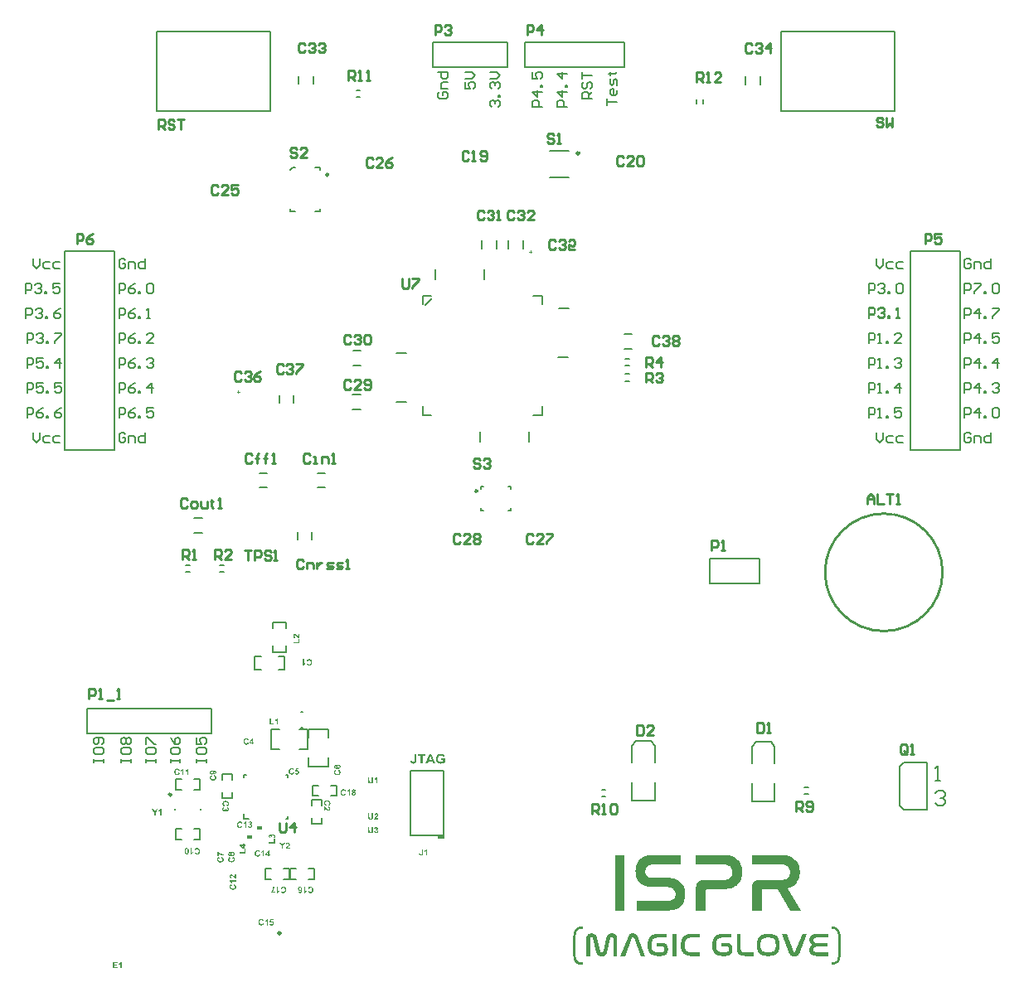
<source format=gto>
G04 Layer_Color=65535*
%FSLAX44Y44*%
%MOMM*%
G71*
G01*
G75*
%ADD47C,0.1524*%
%ADD48C,0.3000*%
%ADD49C,0.1778*%
%ADD54C,0.2540*%
%ADD71C,0.2500*%
%ADD72C,0.2000*%
%ADD73C,0.1270*%
%ADD74C,0.1700*%
%ADD75C,0.1000*%
%ADD76C,0.1500*%
%ADD77R,0.6000X0.3500*%
%ADD78R,0.8000X0.4000*%
G36*
X256623Y158505D02*
X256701Y158496D01*
X256779Y158486D01*
X256876Y158466D01*
X256984Y158437D01*
X257208Y158359D01*
X257325Y158310D01*
X257442Y158252D01*
X257569Y158184D01*
X257686Y158096D01*
X257803Y157998D01*
X257920Y157891D01*
X257930Y157881D01*
X257949Y157862D01*
X257979Y157832D01*
X258008Y157784D01*
X258057Y157725D01*
X258105Y157647D01*
X258164Y157569D01*
X258213Y157472D01*
X258271Y157364D01*
X258330Y157247D01*
X258379Y157120D01*
X258417Y156984D01*
X258456Y156838D01*
X258486Y156691D01*
X258505Y156525D01*
X258515Y156360D01*
Y156350D01*
Y156321D01*
Y156272D01*
X258505Y156213D01*
X258496Y156135D01*
X258486Y156047D01*
X258476Y155950D01*
X258456Y155852D01*
X258398Y155618D01*
X258300Y155374D01*
X258252Y155258D01*
X258183Y155131D01*
X258105Y155014D01*
X258018Y154906D01*
X258008Y154897D01*
X257998Y154887D01*
X257969Y154858D01*
X257930Y154819D01*
X257881Y154770D01*
X257813Y154721D01*
X257745Y154672D01*
X257666Y154614D01*
X257481Y154497D01*
X257257Y154389D01*
X257003Y154302D01*
X256857Y154272D01*
X256711Y154253D01*
X256564Y155443D01*
X256584D01*
X256642Y155453D01*
X256720Y155472D01*
X256828Y155501D01*
X256935Y155540D01*
X257052Y155589D01*
X257169Y155657D01*
X257267Y155745D01*
X257276Y155755D01*
X257306Y155794D01*
X257345Y155843D01*
X257384Y155921D01*
X257423Y156009D01*
X257462Y156106D01*
X257491Y156223D01*
X257501Y156350D01*
Y156369D01*
Y156418D01*
X257481Y156487D01*
X257462Y156574D01*
X257432Y156672D01*
X257384Y156779D01*
X257315Y156886D01*
X257218Y156994D01*
X257208Y157003D01*
X257159Y157033D01*
X257101Y157081D01*
X257013Y157130D01*
X256896Y157169D01*
X256759Y157218D01*
X256603Y157247D01*
X256428Y157257D01*
X256350D01*
X256262Y157247D01*
X256155Y157228D01*
X256038Y157198D01*
X255921Y157150D01*
X255794Y157091D01*
X255686Y157003D01*
X255677Y156994D01*
X255648Y156955D01*
X255599Y156906D01*
X255550Y156828D01*
X255501Y156740D01*
X255452Y156633D01*
X255423Y156516D01*
X255413Y156389D01*
Y156379D01*
Y156350D01*
Y156301D01*
X255423Y156233D01*
X255433Y156155D01*
X255452Y156057D01*
X255482Y155950D01*
X255511Y155833D01*
X254516Y155969D01*
Y155979D01*
Y155989D01*
Y156047D01*
X254506Y156145D01*
X254496Y156252D01*
X254477Y156369D01*
X254438Y156496D01*
X254380Y156623D01*
X254311Y156730D01*
X254301Y156740D01*
X254272Y156769D01*
X254214Y156818D01*
X254145Y156867D01*
X254058Y156916D01*
X253950Y156964D01*
X253833Y156994D01*
X253697Y157003D01*
X253638D01*
X253580Y156994D01*
X253511Y156984D01*
X253433Y156955D01*
X253346Y156925D01*
X253258Y156877D01*
X253180Y156808D01*
X253170Y156799D01*
X253151Y156769D01*
X253121Y156730D01*
X253082Y156672D01*
X253043Y156594D01*
X253014Y156506D01*
X252994Y156399D01*
X252985Y156282D01*
Y156272D01*
Y156233D01*
X252994Y156174D01*
X253014Y156096D01*
X253043Y156009D01*
X253082Y155921D01*
X253131Y155823D01*
X253209Y155735D01*
X253219Y155726D01*
X253248Y155696D01*
X253297Y155667D01*
X253365Y155618D01*
X253463Y155570D01*
X253570Y155531D01*
X253697Y155492D01*
X253843Y155472D01*
X253658Y154341D01*
X253648D01*
X253629Y154350D01*
X253599D01*
X253560Y154360D01*
X253453Y154389D01*
X253316Y154428D01*
X253170Y154477D01*
X253014Y154536D01*
X252858Y154614D01*
X252721Y154692D01*
X252702Y154701D01*
X252663Y154741D01*
X252604Y154789D01*
X252517Y154867D01*
X252429Y154965D01*
X252341Y155072D01*
X252253Y155209D01*
X252175Y155355D01*
Y155365D01*
X252165Y155374D01*
X252146Y155433D01*
X252107Y155521D01*
X252068Y155638D01*
X252039Y155784D01*
X252000Y155940D01*
X251980Y156126D01*
X251970Y156321D01*
Y156330D01*
Y156360D01*
Y156408D01*
X251980Y156467D01*
X251990Y156545D01*
X252000Y156633D01*
X252019Y156740D01*
X252039Y156847D01*
X252117Y157072D01*
X252156Y157198D01*
X252214Y157316D01*
X252283Y157433D01*
X252360Y157559D01*
X252448Y157667D01*
X252556Y157774D01*
X252565Y157784D01*
X252575Y157793D01*
X252604Y157813D01*
X252634Y157842D01*
X252731Y157920D01*
X252868Y158008D01*
X253024Y158086D01*
X253199Y158164D01*
X253404Y158213D01*
X253511Y158232D01*
X253658D01*
X253697Y158223D01*
X253755D01*
X253833Y158203D01*
X253911Y158184D01*
X253999Y158154D01*
X254097Y158115D01*
X254204Y158067D01*
X254311Y158008D01*
X254428Y157930D01*
X254536Y157842D01*
X254653Y157735D01*
X254760Y157608D01*
X254867Y157472D01*
X254965Y157306D01*
Y157316D01*
X254974Y157335D01*
Y157354D01*
X254984Y157394D01*
X255023Y157501D01*
X255072Y157618D01*
X255140Y157764D01*
X255238Y157910D01*
X255355Y158047D01*
X255491Y158184D01*
X255511Y158193D01*
X255560Y158232D01*
X255648Y158291D01*
X255765Y158349D01*
X255911Y158408D01*
X256086Y158466D01*
X256272Y158505D01*
X256486Y158515D01*
X256564D01*
X256623Y158505D01*
D02*
G37*
G36*
X258398Y149142D02*
X252048D01*
Y150439D01*
X257315D01*
Y153648D01*
X258398D01*
Y149142D01*
D02*
G37*
G36*
X283320Y353650D02*
X276970D01*
Y354947D01*
X282237D01*
Y358156D01*
X283320D01*
Y353650D01*
D02*
G37*
G36*
X254107Y271383D02*
X257316D01*
Y270300D01*
X252810D01*
Y276650D01*
X254107D01*
Y271383D01*
D02*
G37*
G36*
X283320Y358654D02*
X283291D01*
X283252Y358663D01*
X283213Y358673D01*
X283154Y358683D01*
X283086Y358693D01*
X282930Y358732D01*
X282735Y358780D01*
X282530Y358858D01*
X282315Y358946D01*
X282101Y359063D01*
X282091D01*
X282071Y359083D01*
X282042Y359102D01*
X281994Y359132D01*
X281935Y359180D01*
X281867Y359229D01*
X281779Y359297D01*
X281691Y359366D01*
X281584Y359453D01*
X281467Y359561D01*
X281340Y359668D01*
X281203Y359795D01*
X281057Y359941D01*
X280901Y360087D01*
X280735Y360263D01*
X280560Y360448D01*
X280550Y360458D01*
X280530Y360487D01*
X280482Y360526D01*
X280433Y360585D01*
X280374Y360643D01*
X280296Y360721D01*
X280140Y360887D01*
X279965Y361063D01*
X279789Y361228D01*
X279711Y361307D01*
X279643Y361375D01*
X279575Y361433D01*
X279516Y361472D01*
X279497Y361482D01*
X279448Y361511D01*
X279380Y361550D01*
X279282Y361599D01*
X279165Y361648D01*
X279038Y361687D01*
X278902Y361716D01*
X278765Y361726D01*
X278697D01*
X278619Y361716D01*
X278531Y361697D01*
X278433Y361668D01*
X278326Y361628D01*
X278219Y361580D01*
X278131Y361502D01*
X278121Y361492D01*
X278092Y361463D01*
X278063Y361414D01*
X278014Y361346D01*
X277975Y361258D01*
X277946Y361151D01*
X277917Y361024D01*
X277907Y360887D01*
Y360868D01*
Y360829D01*
X277917Y360751D01*
X277936Y360673D01*
X277965Y360575D01*
X278004Y360468D01*
X278063Y360370D01*
X278141Y360273D01*
X278151Y360263D01*
X278190Y360234D01*
X278238Y360204D01*
X278326Y360156D01*
X278433Y360117D01*
X278560Y360068D01*
X278726Y360039D01*
X278911Y360019D01*
X278794Y358800D01*
X278785D01*
X278745Y358810D01*
X278697D01*
X278629Y358829D01*
X278541Y358839D01*
X278453Y358868D01*
X278346Y358888D01*
X278229Y358927D01*
X277994Y359015D01*
X277751Y359132D01*
X277634Y359210D01*
X277526Y359288D01*
X277429Y359385D01*
X277341Y359483D01*
X277331Y359492D01*
X277321Y359512D01*
X277302Y359541D01*
X277273Y359590D01*
X277234Y359639D01*
X277195Y359707D01*
X277156Y359785D01*
X277117Y359883D01*
X277078Y359980D01*
X277039Y360087D01*
X276961Y360331D01*
X276912Y360604D01*
X276892Y360760D01*
Y360916D01*
Y360926D01*
Y360955D01*
Y361004D01*
X276902Y361073D01*
X276912Y361151D01*
X276922Y361248D01*
X276931Y361346D01*
X276961Y361463D01*
X277019Y361697D01*
X277107Y361950D01*
X277166Y362067D01*
X277234Y362194D01*
X277321Y362301D01*
X277409Y362409D01*
X277419Y362419D01*
X277429Y362428D01*
X277458Y362458D01*
X277497Y362496D01*
X277546Y362536D01*
X277614Y362584D01*
X277760Y362682D01*
X277946Y362779D01*
X278160Y362867D01*
X278404Y362935D01*
X278541Y362945D01*
X278677Y362955D01*
X278745D01*
X278833Y362945D01*
X278941Y362935D01*
X279067Y362916D01*
X279204Y362887D01*
X279360Y362848D01*
X279506Y362799D01*
X279526Y362789D01*
X279575Y362770D01*
X279653Y362731D01*
X279750Y362682D01*
X279877Y362613D01*
X280014Y362526D01*
X280160Y362419D01*
X280316Y362301D01*
X280326Y362292D01*
X280365Y362262D01*
X280433Y362204D01*
X280521Y362116D01*
X280638Y362009D01*
X280784Y361862D01*
X280950Y361697D01*
X281135Y361492D01*
X281145Y361482D01*
X281155Y361463D01*
X281184Y361433D01*
X281223Y361404D01*
X281311Y361307D01*
X281428Y361189D01*
X281545Y361063D01*
X281662Y360946D01*
X281769Y360838D01*
X281808Y360799D01*
X281847Y360760D01*
X281857Y360751D01*
X281876Y360731D01*
X281906Y360702D01*
X281954Y360673D01*
X282052Y360585D01*
X282179Y360507D01*
Y362955D01*
X283320D01*
Y358654D01*
D02*
G37*
G36*
X226963Y147759D02*
X228250D01*
Y146569D01*
X226963D01*
Y143945D01*
X225899D01*
X221822Y146725D01*
Y147759D01*
X225890D01*
Y148549D01*
X226963D01*
Y147759D01*
D02*
G37*
G36*
X358485Y176559D02*
Y176550D01*
Y176511D01*
Y176452D01*
Y176374D01*
Y176276D01*
X358476Y176169D01*
Y176052D01*
Y175925D01*
X358456Y175652D01*
X358437Y175389D01*
X358427Y175262D01*
X358417Y175135D01*
X358398Y175028D01*
X358378Y174930D01*
Y174921D01*
Y174911D01*
X358359Y174853D01*
X358329Y174765D01*
X358290Y174648D01*
X358232Y174521D01*
X358173Y174384D01*
X358086Y174248D01*
X357988Y174121D01*
X357978Y174111D01*
X357939Y174062D01*
X357871Y174004D01*
X357793Y173936D01*
X357676Y173848D01*
X357549Y173760D01*
X357403Y173672D01*
X357237Y173594D01*
X357227D01*
X357217Y173584D01*
X357188Y173575D01*
X357149Y173565D01*
X357110Y173555D01*
X357052Y173536D01*
X356905Y173507D01*
X356730Y173468D01*
X356525Y173438D01*
X356281Y173419D01*
X356008Y173409D01*
X355862D01*
X355784Y173419D01*
X355696D01*
X355491Y173438D01*
X355267Y173458D01*
X355042Y173497D01*
X354818Y173545D01*
X354720Y173575D01*
X354623Y173614D01*
X354613D01*
X354603Y173624D01*
X354545Y173653D01*
X354457Y173702D01*
X354350Y173760D01*
X354233Y173848D01*
X354106Y173936D01*
X353989Y174053D01*
X353872Y174170D01*
X353862Y174189D01*
X353833Y174228D01*
X353784Y174296D01*
X353726Y174384D01*
X353667Y174492D01*
X353609Y174618D01*
X353550Y174745D01*
X353511Y174882D01*
Y174891D01*
Y174911D01*
X353501Y174940D01*
X353492Y174989D01*
X353482Y175038D01*
X353472Y175116D01*
X353462Y175194D01*
X353452Y175291D01*
X353443Y175399D01*
X353433Y175516D01*
X353423Y175652D01*
X353414Y175799D01*
X353404Y175955D01*
Y176130D01*
X353394Y176315D01*
Y176511D01*
Y179934D01*
X354691D01*
Y176452D01*
Y176442D01*
Y176413D01*
Y176374D01*
Y176315D01*
Y176257D01*
Y176179D01*
X354701Y176003D01*
Y175828D01*
X354711Y175652D01*
X354720Y175496D01*
Y175428D01*
X354730Y175379D01*
Y175360D01*
X354750Y175311D01*
X354779Y175243D01*
X354808Y175155D01*
X354867Y175048D01*
X354935Y174940D01*
X355013Y174843D01*
X355120Y174745D01*
X355140Y174735D01*
X355179Y174706D01*
X355247Y174667D01*
X355345Y174628D01*
X355462Y174589D01*
X355608Y174550D01*
X355784Y174521D01*
X355969Y174511D01*
X356057D01*
X356154Y174521D01*
X356281Y174540D01*
X356408Y174570D01*
X356544Y174609D01*
X356671Y174657D01*
X356788Y174735D01*
X356798Y174745D01*
X356837Y174774D01*
X356886Y174823D01*
X356935Y174891D01*
X356993Y174970D01*
X357052Y175057D01*
X357100Y175165D01*
X357130Y175282D01*
Y175301D01*
X357139Y175350D01*
X357149Y175428D01*
X357159Y175545D01*
X357169Y175691D01*
X357178Y175886D01*
Y175994D01*
X357188Y176111D01*
Y176238D01*
Y176374D01*
Y179934D01*
X358485D01*
Y176559D01*
D02*
G37*
G36*
X361841Y179944D02*
X361919Y179934D01*
X362016Y179924D01*
X362114Y179915D01*
X362231Y179885D01*
X362465Y179827D01*
X362718Y179739D01*
X362836Y179681D01*
X362962Y179612D01*
X363070Y179524D01*
X363177Y179437D01*
X363187Y179427D01*
X363196Y179417D01*
X363226Y179388D01*
X363265Y179349D01*
X363304Y179300D01*
X363352Y179232D01*
X363450Y179086D01*
X363548Y178900D01*
X363635Y178686D01*
X363703Y178442D01*
X363713Y178305D01*
X363723Y178169D01*
Y178149D01*
Y178100D01*
X363713Y178013D01*
X363703Y177905D01*
X363684Y177779D01*
X363655Y177642D01*
X363616Y177486D01*
X363567Y177340D01*
X363557Y177320D01*
X363538Y177271D01*
X363499Y177193D01*
X363450Y177096D01*
X363382Y176969D01*
X363294Y176833D01*
X363187Y176686D01*
X363070Y176530D01*
X363060Y176520D01*
X363031Y176481D01*
X362972Y176413D01*
X362884Y176325D01*
X362777Y176208D01*
X362631Y176062D01*
X362465Y175896D01*
X362260Y175711D01*
X362250Y175701D01*
X362231Y175691D01*
X362201Y175662D01*
X362172Y175623D01*
X362075Y175535D01*
X361958Y175418D01*
X361831Y175301D01*
X361714Y175184D01*
X361606Y175077D01*
X361567Y175038D01*
X361529Y174999D01*
X361519Y174989D01*
X361499Y174970D01*
X361470Y174940D01*
X361441Y174891D01*
X361353Y174794D01*
X361275Y174667D01*
X363723D01*
Y173526D01*
X359422D01*
Y173536D01*
Y173555D01*
X359431Y173594D01*
X359441Y173633D01*
X359451Y173692D01*
X359461Y173760D01*
X359500Y173916D01*
X359548Y174111D01*
X359627Y174316D01*
X359714Y174531D01*
X359831Y174745D01*
Y174755D01*
X359851Y174774D01*
X359870Y174804D01*
X359900Y174853D01*
X359948Y174911D01*
X359997Y174979D01*
X360065Y175067D01*
X360134Y175155D01*
X360221Y175262D01*
X360329Y175379D01*
X360436Y175506D01*
X360563Y175643D01*
X360709Y175789D01*
X360855Y175945D01*
X361031Y176111D01*
X361216Y176286D01*
X361226Y176296D01*
X361255Y176315D01*
X361294Y176364D01*
X361353Y176413D01*
X361411Y176472D01*
X361489Y176550D01*
X361655Y176706D01*
X361831Y176881D01*
X361997Y177057D01*
X362075Y177135D01*
X362143Y177203D01*
X362201Y177271D01*
X362240Y177330D01*
X362250Y177349D01*
X362280Y177398D01*
X362318Y177466D01*
X362367Y177564D01*
X362416Y177681D01*
X362455Y177808D01*
X362484Y177944D01*
X362494Y178081D01*
Y178100D01*
Y178149D01*
X362484Y178227D01*
X362465Y178315D01*
X362436Y178412D01*
X362397Y178520D01*
X362348Y178627D01*
X362270Y178715D01*
X362260Y178725D01*
X362231Y178754D01*
X362182Y178783D01*
X362114Y178832D01*
X362026Y178871D01*
X361919Y178900D01*
X361792Y178930D01*
X361655Y178939D01*
X361597D01*
X361519Y178930D01*
X361441Y178910D01*
X361343Y178881D01*
X361236Y178842D01*
X361138Y178783D01*
X361041Y178705D01*
X361031Y178695D01*
X361002Y178656D01*
X360973Y178608D01*
X360924Y178520D01*
X360885Y178412D01*
X360836Y178286D01*
X360807Y178120D01*
X360787Y177935D01*
X359568Y178052D01*
Y178061D01*
X359578Y178100D01*
Y178149D01*
X359597Y178218D01*
X359607Y178305D01*
X359636Y178393D01*
X359656Y178500D01*
X359695Y178617D01*
X359783Y178852D01*
X359900Y179095D01*
X359978Y179212D01*
X360056Y179320D01*
X360153Y179417D01*
X360251Y179505D01*
X360261Y179515D01*
X360280Y179524D01*
X360309Y179544D01*
X360358Y179573D01*
X360407Y179612D01*
X360475Y179651D01*
X360553Y179690D01*
X360651Y179729D01*
X360748Y179768D01*
X360855Y179807D01*
X361099Y179885D01*
X361372Y179934D01*
X361529Y179954D01*
X361772D01*
X361841Y179944D01*
D02*
G37*
G36*
X362728Y210356D02*
X361499D01*
Y214979D01*
X361489Y214969D01*
X361470Y214950D01*
X361431Y214921D01*
X361382Y214872D01*
X361314Y214823D01*
X361236Y214765D01*
X361148Y214696D01*
X361041Y214628D01*
X360933Y214550D01*
X360807Y214472D01*
X360543Y214326D01*
X360241Y214179D01*
X359909Y214053D01*
Y215165D01*
X359919D01*
X359929Y215174D01*
X359958Y215184D01*
X359997Y215194D01*
X360095Y215233D01*
X360221Y215301D01*
X360378Y215379D01*
X360553Y215486D01*
X360748Y215603D01*
X360953Y215760D01*
X360963Y215769D01*
X360982Y215779D01*
X361012Y215808D01*
X361041Y215837D01*
X361138Y215925D01*
X361265Y216052D01*
X361392Y216198D01*
X361519Y216374D01*
X361636Y216569D01*
X361724Y216784D01*
X362728D01*
Y210356D01*
D02*
G37*
G36*
X228250Y139000D02*
X221900D01*
Y140297D01*
X227167D01*
Y143506D01*
X228250D01*
Y139000D01*
D02*
G37*
G36*
X358485Y213389D02*
Y213380D01*
Y213341D01*
Y213282D01*
Y213204D01*
Y213106D01*
X358476Y212999D01*
Y212882D01*
Y212755D01*
X358456Y212482D01*
X358437Y212219D01*
X358427Y212092D01*
X358417Y211965D01*
X358398Y211858D01*
X358378Y211761D01*
Y211751D01*
Y211741D01*
X358359Y211682D01*
X358329Y211595D01*
X358290Y211478D01*
X358232Y211351D01*
X358173Y211214D01*
X358086Y211078D01*
X357988Y210951D01*
X357978Y210941D01*
X357939Y210892D01*
X357871Y210834D01*
X357793Y210766D01*
X357676Y210678D01*
X357549Y210590D01*
X357403Y210502D01*
X357237Y210424D01*
X357227D01*
X357217Y210415D01*
X357188Y210405D01*
X357149Y210395D01*
X357110Y210385D01*
X357052Y210366D01*
X356905Y210336D01*
X356730Y210298D01*
X356525Y210268D01*
X356281Y210249D01*
X356008Y210239D01*
X355862D01*
X355784Y210249D01*
X355696D01*
X355491Y210268D01*
X355267Y210288D01*
X355042Y210327D01*
X354818Y210375D01*
X354720Y210405D01*
X354623Y210444D01*
X354613D01*
X354603Y210453D01*
X354545Y210483D01*
X354457Y210532D01*
X354350Y210590D01*
X354233Y210678D01*
X354106Y210766D01*
X353989Y210883D01*
X353872Y211000D01*
X353862Y211019D01*
X353833Y211058D01*
X353784Y211126D01*
X353726Y211214D01*
X353667Y211322D01*
X353609Y211448D01*
X353550Y211575D01*
X353511Y211712D01*
Y211721D01*
Y211741D01*
X353501Y211770D01*
X353492Y211819D01*
X353482Y211868D01*
X353472Y211946D01*
X353462Y212024D01*
X353452Y212121D01*
X353443Y212229D01*
X353433Y212346D01*
X353423Y212482D01*
X353414Y212629D01*
X353404Y212785D01*
Y212960D01*
X353394Y213146D01*
Y213341D01*
Y216764D01*
X354691D01*
Y213282D01*
Y213272D01*
Y213243D01*
Y213204D01*
Y213146D01*
Y213087D01*
Y213009D01*
X354701Y212833D01*
Y212658D01*
X354711Y212482D01*
X354720Y212326D01*
Y212258D01*
X354730Y212209D01*
Y212190D01*
X354750Y212141D01*
X354779Y212073D01*
X354808Y211985D01*
X354867Y211878D01*
X354935Y211770D01*
X355013Y211673D01*
X355120Y211575D01*
X355140Y211565D01*
X355179Y211536D01*
X355247Y211497D01*
X355345Y211458D01*
X355462Y211419D01*
X355608Y211380D01*
X355784Y211351D01*
X355969Y211341D01*
X356057D01*
X356154Y211351D01*
X356281Y211370D01*
X356408Y211400D01*
X356544Y211439D01*
X356671Y211487D01*
X356788Y211565D01*
X356798Y211575D01*
X356837Y211604D01*
X356886Y211653D01*
X356935Y211721D01*
X356993Y211800D01*
X357052Y211887D01*
X357100Y211995D01*
X357130Y212112D01*
Y212131D01*
X357139Y212180D01*
X357149Y212258D01*
X357159Y212375D01*
X357169Y212521D01*
X357178Y212716D01*
Y212824D01*
X357188Y212941D01*
Y213067D01*
Y213204D01*
Y216764D01*
X358485D01*
Y213389D01*
D02*
G37*
G36*
X261120Y270300D02*
X259891D01*
Y274923D01*
X259881Y274913D01*
X259862Y274894D01*
X259823Y274865D01*
X259774Y274816D01*
X259706Y274767D01*
X259628Y274709D01*
X259540Y274640D01*
X259433Y274572D01*
X259325Y274494D01*
X259199Y274416D01*
X258935Y274270D01*
X258633Y274123D01*
X258301Y273997D01*
Y275109D01*
X258311D01*
X258321Y275118D01*
X258350Y275128D01*
X258389Y275138D01*
X258487Y275177D01*
X258613Y275245D01*
X258769Y275323D01*
X258945Y275430D01*
X259140Y275547D01*
X259345Y275704D01*
X259355Y275713D01*
X259374Y275723D01*
X259403Y275752D01*
X259433Y275781D01*
X259530Y275869D01*
X259657Y275996D01*
X259784Y276142D01*
X259911Y276318D01*
X260028Y276513D01*
X260115Y276728D01*
X261120D01*
Y270300D01*
D02*
G37*
G36*
X266961Y104847D02*
X267048D01*
X267155Y104828D01*
X267282Y104809D01*
X267419Y104789D01*
X267575Y104750D01*
X267741Y104701D01*
X267907Y104643D01*
X268082Y104574D01*
X268258Y104487D01*
X268433Y104389D01*
X268609Y104272D01*
X268775Y104145D01*
X268931Y103989D01*
X268940Y103979D01*
X268970Y103950D01*
X269009Y103901D01*
X269058Y103833D01*
X269116Y103745D01*
X269194Y103638D01*
X269262Y103511D01*
X269340Y103365D01*
X269418Y103209D01*
X269487Y103024D01*
X269555Y102829D01*
X269623Y102614D01*
X269672Y102390D01*
X269711Y102146D01*
X269740Y101882D01*
X269750Y101609D01*
Y101590D01*
Y101541D01*
X269740Y101453D01*
Y101346D01*
X269721Y101209D01*
X269711Y101053D01*
X269682Y100888D01*
X269643Y100702D01*
X269604Y100497D01*
X269545Y100302D01*
X269487Y100088D01*
X269409Y99883D01*
X269311Y99678D01*
X269204Y99483D01*
X269077Y99298D01*
X268931Y99122D01*
X268921Y99112D01*
X268892Y99083D01*
X268843Y99044D01*
X268784Y98986D01*
X268697Y98917D01*
X268599Y98839D01*
X268482Y98761D01*
X268346Y98673D01*
X268199Y98596D01*
X268033Y98517D01*
X267858Y98439D01*
X267663Y98371D01*
X267458Y98313D01*
X267234Y98274D01*
X266999Y98244D01*
X266756Y98235D01*
X266639D01*
X266561Y98244D01*
X266463Y98254D01*
X266346Y98274D01*
X266219Y98293D01*
X266083Y98322D01*
X265927Y98361D01*
X265780Y98410D01*
X265614Y98459D01*
X265458Y98527D01*
X265302Y98615D01*
X265146Y98703D01*
X265000Y98810D01*
X264854Y98937D01*
X264844D01*
X264834Y98956D01*
X264785Y99015D01*
X264707Y99103D01*
X264610Y99239D01*
X264503Y99405D01*
X264386Y99600D01*
X264278Y99834D01*
X264190Y100107D01*
X265468Y100410D01*
Y100400D01*
X265478Y100390D01*
X265488Y100332D01*
X265527Y100244D01*
X265575Y100127D01*
X265634Y100000D01*
X265722Y99873D01*
X265819Y99746D01*
X265946Y99629D01*
X265966Y99620D01*
X266014Y99581D01*
X266083Y99532D01*
X266190Y99483D01*
X266317Y99424D01*
X266473Y99385D01*
X266639Y99347D01*
X266824Y99337D01*
X266892D01*
X266941Y99347D01*
X266999Y99356D01*
X267068Y99366D01*
X267234Y99405D01*
X267419Y99464D01*
X267614Y99551D01*
X267702Y99610D01*
X267799Y99678D01*
X267887Y99766D01*
X267975Y99854D01*
Y99863D01*
X267994Y99873D01*
X268014Y99912D01*
X268043Y99951D01*
X268072Y100010D01*
X268111Y100078D01*
X268150Y100156D01*
X268189Y100254D01*
X268238Y100361D01*
X268277Y100478D01*
X268316Y100615D01*
X268346Y100771D01*
X268375Y100927D01*
X268394Y101112D01*
X268404Y101307D01*
X268414Y101512D01*
Y101522D01*
Y101561D01*
Y101629D01*
X268404Y101707D01*
Y101814D01*
X268394Y101921D01*
X268375Y102048D01*
X268355Y102185D01*
X268306Y102468D01*
X268228Y102760D01*
X268180Y102897D01*
X268121Y103024D01*
X268063Y103141D01*
X267985Y103248D01*
X267975Y103258D01*
X267965Y103267D01*
X267907Y103326D01*
X267809Y103404D01*
X267682Y103502D01*
X267516Y103599D01*
X267321Y103677D01*
X267097Y103736D01*
X266980Y103745D01*
X266853Y103755D01*
X266804D01*
X266765Y103745D01*
X266668Y103736D01*
X266551Y103716D01*
X266404Y103677D01*
X266258Y103619D01*
X266112Y103540D01*
X265966Y103433D01*
X265946Y103414D01*
X265907Y103375D01*
X265839Y103287D01*
X265761Y103180D01*
X265673Y103033D01*
X265585Y102848D01*
X265497Y102643D01*
X265429Y102390D01*
X264171Y102780D01*
Y102789D01*
X264181Y102829D01*
X264200Y102877D01*
X264229Y102955D01*
X264259Y103043D01*
X264298Y103141D01*
X264347Y103258D01*
X264405Y103375D01*
X264532Y103628D01*
X264698Y103892D01*
X264902Y104136D01*
X265010Y104253D01*
X265137Y104350D01*
X265146Y104360D01*
X265166Y104370D01*
X265205Y104399D01*
X265254Y104428D01*
X265322Y104467D01*
X265400Y104506D01*
X265497Y104555D01*
X265605Y104604D01*
X265722Y104652D01*
X265849Y104701D01*
X265985Y104740D01*
X266131Y104779D01*
X266297Y104809D01*
X266463Y104838D01*
X266648Y104847D01*
X266834Y104857D01*
X266892D01*
X266961Y104847D01*
D02*
G37*
G36*
X257500Y104731D02*
Y104691D01*
X257490Y104623D01*
Y104526D01*
X257480Y104399D01*
X257460Y104262D01*
X257441Y104096D01*
X257421Y103921D01*
X257392Y103726D01*
X257353Y103511D01*
X257304Y103287D01*
X257256Y103063D01*
X257197Y102819D01*
X257129Y102565D01*
X257041Y102312D01*
X256953Y102058D01*
X256943Y102038D01*
X256934Y102000D01*
X256895Y101921D01*
X256856Y101824D01*
X256807Y101707D01*
X256748Y101561D01*
X256670Y101404D01*
X256583Y101229D01*
X256495Y101044D01*
X256388Y100849D01*
X256154Y100429D01*
X255880Y100000D01*
X255578Y99581D01*
X258358D01*
Y98439D01*
X254164D01*
Y99327D01*
X254174Y99337D01*
X254183Y99347D01*
X254212Y99385D01*
X254251Y99424D01*
X254300Y99473D01*
X254359Y99542D01*
X254427Y99620D01*
X254495Y99707D01*
X254573Y99805D01*
X254651Y99912D01*
X254739Y100039D01*
X254837Y100166D01*
X254925Y100312D01*
X255022Y100458D01*
X255129Y100624D01*
X255227Y100800D01*
X255237Y100809D01*
X255246Y100839D01*
X255276Y100897D01*
X255315Y100966D01*
X255363Y101053D01*
X255412Y101161D01*
X255471Y101278D01*
X255529Y101414D01*
X255597Y101561D01*
X255666Y101717D01*
X255734Y101882D01*
X255802Y102058D01*
X255929Y102438D01*
X256046Y102838D01*
Y102848D01*
X256056Y102887D01*
X256075Y102946D01*
X256085Y103014D01*
X256114Y103111D01*
X256134Y103219D01*
X256163Y103345D01*
X256183Y103482D01*
X256212Y103628D01*
X256241Y103775D01*
X256280Y104096D01*
X256310Y104428D01*
X256319Y104750D01*
X257500D01*
Y104731D01*
D02*
G37*
G36*
X289161Y100127D02*
X289170Y100136D01*
X289190Y100156D01*
X289229Y100185D01*
X289278Y100234D01*
X289346Y100283D01*
X289424Y100341D01*
X289512Y100410D01*
X289619Y100478D01*
X289726Y100556D01*
X289853Y100634D01*
X290117Y100780D01*
X290419Y100927D01*
X290751Y101053D01*
Y99942D01*
X290741D01*
X290731Y99932D01*
X290702Y99922D01*
X290663Y99912D01*
X290565Y99873D01*
X290438Y99805D01*
X290282Y99727D01*
X290107Y99620D01*
X289912Y99502D01*
X289707Y99347D01*
X289697Y99337D01*
X289678Y99327D01*
X289648Y99298D01*
X289619Y99269D01*
X289522Y99181D01*
X289395Y99054D01*
X289268Y98908D01*
X289141Y98732D01*
X289024Y98537D01*
X288936Y98322D01*
X287932D01*
Y104750D01*
X289161D01*
Y100127D01*
D02*
G37*
G36*
X294711Y104847D02*
X294798D01*
X294905Y104828D01*
X295032Y104809D01*
X295169Y104789D01*
X295325Y104750D01*
X295491Y104701D01*
X295657Y104643D01*
X295832Y104574D01*
X296008Y104487D01*
X296183Y104389D01*
X296359Y104272D01*
X296525Y104145D01*
X296681Y103989D01*
X296690Y103979D01*
X296720Y103950D01*
X296759Y103901D01*
X296807Y103833D01*
X296866Y103745D01*
X296944Y103638D01*
X297012Y103511D01*
X297090Y103365D01*
X297168Y103209D01*
X297237Y103024D01*
X297305Y102829D01*
X297373Y102614D01*
X297422Y102390D01*
X297461Y102146D01*
X297490Y101882D01*
X297500Y101609D01*
Y101590D01*
Y101541D01*
X297490Y101453D01*
Y101346D01*
X297471Y101209D01*
X297461Y101053D01*
X297432Y100888D01*
X297393Y100702D01*
X297354Y100497D01*
X297295Y100302D01*
X297237Y100088D01*
X297159Y99883D01*
X297061Y99678D01*
X296954Y99483D01*
X296827Y99298D01*
X296681Y99122D01*
X296671Y99112D01*
X296642Y99083D01*
X296593Y99044D01*
X296534Y98986D01*
X296447Y98917D01*
X296349Y98839D01*
X296232Y98761D01*
X296096Y98673D01*
X295949Y98596D01*
X295783Y98517D01*
X295608Y98439D01*
X295413Y98371D01*
X295208Y98313D01*
X294984Y98274D01*
X294750Y98244D01*
X294506Y98235D01*
X294389D01*
X294311Y98244D01*
X294213Y98254D01*
X294096Y98274D01*
X293969Y98293D01*
X293833Y98322D01*
X293677Y98361D01*
X293530Y98410D01*
X293365Y98459D01*
X293208Y98527D01*
X293052Y98615D01*
X292896Y98703D01*
X292750Y98810D01*
X292604Y98937D01*
X292594D01*
X292584Y98956D01*
X292535Y99015D01*
X292457Y99103D01*
X292360Y99239D01*
X292253Y99405D01*
X292136Y99600D01*
X292028Y99834D01*
X291940Y100107D01*
X293218Y100410D01*
Y100400D01*
X293228Y100390D01*
X293238Y100332D01*
X293277Y100244D01*
X293325Y100127D01*
X293384Y100000D01*
X293472Y99873D01*
X293569Y99746D01*
X293696Y99629D01*
X293716Y99620D01*
X293764Y99581D01*
X293833Y99532D01*
X293940Y99483D01*
X294067Y99424D01*
X294223Y99385D01*
X294389Y99347D01*
X294574Y99337D01*
X294642D01*
X294691Y99347D01*
X294750Y99356D01*
X294818Y99366D01*
X294984Y99405D01*
X295169Y99464D01*
X295364Y99551D01*
X295452Y99610D01*
X295549Y99678D01*
X295637Y99766D01*
X295725Y99854D01*
Y99863D01*
X295744Y99873D01*
X295764Y99912D01*
X295793Y99951D01*
X295822Y100010D01*
X295861Y100078D01*
X295900Y100156D01*
X295939Y100254D01*
X295988Y100361D01*
X296027Y100478D01*
X296066Y100615D01*
X296096Y100771D01*
X296125Y100927D01*
X296144Y101112D01*
X296154Y101307D01*
X296164Y101512D01*
Y101522D01*
Y101561D01*
Y101629D01*
X296154Y101707D01*
Y101814D01*
X296144Y101921D01*
X296125Y102048D01*
X296105Y102185D01*
X296056Y102468D01*
X295978Y102760D01*
X295930Y102897D01*
X295871Y103024D01*
X295813Y103141D01*
X295735Y103248D01*
X295725Y103258D01*
X295715Y103267D01*
X295657Y103326D01*
X295559Y103404D01*
X295432Y103502D01*
X295266Y103599D01*
X295071Y103677D01*
X294847Y103736D01*
X294730Y103745D01*
X294603Y103755D01*
X294554D01*
X294515Y103745D01*
X294418Y103736D01*
X294301Y103716D01*
X294154Y103677D01*
X294008Y103619D01*
X293862Y103540D01*
X293716Y103433D01*
X293696Y103414D01*
X293657Y103375D01*
X293589Y103287D01*
X293511Y103180D01*
X293423Y103033D01*
X293335Y102848D01*
X293247Y102643D01*
X293179Y102390D01*
X291921Y102780D01*
Y102789D01*
X291931Y102829D01*
X291950Y102877D01*
X291980Y102955D01*
X292009Y103043D01*
X292048Y103141D01*
X292097Y103258D01*
X292155Y103375D01*
X292282Y103628D01*
X292448Y103892D01*
X292652Y104136D01*
X292760Y104253D01*
X292887Y104350D01*
X292896Y104360D01*
X292916Y104370D01*
X292955Y104399D01*
X293004Y104428D01*
X293072Y104467D01*
X293150Y104506D01*
X293247Y104555D01*
X293355Y104604D01*
X293472Y104652D01*
X293598Y104701D01*
X293735Y104740D01*
X293881Y104779D01*
X294047Y104809D01*
X294213Y104838D01*
X294398Y104847D01*
X294584Y104857D01*
X294642D01*
X294711Y104847D01*
D02*
G37*
G36*
X283991Y104857D02*
X284060D01*
X284138Y104847D01*
X284235Y104828D01*
X284342Y104809D01*
X284459Y104769D01*
X284586Y104731D01*
X284713Y104682D01*
X284850Y104623D01*
X284976Y104545D01*
X285113Y104467D01*
X285250Y104360D01*
X285376Y104253D01*
X285493Y104116D01*
X285503Y104106D01*
X285523Y104077D01*
X285552Y104038D01*
X285591Y103970D01*
X285640Y103892D01*
X285688Y103784D01*
X285747Y103667D01*
X285796Y103521D01*
X285854Y103365D01*
X285913Y103180D01*
X285961Y102985D01*
X286010Y102760D01*
X286049Y102516D01*
X286078Y102243D01*
X286098Y101960D01*
X286108Y101648D01*
Y101639D01*
Y101629D01*
Y101570D01*
Y101482D01*
X286098Y101356D01*
X286088Y101219D01*
X286069Y101044D01*
X286049Y100868D01*
X286030Y100663D01*
X285952Y100254D01*
X285903Y100039D01*
X285835Y99824D01*
X285766Y99629D01*
X285679Y99434D01*
X285581Y99259D01*
X285464Y99103D01*
X285454Y99093D01*
X285435Y99073D01*
X285396Y99034D01*
X285347Y98976D01*
X285279Y98917D01*
X285201Y98859D01*
X285113Y98781D01*
X285006Y98713D01*
X284889Y98644D01*
X284762Y98566D01*
X284625Y98508D01*
X284479Y98439D01*
X284313Y98391D01*
X284147Y98352D01*
X283962Y98332D01*
X283777Y98322D01*
X283708D01*
X283650Y98332D01*
X283591D01*
X283523Y98342D01*
X283347Y98371D01*
X283162Y98420D01*
X282957Y98498D01*
X282752Y98596D01*
X282567Y98732D01*
X282558D01*
X282548Y98751D01*
X282489Y98810D01*
X282411Y98898D01*
X282314Y99034D01*
X282206Y99200D01*
X282109Y99405D01*
X282021Y99649D01*
X281953Y99922D01*
X283143Y100049D01*
Y100029D01*
X283152Y99990D01*
X283172Y99922D01*
X283192Y99844D01*
X283221Y99756D01*
X283260Y99668D01*
X283309Y99581D01*
X283377Y99512D01*
X283386Y99502D01*
X283406Y99483D01*
X283445Y99454D01*
X283504Y99424D01*
X283572Y99395D01*
X283650Y99366D01*
X283738Y99347D01*
X283845Y99337D01*
X283864D01*
X283913Y99347D01*
X283981Y99356D01*
X284069Y99376D01*
X284177Y99424D01*
X284294Y99483D01*
X284401Y99571D01*
X284508Y99688D01*
X284518Y99707D01*
X284538Y99727D01*
X284547Y99756D01*
X284567Y99805D01*
X284596Y99854D01*
X284625Y99922D01*
X284645Y100000D01*
X284674Y100088D01*
X284703Y100195D01*
X284732Y100312D01*
X284762Y100449D01*
X284781Y100595D01*
X284801Y100761D01*
X284820Y100946D01*
X284840Y101141D01*
X284830Y101131D01*
X284820Y101122D01*
X284791Y101092D01*
X284762Y101053D01*
X284655Y100966D01*
X284528Y100868D01*
X284362Y100771D01*
X284167Y100683D01*
X283943Y100615D01*
X283825Y100605D01*
X283699Y100595D01*
X283621D01*
X283572Y100605D01*
X283504Y100615D01*
X283426Y100624D01*
X283250Y100673D01*
X283045Y100741D01*
X282938Y100790D01*
X282831Y100849D01*
X282714Y100917D01*
X282606Y100995D01*
X282499Y101083D01*
X282392Y101190D01*
X282382Y101200D01*
X282372Y101219D01*
X282343Y101248D01*
X282304Y101297D01*
X282265Y101356D01*
X282216Y101424D01*
X282167Y101502D01*
X282109Y101600D01*
X282060Y101697D01*
X282011Y101814D01*
X281963Y101941D01*
X281924Y102078D01*
X281884Y102214D01*
X281855Y102370D01*
X281845Y102536D01*
X281836Y102702D01*
Y102711D01*
Y102741D01*
Y102799D01*
X281845Y102867D01*
X281855Y102946D01*
X281865Y103043D01*
X281884Y103150D01*
X281904Y103267D01*
X281982Y103521D01*
X282021Y103648D01*
X282080Y103784D01*
X282148Y103911D01*
X282226Y104038D01*
X282314Y104165D01*
X282421Y104282D01*
X282431Y104292D01*
X282450Y104311D01*
X282479Y104340D01*
X282528Y104370D01*
X282577Y104418D01*
X282645Y104467D01*
X282733Y104516D01*
X282821Y104574D01*
X282918Y104633D01*
X283035Y104682D01*
X283152Y104731D01*
X283289Y104779D01*
X283426Y104809D01*
X283572Y104838D01*
X283728Y104857D01*
X283894Y104867D01*
X283933D01*
X283991Y104857D01*
D02*
G37*
G36*
X261411Y100127D02*
X261420Y100136D01*
X261440Y100156D01*
X261479Y100185D01*
X261528Y100234D01*
X261596Y100283D01*
X261674Y100341D01*
X261762Y100410D01*
X261869Y100478D01*
X261976Y100556D01*
X262103Y100634D01*
X262367Y100780D01*
X262669Y100927D01*
X263001Y101053D01*
Y99942D01*
X262991D01*
X262981Y99932D01*
X262952Y99922D01*
X262913Y99912D01*
X262815Y99873D01*
X262688Y99805D01*
X262532Y99727D01*
X262357Y99620D01*
X262162Y99502D01*
X261957Y99347D01*
X261947Y99337D01*
X261928Y99327D01*
X261898Y99298D01*
X261869Y99269D01*
X261772Y99181D01*
X261645Y99054D01*
X261518Y98908D01*
X261391Y98732D01*
X261274Y98537D01*
X261186Y98322D01*
X260182D01*
Y104750D01*
X261411D01*
Y100127D01*
D02*
G37*
G36*
X101636Y21380D02*
X100407D01*
Y26003D01*
X100398Y25993D01*
X100378Y25974D01*
X100339Y25945D01*
X100290Y25896D01*
X100222Y25847D01*
X100144Y25789D01*
X100056Y25720D01*
X99949Y25652D01*
X99842Y25574D01*
X99715Y25496D01*
X99452Y25350D01*
X99149Y25203D01*
X98818Y25077D01*
Y26188D01*
X98827D01*
X98837Y26198D01*
X98867Y26208D01*
X98905Y26218D01*
X99003Y26257D01*
X99130Y26325D01*
X99286Y26403D01*
X99461Y26510D01*
X99656Y26627D01*
X99861Y26783D01*
X99871Y26793D01*
X99891Y26803D01*
X99920Y26832D01*
X99949Y26862D01*
X100047Y26949D01*
X100174Y27076D01*
X100300Y27222D01*
X100427Y27398D01*
X100544Y27593D01*
X100632Y27808D01*
X101636D01*
Y21380D01*
D02*
G37*
G36*
X97530Y26706D02*
X94087D01*
Y25281D01*
X97286D01*
Y24199D01*
X94087D01*
Y22463D01*
X97657D01*
Y21380D01*
X92790D01*
Y27788D01*
X97530D01*
Y26706D01*
D02*
G37*
G36*
X338806Y204328D02*
X338884D01*
X338972Y204318D01*
X339070Y204299D01*
X339177Y204279D01*
X339401Y204221D01*
X339635Y204142D01*
X339869Y204025D01*
X339977Y203948D01*
X340074Y203869D01*
X340084Y203860D01*
X340094Y203850D01*
X340123Y203821D01*
X340152Y203782D01*
X340230Y203684D01*
X340328Y203548D01*
X340425Y203372D01*
X340503Y203167D01*
X340562Y202943D01*
X340572Y202816D01*
X340581Y202680D01*
Y202660D01*
Y202602D01*
X340572Y202523D01*
X340552Y202416D01*
X340523Y202289D01*
X340484Y202163D01*
X340425Y202026D01*
X340347Y201889D01*
X340338Y201870D01*
X340308Y201831D01*
X340250Y201772D01*
X340182Y201694D01*
X340084Y201607D01*
X339977Y201519D01*
X339840Y201441D01*
X339694Y201363D01*
X339704D01*
X339713Y201353D01*
X339743Y201343D01*
X339782Y201324D01*
X339879Y201275D01*
X339996Y201207D01*
X340123Y201119D01*
X340260Y201012D01*
X340386Y200885D01*
X340503Y200739D01*
X340513Y200719D01*
X340552Y200670D01*
X340591Y200583D01*
X340650Y200465D01*
X340699Y200329D01*
X340747Y200163D01*
X340776Y199978D01*
X340786Y199783D01*
Y199773D01*
Y199744D01*
Y199695D01*
X340776Y199636D01*
X340767Y199558D01*
X340757Y199471D01*
X340737Y199373D01*
X340718Y199266D01*
X340650Y199041D01*
X340601Y198924D01*
X340542Y198798D01*
X340474Y198680D01*
X340406Y198563D01*
X340308Y198446D01*
X340211Y198339D01*
X340201Y198329D01*
X340182Y198320D01*
X340152Y198290D01*
X340103Y198251D01*
X340055Y198212D01*
X339986Y198164D01*
X339899Y198115D01*
X339811Y198066D01*
X339713Y198017D01*
X339596Y197969D01*
X339469Y197920D01*
X339343Y197881D01*
X339196Y197842D01*
X339040Y197812D01*
X338884Y197803D01*
X338709Y197793D01*
X338621D01*
X338562Y197803D01*
X338484D01*
X338397Y197822D01*
X338299Y197832D01*
X338201Y197852D01*
X337967Y197910D01*
X337724Y197988D01*
X337480Y198105D01*
X337363Y198173D01*
X337255Y198251D01*
X337246Y198261D01*
X337226Y198281D01*
X337197Y198310D01*
X337148Y198349D01*
X337099Y198407D01*
X337041Y198476D01*
X336982Y198554D01*
X336914Y198641D01*
X336856Y198739D01*
X336787Y198846D01*
X336729Y198973D01*
X336680Y199100D01*
X336631Y199246D01*
X336602Y199402D01*
X336582Y199558D01*
X336573Y199734D01*
Y199744D01*
Y199753D01*
Y199783D01*
Y199822D01*
X336582Y199919D01*
X336602Y200046D01*
X336631Y200192D01*
X336680Y200358D01*
X336739Y200524D01*
X336826Y200690D01*
Y200700D01*
X336836Y200709D01*
X336875Y200758D01*
X336934Y200846D01*
X337021Y200943D01*
X337138Y201051D01*
X337275Y201158D01*
X337441Y201265D01*
X337636Y201363D01*
X337626D01*
X337616Y201373D01*
X337558Y201402D01*
X337480Y201441D01*
X337373Y201509D01*
X337265Y201577D01*
X337148Y201675D01*
X337041Y201782D01*
X336953Y201909D01*
X336943Y201929D01*
X336924Y201968D01*
X336885Y202045D01*
X336846Y202133D01*
X336807Y202250D01*
X336768Y202387D01*
X336748Y202523D01*
X336739Y202680D01*
Y202689D01*
Y202709D01*
Y202748D01*
X336748Y202796D01*
X336758Y202865D01*
X336768Y202933D01*
X336797Y203099D01*
X336856Y203284D01*
X336953Y203489D01*
X337002Y203587D01*
X337070Y203684D01*
X337148Y203782D01*
X337236Y203869D01*
X337246Y203879D01*
X337255Y203889D01*
X337285Y203909D01*
X337324Y203948D01*
X337382Y203977D01*
X337441Y204016D01*
X337519Y204065D01*
X337597Y204104D01*
X337694Y204152D01*
X337802Y204191D01*
X337919Y204230D01*
X338046Y204269D01*
X338182Y204299D01*
X338328Y204318D01*
X338494Y204328D01*
X338660Y204338D01*
X338748D01*
X338806Y204328D01*
D02*
G37*
G36*
X328389Y204416D02*
X328487Y204406D01*
X328604Y204386D01*
X328731Y204367D01*
X328867Y204338D01*
X329023Y204299D01*
X329170Y204250D01*
X329336Y204201D01*
X329492Y204133D01*
X329648Y204045D01*
X329804Y203957D01*
X329950Y203850D01*
X330096Y203723D01*
X330106D01*
X330116Y203704D01*
X330165Y203645D01*
X330243Y203557D01*
X330340Y203421D01*
X330447Y203255D01*
X330564Y203060D01*
X330672Y202826D01*
X330760Y202553D01*
X329482Y202250D01*
Y202260D01*
X329472Y202270D01*
X329462Y202328D01*
X329423Y202416D01*
X329375Y202533D01*
X329316Y202660D01*
X329228Y202787D01*
X329131Y202914D01*
X329004Y203031D01*
X328984Y203040D01*
X328936Y203079D01*
X328867Y203128D01*
X328760Y203177D01*
X328633Y203235D01*
X328477Y203274D01*
X328311Y203314D01*
X328126Y203323D01*
X328058D01*
X328009Y203314D01*
X327951Y203304D01*
X327882Y203294D01*
X327716Y203255D01*
X327531Y203196D01*
X327336Y203109D01*
X327248Y203050D01*
X327151Y202982D01*
X327063Y202894D01*
X326975Y202806D01*
Y202796D01*
X326956Y202787D01*
X326936Y202748D01*
X326907Y202709D01*
X326878Y202650D01*
X326839Y202582D01*
X326800Y202504D01*
X326761Y202406D01*
X326712Y202299D01*
X326673Y202182D01*
X326634Y202045D01*
X326604Y201889D01*
X326575Y201733D01*
X326556Y201548D01*
X326546Y201353D01*
X326536Y201148D01*
Y201138D01*
Y201099D01*
Y201031D01*
X326546Y200953D01*
Y200846D01*
X326556Y200739D01*
X326575Y200612D01*
X326595Y200475D01*
X326643Y200192D01*
X326721Y199900D01*
X326770Y199763D01*
X326829Y199636D01*
X326887Y199519D01*
X326965Y199412D01*
X326975Y199402D01*
X326985Y199393D01*
X327043Y199334D01*
X327141Y199256D01*
X327268Y199158D01*
X327434Y199061D01*
X327629Y198983D01*
X327853Y198924D01*
X327970Y198915D01*
X328097Y198905D01*
X328146D01*
X328185Y198915D01*
X328282Y198924D01*
X328399Y198944D01*
X328545Y198983D01*
X328692Y199041D01*
X328838Y199119D01*
X328984Y199227D01*
X329004Y199246D01*
X329043Y199285D01*
X329111Y199373D01*
X329189Y199480D01*
X329277Y199627D01*
X329365Y199812D01*
X329453Y200017D01*
X329521Y200270D01*
X330779Y199880D01*
Y199870D01*
X330769Y199832D01*
X330750Y199783D01*
X330720Y199705D01*
X330691Y199617D01*
X330652Y199519D01*
X330603Y199402D01*
X330545Y199285D01*
X330418Y199032D01*
X330252Y198768D01*
X330047Y198524D01*
X329940Y198407D01*
X329813Y198310D01*
X329804Y198300D01*
X329784Y198290D01*
X329745Y198261D01*
X329696Y198232D01*
X329628Y198193D01*
X329550Y198154D01*
X329453Y198105D01*
X329345Y198056D01*
X329228Y198008D01*
X329101Y197959D01*
X328965Y197920D01*
X328819Y197881D01*
X328653Y197852D01*
X328487Y197822D01*
X328302Y197812D01*
X328116Y197803D01*
X328058D01*
X327990Y197812D01*
X327902D01*
X327794Y197832D01*
X327668Y197852D01*
X327531Y197871D01*
X327375Y197910D01*
X327209Y197959D01*
X327043Y198017D01*
X326868Y198086D01*
X326692Y198173D01*
X326517Y198271D01*
X326341Y198388D01*
X326175Y198515D01*
X326019Y198671D01*
X326009Y198680D01*
X325980Y198710D01*
X325941Y198759D01*
X325892Y198827D01*
X325834Y198915D01*
X325756Y199022D01*
X325688Y199149D01*
X325610Y199295D01*
X325532Y199451D01*
X325463Y199636D01*
X325395Y199832D01*
X325327Y200046D01*
X325278Y200270D01*
X325239Y200514D01*
X325210Y200778D01*
X325200Y201051D01*
Y201070D01*
Y201119D01*
X325210Y201207D01*
Y201314D01*
X325229Y201451D01*
X325239Y201607D01*
X325268Y201772D01*
X325307Y201958D01*
X325346Y202163D01*
X325405Y202358D01*
X325463Y202572D01*
X325541Y202777D01*
X325639Y202982D01*
X325746Y203177D01*
X325873Y203362D01*
X326019Y203538D01*
X326029Y203548D01*
X326058Y203577D01*
X326107Y203616D01*
X326166Y203674D01*
X326253Y203743D01*
X326351Y203821D01*
X326468Y203899D01*
X326604Y203986D01*
X326751Y204065D01*
X326917Y204142D01*
X327092Y204221D01*
X327287Y204289D01*
X327492Y204347D01*
X327716Y204386D01*
X327951Y204416D01*
X328194Y204425D01*
X328311D01*
X328389Y204416D01*
D02*
G37*
G36*
X334768Y197910D02*
X333539D01*
Y202533D01*
X333530Y202523D01*
X333510Y202504D01*
X333471Y202475D01*
X333422Y202426D01*
X333354Y202377D01*
X333276Y202319D01*
X333188Y202250D01*
X333081Y202182D01*
X332974Y202104D01*
X332847Y202026D01*
X332584Y201880D01*
X332281Y201733D01*
X331950Y201607D01*
Y202719D01*
X331959D01*
X331969Y202728D01*
X331998Y202738D01*
X332037Y202748D01*
X332135Y202787D01*
X332262Y202855D01*
X332418Y202933D01*
X332593Y203040D01*
X332788Y203157D01*
X332993Y203314D01*
X333003Y203323D01*
X333022Y203333D01*
X333052Y203362D01*
X333081Y203391D01*
X333178Y203479D01*
X333305Y203606D01*
X333432Y203752D01*
X333559Y203928D01*
X333676Y204123D01*
X333764Y204338D01*
X334768D01*
Y197910D01*
D02*
G37*
G36*
X358485Y162589D02*
Y162580D01*
Y162541D01*
Y162482D01*
Y162404D01*
Y162306D01*
X358476Y162199D01*
Y162082D01*
Y161955D01*
X358456Y161682D01*
X358437Y161419D01*
X358427Y161292D01*
X358417Y161165D01*
X358398Y161058D01*
X358378Y160961D01*
Y160951D01*
Y160941D01*
X358359Y160882D01*
X358329Y160795D01*
X358290Y160678D01*
X358232Y160551D01*
X358173Y160414D01*
X358086Y160278D01*
X357988Y160151D01*
X357978Y160141D01*
X357939Y160092D01*
X357871Y160034D01*
X357793Y159966D01*
X357676Y159878D01*
X357549Y159790D01*
X357403Y159702D01*
X357237Y159624D01*
X357227D01*
X357217Y159614D01*
X357188Y159605D01*
X357149Y159595D01*
X357110Y159585D01*
X357052Y159566D01*
X356905Y159537D01*
X356730Y159497D01*
X356525Y159468D01*
X356281Y159449D01*
X356008Y159439D01*
X355862D01*
X355784Y159449D01*
X355696D01*
X355491Y159468D01*
X355267Y159488D01*
X355042Y159527D01*
X354818Y159576D01*
X354720Y159605D01*
X354623Y159644D01*
X354613D01*
X354603Y159654D01*
X354545Y159683D01*
X354457Y159732D01*
X354350Y159790D01*
X354233Y159878D01*
X354106Y159966D01*
X353989Y160083D01*
X353872Y160200D01*
X353862Y160219D01*
X353833Y160258D01*
X353784Y160326D01*
X353726Y160414D01*
X353667Y160522D01*
X353609Y160648D01*
X353550Y160775D01*
X353511Y160912D01*
Y160921D01*
Y160941D01*
X353501Y160970D01*
X353492Y161019D01*
X353482Y161068D01*
X353472Y161146D01*
X353462Y161224D01*
X353452Y161321D01*
X353443Y161429D01*
X353433Y161546D01*
X353423Y161682D01*
X353414Y161829D01*
X353404Y161985D01*
Y162160D01*
X353394Y162346D01*
Y162541D01*
Y165964D01*
X354691D01*
Y162482D01*
Y162472D01*
Y162443D01*
Y162404D01*
Y162346D01*
Y162287D01*
Y162209D01*
X354701Y162033D01*
Y161858D01*
X354711Y161682D01*
X354720Y161526D01*
Y161458D01*
X354730Y161409D01*
Y161390D01*
X354750Y161341D01*
X354779Y161273D01*
X354808Y161185D01*
X354867Y161078D01*
X354935Y160970D01*
X355013Y160873D01*
X355120Y160775D01*
X355140Y160765D01*
X355179Y160736D01*
X355247Y160697D01*
X355345Y160658D01*
X355462Y160619D01*
X355608Y160580D01*
X355784Y160551D01*
X355969Y160541D01*
X356057D01*
X356154Y160551D01*
X356281Y160570D01*
X356408Y160600D01*
X356544Y160639D01*
X356671Y160687D01*
X356788Y160765D01*
X356798Y160775D01*
X356837Y160805D01*
X356886Y160853D01*
X356935Y160921D01*
X356993Y161000D01*
X357052Y161087D01*
X357100Y161195D01*
X357130Y161312D01*
Y161331D01*
X357139Y161380D01*
X357149Y161458D01*
X357159Y161575D01*
X357169Y161721D01*
X357178Y161916D01*
Y162024D01*
X357188Y162141D01*
Y162267D01*
Y162404D01*
Y165964D01*
X358485D01*
Y162589D01*
D02*
G37*
G36*
X733780Y41883D02*
Y41844D01*
Y41766D01*
Y41610D01*
X733819Y41414D01*
X733858Y40907D01*
X733975Y40360D01*
Y40321D01*
X734015Y40243D01*
X734093Y40087D01*
X734171Y39931D01*
X734405Y39541D01*
X734756Y39111D01*
X734795Y39072D01*
X734873Y39033D01*
X734990Y38916D01*
X735147Y38838D01*
X735342Y38682D01*
X735576Y38565D01*
X736162Y38291D01*
X736201D01*
X736318Y38252D01*
X736513Y38213D01*
X736786Y38135D01*
X737099Y38096D01*
X737489Y38018D01*
X737918Y37979D01*
X747249D01*
Y34036D01*
X737801D01*
X737411Y34075D01*
X736864Y34114D01*
X736240Y34192D01*
X735615Y34270D01*
X734951Y34426D01*
X734327Y34622D01*
X734249Y34661D01*
X734053Y34739D01*
X733780Y34856D01*
X733390Y35051D01*
X732999Y35285D01*
X732531Y35559D01*
X732102Y35871D01*
X731711Y36222D01*
X731672Y36261D01*
X731555Y36417D01*
X731360Y36613D01*
X731165Y36925D01*
X730891Y37276D01*
X730657Y37706D01*
X730423Y38174D01*
X730228Y38682D01*
Y38760D01*
X730150Y38955D01*
X730110Y39228D01*
X730032Y39619D01*
X729954Y40087D01*
X729876Y40634D01*
X729837Y41219D01*
X729798Y41844D01*
Y56718D01*
X733780D01*
Y41883D01*
D02*
G37*
G36*
X724294Y52775D02*
X714651D01*
X714417Y52736D01*
X714143D01*
X713831Y52697D01*
X713128Y52541D01*
X712308Y52346D01*
X711528Y52033D01*
X710786Y51604D01*
X710434Y51331D01*
X710122Y51018D01*
X710044Y50940D01*
X710005Y50823D01*
X709888Y50706D01*
X709771Y50511D01*
X709654Y50277D01*
X709537Y50003D01*
X709380Y49652D01*
X709224Y49301D01*
X709107Y48871D01*
X708990Y48403D01*
X708873Y47895D01*
X708795Y47349D01*
X708717Y46724D01*
X708639Y46060D01*
Y45357D01*
Y45318D01*
Y45201D01*
Y45006D01*
X708678Y44733D01*
Y44381D01*
X708717Y44030D01*
X708834Y43171D01*
X708990Y42273D01*
X709263Y41336D01*
X709615Y40438D01*
X709849Y40048D01*
X710122Y39697D01*
X710200Y39619D01*
X710395Y39423D01*
X710786Y39150D01*
X711020Y38994D01*
X711293Y38838D01*
X711606Y38682D01*
X711957Y38526D01*
X712347Y38369D01*
X712777Y38252D01*
X713284Y38135D01*
X713792Y38057D01*
X714338Y38018D01*
X714963Y37979D01*
X718984D01*
X719296Y38018D01*
X719648Y38096D01*
X720038Y38213D01*
X720429Y38369D01*
X720819Y38565D01*
X721131Y38877D01*
X721170Y38916D01*
X721248Y39033D01*
X721366Y39228D01*
X721522Y39502D01*
X721639Y39853D01*
X721756Y40243D01*
X721834Y40673D01*
X721873Y41180D01*
Y41258D01*
Y41414D01*
X721834Y41649D01*
X721795Y41961D01*
X721717Y42312D01*
X721561Y42664D01*
X721405Y42976D01*
X721170Y43288D01*
X721131Y43327D01*
X721053Y43406D01*
X720897Y43523D01*
X720663Y43679D01*
X720390Y43835D01*
X720038Y43952D01*
X719609Y44030D01*
X719101Y44069D01*
X714026D01*
Y47544D01*
X719765D01*
X719999Y47505D01*
X720233D01*
X720546Y47466D01*
X721209Y47309D01*
X721951Y47114D01*
X722693Y46802D01*
X723396Y46373D01*
X723708Y46099D01*
X724020Y45787D01*
X724098Y45709D01*
X724255Y45475D01*
X724489Y45084D01*
X724762Y44577D01*
X725035Y43874D01*
X725270Y43093D01*
X725426Y42156D01*
X725504Y41102D01*
Y41024D01*
Y40868D01*
Y40556D01*
X725465Y40204D01*
X725426Y39775D01*
X725348Y39306D01*
X725113Y38330D01*
Y38291D01*
X725035Y38096D01*
X724957Y37862D01*
X724801Y37550D01*
X724645Y37198D01*
X724411Y36847D01*
X724176Y36456D01*
X723864Y36066D01*
X723825Y36027D01*
X723708Y35910D01*
X723513Y35754D01*
X723279Y35519D01*
X722966Y35285D01*
X722576Y35051D01*
X722146Y34817D01*
X721678Y34583D01*
X721600Y34543D01*
X721444Y34504D01*
X721170Y34426D01*
X720780Y34309D01*
X720312Y34192D01*
X719765Y34114D01*
X719140Y34075D01*
X718438Y34036D01*
X714495D01*
X714143Y34075D01*
X713714Y34114D01*
X713245Y34192D01*
X712699Y34270D01*
X712152Y34387D01*
X711528Y34543D01*
X710903Y34700D01*
X710278Y34934D01*
X709615Y35207D01*
X708990Y35519D01*
X708404Y35910D01*
X707819Y36339D01*
X707311Y36808D01*
X707272Y36847D01*
X707194Y36925D01*
X707077Y37120D01*
X706921Y37354D01*
X706687Y37628D01*
X706491Y38018D01*
X706257Y38447D01*
X706023Y38916D01*
X705750Y39502D01*
X705515Y40126D01*
X705320Y40829D01*
X705125Y41610D01*
X704930Y42430D01*
X704813Y43327D01*
X704735Y44303D01*
X704696Y45357D01*
Y45436D01*
Y45592D01*
Y45904D01*
X704735Y46294D01*
X704774Y46763D01*
X704852Y47309D01*
X704930Y47934D01*
X705008Y48598D01*
X705320Y49964D01*
X705555Y50667D01*
X705789Y51370D01*
X706101Y52072D01*
X706452Y52736D01*
X706843Y53361D01*
X707311Y53907D01*
X707350Y53946D01*
X707428Y54024D01*
X707585Y54180D01*
X707819Y54337D01*
X708092Y54571D01*
X708404Y54805D01*
X708795Y55039D01*
X709263Y55313D01*
X709771Y55586D01*
X710356Y55820D01*
X710981Y56054D01*
X711645Y56289D01*
X712386Y56445D01*
X713206Y56601D01*
X714065Y56679D01*
X714963Y56718D01*
X724294D01*
Y52775D01*
D02*
G37*
G36*
X764309Y56679D02*
X764739Y56640D01*
X765207Y56562D01*
X765715Y56484D01*
X766300Y56367D01*
X766886Y56211D01*
X767511Y56015D01*
X768174Y55820D01*
X768799Y55547D01*
X769424Y55196D01*
X770009Y54844D01*
X770595Y54415D01*
X771102Y53907D01*
X771141Y53868D01*
X771219Y53790D01*
X771337Y53595D01*
X771532Y53361D01*
X771727Y53087D01*
X771961Y52697D01*
X772195Y52268D01*
X772430Y51799D01*
X772664Y51213D01*
X772937Y50589D01*
X773132Y49886D01*
X773328Y49105D01*
X773523Y48246D01*
X773640Y47349D01*
X773718Y46373D01*
X773757Y45318D01*
Y45240D01*
Y45084D01*
Y44772D01*
X773718Y44381D01*
X773679Y43913D01*
X773601Y43366D01*
X773523Y42781D01*
X773445Y42117D01*
X773093Y40751D01*
X772898Y40009D01*
X772625Y39306D01*
X772352Y38643D01*
X771961Y37979D01*
X771571Y37354D01*
X771102Y36808D01*
X771063Y36769D01*
X770985Y36691D01*
X770829Y36535D01*
X770595Y36378D01*
X770322Y36183D01*
X770009Y35949D01*
X769619Y35676D01*
X769150Y35441D01*
X768643Y35168D01*
X768096Y34895D01*
X767472Y34661D01*
X766769Y34465D01*
X766027Y34309D01*
X765246Y34153D01*
X764387Y34075D01*
X763490Y34036D01*
X759937D01*
X759586Y34075D01*
X759156Y34114D01*
X758688Y34192D01*
X758141Y34270D01*
X757595Y34387D01*
X756970Y34543D01*
X756345Y34700D01*
X755721Y34934D01*
X755057Y35207D01*
X754432Y35519D01*
X753847Y35910D01*
X753261Y36339D01*
X752754Y36808D01*
X752714Y36847D01*
X752636Y36925D01*
X752519Y37120D01*
X752363Y37354D01*
X752129Y37628D01*
X751934Y38018D01*
X751700Y38447D01*
X751465Y38916D01*
X751192Y39502D01*
X750958Y40126D01*
X750763Y40829D01*
X750567Y41571D01*
X750372Y42430D01*
X750255Y43327D01*
X750177Y44303D01*
X750138Y45318D01*
Y45397D01*
Y45592D01*
Y45865D01*
X750177Y46255D01*
X750216Y46763D01*
X750294Y47309D01*
X750372Y47895D01*
X750450Y48559D01*
X750763Y49964D01*
X750997Y50667D01*
X751231Y51370D01*
X751543Y52072D01*
X751895Y52736D01*
X752285Y53361D01*
X752754Y53907D01*
X752793Y53946D01*
X752871Y54024D01*
X753027Y54180D01*
X753261Y54337D01*
X753534Y54571D01*
X753847Y54805D01*
X754237Y55039D01*
X754706Y55313D01*
X755213Y55586D01*
X755799Y55820D01*
X756423Y56054D01*
X757087Y56289D01*
X757829Y56445D01*
X758649Y56601D01*
X759508Y56679D01*
X760405Y56718D01*
X763958D01*
X764309Y56679D01*
D02*
G37*
G36*
X602763Y57108D02*
X602997D01*
X603231Y57070D01*
X603856Y56991D01*
X604520Y56796D01*
X605183Y56562D01*
X605847Y56211D01*
X606393Y55742D01*
X606471Y55664D01*
X606628Y55508D01*
X606823Y55196D01*
X607096Y54766D01*
X607330Y54220D01*
X607565Y53595D01*
X607721Y52892D01*
X607760Y52072D01*
Y34036D01*
X603817D01*
Y51838D01*
Y51877D01*
Y51955D01*
X603778Y52072D01*
Y52228D01*
X603622Y52580D01*
X603544Y52736D01*
X603387Y52892D01*
X603309Y52970D01*
X603075Y53087D01*
X602685Y53204D01*
X602177Y53283D01*
X601943D01*
X601787Y53244D01*
X601435Y53165D01*
X601084Y52970D01*
X601045Y52931D01*
X600889Y52736D01*
X600733Y52463D01*
X600616Y52072D01*
X597336Y38174D01*
Y38135D01*
X597297Y38096D01*
Y37979D01*
X597219Y37823D01*
X597102Y37393D01*
X596907Y36925D01*
X596673Y36378D01*
X596360Y35793D01*
X595970Y35246D01*
X595540Y34778D01*
X595501Y34739D01*
X595306Y34622D01*
X595033Y34426D01*
X594642Y34231D01*
X594135Y33997D01*
X593510Y33841D01*
X592769Y33685D01*
X591949Y33646D01*
X591714D01*
X591558Y33685D01*
X591129Y33724D01*
X590582Y33802D01*
X589997Y33919D01*
X589411Y34153D01*
X588825Y34426D01*
X588279Y34817D01*
X588240Y34856D01*
X588084Y35051D01*
X587850Y35285D01*
X587576Y35676D01*
X587264Y36144D01*
X586991Y36730D01*
X586717Y37393D01*
X586483Y38174D01*
X583243Y52072D01*
Y52111D01*
X583204Y52189D01*
X583126Y52424D01*
X582970Y52697D01*
X582735Y52970D01*
X582657Y53009D01*
X582462Y53127D01*
X582111Y53244D01*
X581681Y53283D01*
X581408D01*
X581252Y53244D01*
X580861Y53127D01*
X580471Y52892D01*
X580393Y52814D01*
X580276Y52619D01*
X580120Y52307D01*
X580081Y52072D01*
X580042Y51838D01*
Y34036D01*
X576099D01*
Y52072D01*
Y52111D01*
Y52189D01*
Y52307D01*
X576138Y52463D01*
X576177Y52853D01*
X576255Y53400D01*
X576411Y53946D01*
X576645Y54571D01*
X576996Y55196D01*
X577426Y55742D01*
X577504Y55820D01*
X577699Y55976D01*
X578011Y56172D01*
X578441Y56445D01*
X579026Y56718D01*
X579768Y56913D01*
X580588Y57070D01*
X581564Y57148D01*
X581954D01*
X582423Y57070D01*
X582970Y56991D01*
X583555Y56874D01*
X584219Y56640D01*
X584804Y56367D01*
X585390Y55976D01*
X585468Y55937D01*
X585624Y55742D01*
X585858Y55508D01*
X586171Y55118D01*
X586483Y54649D01*
X586795Y54103D01*
X587069Y53400D01*
X587303Y52658D01*
X590465Y38760D01*
Y38721D01*
X590543Y38565D01*
X590621Y38369D01*
X590778Y38135D01*
X590973Y37862D01*
X591246Y37667D01*
X591558Y37510D01*
X591988Y37471D01*
X592027D01*
X592183Y37510D01*
X592378Y37550D01*
X592612Y37628D01*
X592886Y37784D01*
X593120Y38018D01*
X593354Y38330D01*
X593510Y38760D01*
X596712Y52658D01*
Y52697D01*
X596750Y52736D01*
Y52853D01*
X596790Y53009D01*
X596946Y53400D01*
X597102Y53868D01*
X597375Y54415D01*
X597687Y54961D01*
X598039Y55508D01*
X598507Y55976D01*
X598585Y56015D01*
X598742Y56172D01*
X599054Y56367D01*
X599483Y56562D01*
X600030Y56796D01*
X600654Y56952D01*
X601435Y57108D01*
X602294Y57148D01*
X602567D01*
X602763Y57108D01*
D02*
G37*
G36*
X822947Y52775D02*
X811274D01*
X810923Y52736D01*
X810533Y52697D01*
X810103Y52580D01*
X809674Y52463D01*
X809283Y52268D01*
X808932Y51994D01*
X808893Y51955D01*
X808815Y51838D01*
X808698Y51682D01*
X808541Y51448D01*
X808385Y51135D01*
X808268Y50784D01*
X808190Y50355D01*
X808151Y49886D01*
Y49847D01*
Y49769D01*
X808190Y49652D01*
Y49457D01*
X808346Y49027D01*
X808424Y48793D01*
X808580Y48559D01*
X808776Y48285D01*
X809010Y48051D01*
X809283Y47817D01*
X809595Y47622D01*
X809986Y47427D01*
X810454Y47309D01*
X811001Y47231D01*
X811587Y47192D01*
X822752D01*
Y43601D01*
X811196D01*
X810962Y43562D01*
X810689Y43523D01*
X810415Y43445D01*
X809791Y43249D01*
X809439Y43093D01*
X809127Y42937D01*
X808854Y42703D01*
X808580Y42430D01*
X808346Y42117D01*
X808190Y41727D01*
X808073Y41336D01*
X808034Y40829D01*
Y40790D01*
Y40595D01*
X808073Y40360D01*
X808151Y40087D01*
X808229Y39736D01*
X808385Y39385D01*
X808580Y39033D01*
X808854Y38721D01*
X808893Y38682D01*
X809010Y38604D01*
X809205Y38486D01*
X809518Y38369D01*
X809869Y38213D01*
X810337Y38096D01*
X810845Y38018D01*
X811469Y37979D01*
X822986D01*
Y34036D01*
X811118D01*
X810767Y34075D01*
X810259Y34114D01*
X809713Y34153D01*
X809166Y34231D01*
X808541Y34348D01*
X807995Y34504D01*
X807917Y34543D01*
X807761Y34583D01*
X807487Y34700D01*
X807175Y34856D01*
X806824Y35012D01*
X806433Y35246D01*
X806043Y35519D01*
X805652Y35793D01*
X805613Y35832D01*
X805496Y35949D01*
X805340Y36105D01*
X805145Y36339D01*
X804911Y36613D01*
X804677Y36964D01*
X804481Y37354D01*
X804286Y37745D01*
Y37784D01*
X804208Y37940D01*
X804169Y38174D01*
X804091Y38486D01*
X804013Y38838D01*
X803974Y39267D01*
X803896Y39736D01*
Y40204D01*
Y40243D01*
Y40282D01*
Y40517D01*
X803935Y40907D01*
X804013Y41336D01*
X804091Y41844D01*
X804247Y42390D01*
X804442Y42937D01*
X804716Y43445D01*
X804755Y43484D01*
X804872Y43640D01*
X805067Y43874D01*
X805340Y44186D01*
X805692Y44499D01*
X806121Y44811D01*
X806628Y45162D01*
X807175Y45436D01*
X807136D01*
X807058Y45514D01*
X806863Y45592D01*
X806668Y45709D01*
X806433Y45865D01*
X806160Y46060D01*
X805887Y46294D01*
X805574Y46568D01*
X805262Y46880D01*
X804989Y47270D01*
X804716Y47661D01*
X804481Y48129D01*
X804286Y48676D01*
X804130Y49222D01*
X804013Y49847D01*
X803974Y50550D01*
Y50628D01*
Y50784D01*
X804013Y51018D01*
Y51370D01*
X804091Y51721D01*
X804169Y52151D01*
X804247Y52580D01*
X804403Y53009D01*
X804442Y53048D01*
X804481Y53204D01*
X804598Y53439D01*
X804716Y53712D01*
X804911Y54024D01*
X805145Y54337D01*
X805418Y54688D01*
X805731Y55000D01*
X805770Y55039D01*
X805887Y55118D01*
X806121Y55274D01*
X806394Y55469D01*
X806707Y55664D01*
X807136Y55859D01*
X807605Y56054D01*
X808112Y56250D01*
X808190Y56289D01*
X808385Y56328D01*
X808659Y56406D01*
X809088Y56484D01*
X809595Y56562D01*
X810181Y56640D01*
X810845Y56718D01*
X822947D01*
Y52775D01*
D02*
G37*
G36*
X691813D02*
X682716D01*
X682482Y52736D01*
X682209D01*
X681896Y52697D01*
X681194Y52541D01*
X680374Y52346D01*
X679593Y52033D01*
X678851Y51604D01*
X678500Y51331D01*
X678188Y51018D01*
X678110Y50940D01*
X678070Y50823D01*
X677953Y50706D01*
X677836Y50511D01*
X677719Y50277D01*
X677602Y50003D01*
X677446Y49652D01*
X677290Y49301D01*
X677172Y48871D01*
X677055Y48403D01*
X676938Y47895D01*
X676860Y47349D01*
X676782Y46724D01*
X676704Y46060D01*
Y45357D01*
Y45318D01*
Y45201D01*
Y45006D01*
X676743Y44733D01*
Y44381D01*
X676782Y44030D01*
X676899Y43171D01*
X677055Y42273D01*
X677329Y41336D01*
X677680Y40438D01*
X677914Y40048D01*
X678188Y39697D01*
X678266Y39619D01*
X678461Y39423D01*
X678851Y39150D01*
X679085Y38994D01*
X679359Y38838D01*
X679671Y38682D01*
X680022Y38526D01*
X680413Y38369D01*
X680842Y38252D01*
X681350Y38135D01*
X681857Y38057D01*
X682404Y38018D01*
X683028Y37979D01*
X691813D01*
Y34036D01*
X682560D01*
X682209Y34075D01*
X681779Y34114D01*
X681311Y34192D01*
X680764Y34270D01*
X680218Y34387D01*
X679593Y34543D01*
X678968Y34700D01*
X678344Y34934D01*
X677680Y35207D01*
X677055Y35519D01*
X676470Y35910D01*
X675884Y36339D01*
X675377Y36808D01*
X675338Y36847D01*
X675260Y36925D01*
X675143Y37120D01*
X674986Y37354D01*
X674752Y37628D01*
X674557Y38018D01*
X674323Y38447D01*
X674088Y38916D01*
X673815Y39502D01*
X673581Y40126D01*
X673386Y40829D01*
X673191Y41610D01*
X672995Y42430D01*
X672878Y43327D01*
X672800Y44303D01*
X672761Y45357D01*
Y45436D01*
Y45592D01*
Y45904D01*
X672800Y46294D01*
X672839Y46763D01*
X672917Y47309D01*
X672995Y47934D01*
X673073Y48598D01*
X673386Y49964D01*
X673620Y50667D01*
X673854Y51370D01*
X674166Y52072D01*
X674518Y52736D01*
X674908Y53361D01*
X675377Y53907D01*
X675416Y53946D01*
X675494Y54024D01*
X675650Y54180D01*
X675884Y54337D01*
X676158Y54571D01*
X676470Y54805D01*
X676860Y55039D01*
X677329Y55313D01*
X677836Y55586D01*
X678422Y55820D01*
X679046Y56054D01*
X679710Y56289D01*
X680452Y56445D01*
X681272Y56601D01*
X682131Y56679D01*
X683028Y56718D01*
X691813D01*
Y52775D01*
D02*
G37*
G36*
X827710Y64097D02*
X828296Y64058D01*
X828959Y63980D01*
X829662Y63862D01*
X830365Y63706D01*
X831028Y63472D01*
X831067D01*
X831106Y63433D01*
X831302Y63355D01*
X831653Y63199D01*
X832043Y62965D01*
X832473Y62652D01*
X832941Y62301D01*
X833410Y61832D01*
X833839Y61325D01*
X833878Y61247D01*
X834035Y61052D01*
X834230Y60739D01*
X834464Y60310D01*
X834698Y59802D01*
X834971Y59139D01*
X835206Y58436D01*
X835401Y57616D01*
Y57577D01*
X835440Y57499D01*
Y57382D01*
X835479Y57226D01*
X835518Y56991D01*
X835557Y56757D01*
X835596Y56445D01*
X835635Y56094D01*
X835713Y55313D01*
X835791Y54415D01*
X835869Y53361D01*
Y52228D01*
Y37042D01*
Y37003D01*
Y36886D01*
Y36730D01*
Y36535D01*
Y36261D01*
X835830Y35949D01*
Y35207D01*
X835752Y34348D01*
X835674Y33450D01*
X835557Y32552D01*
X835401Y31694D01*
Y31655D01*
X835362Y31576D01*
Y31459D01*
X835323Y31303D01*
X835206Y30913D01*
X835050Y30366D01*
X834815Y29781D01*
X834542Y29156D01*
X834230Y28570D01*
X833839Y27985D01*
X833800Y27907D01*
X833644Y27751D01*
X833410Y27477D01*
X833098Y27165D01*
X832707Y26814D01*
X832200Y26462D01*
X831653Y26111D01*
X831028Y25838D01*
X830950Y25799D01*
X830716Y25721D01*
X830365Y25642D01*
X829857Y25525D01*
X829233Y25369D01*
X828530Y25291D01*
X827710Y25213D01*
X826812Y25174D01*
X826305D01*
Y27634D01*
X827124D01*
X827476Y27673D01*
X827905Y27712D01*
X828374Y27751D01*
X828881Y27829D01*
X829389Y27946D01*
X829896Y28102D01*
X829935Y28141D01*
X830130Y28180D01*
X830365Y28297D01*
X830638Y28453D01*
X830950Y28649D01*
X831302Y28922D01*
X831653Y29234D01*
X831965Y29585D01*
X832004Y29625D01*
X832083Y29781D01*
X832239Y30015D01*
X832395Y30327D01*
X832590Y30718D01*
X832746Y31225D01*
X832941Y31772D01*
X833058Y32396D01*
Y32435D01*
Y32474D01*
X833098Y32709D01*
X833176Y33099D01*
X833254Y33607D01*
X833293Y34231D01*
X833371Y34973D01*
X833410Y35793D01*
Y36730D01*
Y52541D01*
Y52580D01*
Y52658D01*
Y52775D01*
Y52970D01*
Y53204D01*
Y53439D01*
X833371Y54063D01*
X833332Y54727D01*
X833254Y55469D01*
X833176Y56172D01*
X833058Y56874D01*
Y56913D01*
Y56952D01*
X832980Y57148D01*
X832902Y57499D01*
X832824Y57889D01*
X832668Y58319D01*
X832473Y58787D01*
X832239Y59256D01*
X831965Y59685D01*
X831926Y59724D01*
X831809Y59880D01*
X831653Y60037D01*
X831419Y60271D01*
X831106Y60544D01*
X830755Y60778D01*
X830365Y61013D01*
X829896Y61208D01*
X829857Y61247D01*
X829662Y61286D01*
X829389Y61364D01*
X829037Y61442D01*
X828608Y61520D01*
X828061Y61598D01*
X827476Y61676D01*
X826305D01*
Y64136D01*
X827437D01*
X827710Y64097D01*
D02*
G37*
G36*
X572429Y61676D02*
X571609D01*
X571258Y61637D01*
X570828D01*
X570360Y61559D01*
X569813Y61481D01*
X569306Y61364D01*
X568798Y61208D01*
X568759D01*
X568603Y61130D01*
X568369Y61013D01*
X568056Y60856D01*
X567744Y60661D01*
X567393Y60388D01*
X567041Y60075D01*
X566729Y59685D01*
X566690Y59646D01*
X566612Y59490D01*
X566456Y59256D01*
X566300Y58943D01*
X566104Y58553D01*
X565909Y58046D01*
X565753Y57499D01*
X565597Y56874D01*
Y56796D01*
X565558Y56562D01*
X565519Y56172D01*
X565441Y55664D01*
X565402Y55039D01*
X565323Y54298D01*
X565285Y53478D01*
Y52541D01*
Y36730D01*
Y36691D01*
Y36613D01*
Y36495D01*
Y36300D01*
Y36066D01*
Y35832D01*
X565323Y35207D01*
X565363Y34543D01*
X565402Y33802D01*
X565480Y33099D01*
X565597Y32396D01*
Y32318D01*
X565675Y32123D01*
X565753Y31772D01*
X565870Y31381D01*
X566026Y30952D01*
X566221Y30483D01*
X566456Y30015D01*
X566729Y29585D01*
X566768Y29546D01*
X566885Y29429D01*
X567041Y29234D01*
X567314Y29000D01*
X567588Y28766D01*
X567939Y28531D01*
X568369Y28297D01*
X568798Y28102D01*
X568876D01*
X569032Y28024D01*
X569306Y27946D01*
X569657Y27868D01*
X570125Y27790D01*
X570672Y27712D01*
X571258Y27673D01*
X571921Y27634D01*
X572429D01*
Y25174D01*
X571492D01*
X571297Y25213D01*
X571023D01*
X570438Y25252D01*
X569774Y25330D01*
X569071Y25447D01*
X568330Y25603D01*
X567666Y25838D01*
X567588Y25877D01*
X567393Y25955D01*
X567080Y26111D01*
X566690Y26345D01*
X566221Y26658D01*
X565753Y27009D01*
X565285Y27477D01*
X564855Y27985D01*
X564816Y28063D01*
X564660Y28258D01*
X564504Y28570D01*
X564269Y29000D01*
X563996Y29507D01*
X563723Y30171D01*
X563489Y30874D01*
X563293Y31694D01*
Y31733D01*
Y31811D01*
X563254Y31928D01*
X563215Y32084D01*
X563176Y32318D01*
X563137Y32552D01*
X563098Y32865D01*
X563059Y33216D01*
X562981Y33997D01*
X562903Y34895D01*
X562864Y35910D01*
X562825Y37042D01*
Y52228D01*
Y52268D01*
Y52385D01*
Y52541D01*
Y52775D01*
Y53048D01*
X562864Y53361D01*
X562903Y54103D01*
X562942Y54922D01*
X563020Y55820D01*
X563137Y56757D01*
X563293Y57616D01*
Y57655D01*
X563332Y57733D01*
Y57850D01*
X563372Y58006D01*
X563489Y58397D01*
X563684Y58943D01*
X563879Y59529D01*
X564152Y60154D01*
X564465Y60739D01*
X564855Y61325D01*
X564894Y61403D01*
X565050Y61559D01*
X565285Y61832D01*
X565636Y62145D01*
X566026Y62496D01*
X566495Y62847D01*
X567041Y63199D01*
X567666Y63472D01*
X567705D01*
X567744Y63511D01*
X567978Y63589D01*
X568330Y63667D01*
X568837Y63823D01*
X569462Y63941D01*
X570204Y64019D01*
X571023Y64097D01*
X571921Y64136D01*
X572429D01*
Y61676D01*
D02*
G37*
G36*
X624508Y57108D02*
X624898Y57070D01*
X625367Y56991D01*
X625874Y56874D01*
X626343Y56718D01*
X626811Y56484D01*
X626850Y56445D01*
X627006Y56367D01*
X627202Y56172D01*
X627475Y55937D01*
X627748Y55625D01*
X628060Y55235D01*
X628334Y54766D01*
X628568Y54220D01*
X636259Y34036D01*
X631847D01*
X624937Y52307D01*
Y52346D01*
X624859Y52424D01*
X624703Y52697D01*
X624547Y52814D01*
X624352Y52931D01*
X624117Y53009D01*
X623844Y53048D01*
X623727D01*
X623571Y53009D01*
X623376Y52970D01*
X623181Y52853D01*
X623024Y52736D01*
X622829Y52541D01*
X622673Y52307D01*
X615490Y34036D01*
X611117D01*
X619081Y54220D01*
X619120Y54298D01*
X619198Y54493D01*
X619355Y54766D01*
X619550Y55118D01*
X619823Y55469D01*
X620135Y55859D01*
X620487Y56211D01*
X620877Y56484D01*
X620916Y56523D01*
X621072Y56601D01*
X621346Y56679D01*
X621697Y56835D01*
X622126Y56952D01*
X622634Y57030D01*
X623219Y57108D01*
X623883Y57148D01*
X624196D01*
X624508Y57108D01*
D02*
G37*
G36*
X668115Y34036D02*
X664133D01*
Y56718D01*
X668115D01*
Y34036D01*
D02*
G37*
G36*
X658394Y52775D02*
X648752D01*
X648517Y52736D01*
X648244D01*
X647932Y52697D01*
X647229Y52541D01*
X646409Y52346D01*
X645628Y52033D01*
X644887Y51604D01*
X644535Y51331D01*
X644223Y51018D01*
X644145Y50940D01*
X644106Y50823D01*
X643989Y50706D01*
X643872Y50511D01*
X643755Y50277D01*
X643637Y50003D01*
X643481Y49652D01*
X643325Y49301D01*
X643208Y48871D01*
X643091Y48403D01*
X642974Y47895D01*
X642896Y47349D01*
X642818Y46724D01*
X642739Y46060D01*
Y45357D01*
Y45318D01*
Y45201D01*
Y45006D01*
X642778Y44733D01*
Y44381D01*
X642818Y44030D01*
X642935Y43171D01*
X643091Y42273D01*
X643364Y41336D01*
X643715Y40438D01*
X643950Y40048D01*
X644223Y39697D01*
X644301Y39619D01*
X644496Y39423D01*
X644887Y39150D01*
X645121Y38994D01*
X645394Y38838D01*
X645706Y38682D01*
X646058Y38526D01*
X646448Y38369D01*
X646878Y38252D01*
X647385Y38135D01*
X647893Y38057D01*
X648439Y38018D01*
X649064Y37979D01*
X653085D01*
X653397Y38018D01*
X653749Y38096D01*
X654139Y38213D01*
X654529Y38369D01*
X654920Y38565D01*
X655232Y38877D01*
X655271Y38916D01*
X655349Y39033D01*
X655466Y39228D01*
X655623Y39502D01*
X655740Y39853D01*
X655857Y40243D01*
X655935Y40673D01*
X655974Y41180D01*
Y41258D01*
Y41414D01*
X655935Y41649D01*
X655896Y41961D01*
X655818Y42312D01*
X655662Y42664D01*
X655505Y42976D01*
X655271Y43288D01*
X655232Y43327D01*
X655154Y43406D01*
X654998Y43523D01*
X654764Y43679D01*
X654490Y43835D01*
X654139Y43952D01*
X653710Y44030D01*
X653202Y44069D01*
X648127D01*
Y47544D01*
X653866D01*
X654100Y47505D01*
X654334D01*
X654647Y47466D01*
X655310Y47309D01*
X656052Y47114D01*
X656794Y46802D01*
X657496Y46373D01*
X657809Y46099D01*
X658121Y45787D01*
X658199Y45709D01*
X658355Y45475D01*
X658590Y45084D01*
X658863Y44577D01*
X659136Y43874D01*
X659370Y43093D01*
X659527Y42156D01*
X659605Y41102D01*
Y41024D01*
Y40868D01*
Y40556D01*
X659566Y40204D01*
X659527Y39775D01*
X659448Y39306D01*
X659214Y38330D01*
Y38291D01*
X659136Y38096D01*
X659058Y37862D01*
X658902Y37550D01*
X658746Y37198D01*
X658512Y36847D01*
X658277Y36456D01*
X657965Y36066D01*
X657926Y36027D01*
X657809Y35910D01*
X657614Y35754D01*
X657379Y35519D01*
X657067Y35285D01*
X656677Y35051D01*
X656247Y34817D01*
X655779Y34583D01*
X655701Y34543D01*
X655545Y34504D01*
X655271Y34426D01*
X654881Y34309D01*
X654412Y34192D01*
X653866Y34114D01*
X653241Y34075D01*
X652538Y34036D01*
X648595D01*
X648244Y34075D01*
X647815Y34114D01*
X647346Y34192D01*
X646800Y34270D01*
X646253Y34387D01*
X645628Y34543D01*
X645004Y34700D01*
X644379Y34934D01*
X643715Y35207D01*
X643091Y35519D01*
X642505Y35910D01*
X641920Y36339D01*
X641412Y36808D01*
X641373Y36847D01*
X641295Y36925D01*
X641178Y37120D01*
X641022Y37354D01*
X640787Y37628D01*
X640592Y38018D01*
X640358Y38447D01*
X640124Y38916D01*
X639851Y39502D01*
X639616Y40126D01*
X639421Y40829D01*
X639226Y41610D01*
X639031Y42430D01*
X638913Y43327D01*
X638835Y44303D01*
X638796Y45357D01*
Y45436D01*
Y45592D01*
Y45904D01*
X638835Y46294D01*
X638875Y46763D01*
X638953Y47309D01*
X639031Y47934D01*
X639109Y48598D01*
X639421Y49964D01*
X639655Y50667D01*
X639889Y51370D01*
X640202Y52072D01*
X640553Y52736D01*
X640944Y53361D01*
X641412Y53907D01*
X641451Y53946D01*
X641529Y54024D01*
X641685Y54180D01*
X641920Y54337D01*
X642193Y54571D01*
X642505Y54805D01*
X642896Y55039D01*
X643364Y55313D01*
X643872Y55586D01*
X644457Y55820D01*
X645082Y56054D01*
X645745Y56289D01*
X646487Y56445D01*
X647307Y56601D01*
X648166Y56679D01*
X649064Y56718D01*
X658394D01*
Y52775D01*
D02*
G37*
G36*
X793433Y36535D02*
X793394Y36456D01*
X793316Y36261D01*
X793160Y35988D01*
X792965Y35637D01*
X792691Y35285D01*
X792379Y34895D01*
X792028Y34543D01*
X791598Y34270D01*
X791559Y34231D01*
X791403Y34192D01*
X791130Y34075D01*
X790817Y33958D01*
X790388Y33841D01*
X789880Y33763D01*
X789295Y33685D01*
X788670Y33646D01*
X788397D01*
X788085Y33685D01*
X787694Y33724D01*
X787226Y33802D01*
X786718Y33880D01*
X786211Y34036D01*
X785742Y34231D01*
X785703Y34270D01*
X785547Y34348D01*
X785313Y34504D01*
X785079Y34739D01*
X784766Y35051D01*
X784454Y35480D01*
X784181Y35949D01*
X783907Y36535D01*
X776295Y56718D01*
X780667D01*
X787577Y38447D01*
Y38409D01*
X787616Y38330D01*
X787811Y38057D01*
X787968Y37901D01*
X788163Y37784D01*
X788397Y37706D01*
X788670Y37667D01*
X788787D01*
X788943Y37706D01*
X789100Y37784D01*
X789295Y37862D01*
X789490Y37979D01*
X789646Y38174D01*
X789802Y38447D01*
X797025Y56718D01*
X801436D01*
X793433Y36535D01*
D02*
G37*
G36*
X427852Y240587D02*
X428001Y240572D01*
X428179Y240557D01*
X428372Y240542D01*
X428595Y240513D01*
X429041Y240409D01*
X429516Y240275D01*
X429739Y240186D01*
X429962Y240082D01*
X430185Y239963D01*
X430378Y239829D01*
X430393Y239814D01*
X430423Y239799D01*
X430482Y239755D01*
X430542Y239695D01*
X430631Y239606D01*
X430720Y239517D01*
X430824Y239413D01*
X430928Y239279D01*
X431047Y239146D01*
X431151Y238982D01*
X431270Y238819D01*
X431374Y238626D01*
X431552Y238224D01*
X431641Y237987D01*
X431701Y237749D01*
X429739Y237377D01*
Y237392D01*
X429724Y237407D01*
X429695Y237496D01*
X429650Y237630D01*
X429561Y237794D01*
X429457Y237972D01*
X429323Y238150D01*
X429160Y238343D01*
X428967Y238507D01*
X428937Y238521D01*
X428863Y238566D01*
X428744Y238640D01*
X428580Y238715D01*
X428372Y238789D01*
X428134Y238863D01*
X427852Y238908D01*
X427555Y238923D01*
X427436D01*
X427347Y238908D01*
X427228Y238893D01*
X427109Y238878D01*
X426812Y238819D01*
X426485Y238715D01*
X426143Y238566D01*
X425980Y238477D01*
X425816Y238373D01*
X425653Y238239D01*
X425504Y238091D01*
X425490Y238076D01*
X425475Y238046D01*
X425430Y238001D01*
X425386Y237942D01*
X425326Y237853D01*
X425267Y237749D01*
X425207Y237630D01*
X425133Y237481D01*
X425059Y237318D01*
X424999Y237140D01*
X424940Y236932D01*
X424880Y236724D01*
X424836Y236486D01*
X424791Y236218D01*
X424776Y235951D01*
X424762Y235654D01*
Y235639D01*
Y235579D01*
Y235490D01*
X424776Y235371D01*
X424791Y235223D01*
X424806Y235059D01*
X424821Y234881D01*
X424851Y234673D01*
X424940Y234257D01*
X425088Y233811D01*
X425163Y233603D01*
X425267Y233410D01*
X425386Y233217D01*
X425519Y233039D01*
X425534Y233024D01*
X425549Y233009D01*
X425594Y232964D01*
X425653Y232905D01*
X425742Y232845D01*
X425831Y232771D01*
X425935Y232682D01*
X426069Y232608D01*
X426351Y232444D01*
X426693Y232311D01*
X426886Y232251D01*
X427094Y232221D01*
X427317Y232192D01*
X427540Y232177D01*
X427644D01*
X427763Y232192D01*
X427926Y232206D01*
X428105Y232236D01*
X428313Y232281D01*
X428536Y232340D01*
X428773Y232414D01*
X428803Y232429D01*
X428877Y232459D01*
X428996Y232504D01*
X429145Y232578D01*
X429308Y232667D01*
X429487Y232771D01*
X429665Y232875D01*
X429843Y233009D01*
Y234257D01*
X427600D01*
Y235906D01*
X431834D01*
Y231998D01*
X431805Y231969D01*
X431716Y231894D01*
X431582Y231790D01*
X431374Y231642D01*
X431121Y231478D01*
X430809Y231300D01*
X430452Y231122D01*
X430037Y230944D01*
X430022D01*
X429977Y230929D01*
X429918Y230899D01*
X429828Y230869D01*
X429724Y230839D01*
X429605Y230810D01*
X429457Y230765D01*
X429294Y230721D01*
X428937Y230646D01*
X428536Y230572D01*
X428105Y230513D01*
X427659Y230498D01*
X427510D01*
X427406Y230513D01*
X427273D01*
X427109Y230527D01*
X426946Y230557D01*
X426753Y230572D01*
X426337Y230661D01*
X425891Y230765D01*
X425430Y230929D01*
X425207Y231018D01*
X424984Y231137D01*
X424969Y231152D01*
X424940Y231166D01*
X424880Y231211D01*
X424806Y231255D01*
X424702Y231315D01*
X424598Y231404D01*
X424346Y231612D01*
X424078Y231865D01*
X423796Y232177D01*
X423528Y232548D01*
X423290Y232964D01*
Y232979D01*
X423261Y233024D01*
X423246Y233083D01*
X423201Y233172D01*
X423157Y233291D01*
X423112Y233425D01*
X423068Y233573D01*
X423008Y233737D01*
X422949Y233930D01*
X422904Y234138D01*
X422815Y234569D01*
X422756Y235059D01*
X422726Y235579D01*
Y235594D01*
Y235654D01*
Y235728D01*
X422741Y235832D01*
Y235966D01*
X422756Y236129D01*
X422785Y236293D01*
X422800Y236486D01*
X422874Y236902D01*
X422993Y237362D01*
X423142Y237823D01*
X423350Y238284D01*
X423365Y238299D01*
X423380Y238343D01*
X423424Y238403D01*
X423469Y238477D01*
X423543Y238581D01*
X423617Y238700D01*
X423825Y238953D01*
X424093Y239250D01*
X424405Y239562D01*
X424791Y239844D01*
X425222Y240112D01*
X425237D01*
X425267Y240126D01*
X425311Y240156D01*
X425386Y240186D01*
X425490Y240230D01*
X425594Y240260D01*
X425727Y240305D01*
X425861Y240364D01*
X426025Y240409D01*
X426203Y240453D01*
X426396Y240483D01*
X426604Y240527D01*
X427050Y240587D01*
X427555Y240602D01*
X427733D01*
X427852Y240587D01*
D02*
G37*
G36*
X402815Y234242D02*
Y234227D01*
Y234183D01*
Y234123D01*
Y234049D01*
Y233945D01*
X402800Y233826D01*
X402785Y233559D01*
X402755Y233247D01*
X402726Y232935D01*
X402666Y232637D01*
X402592Y232370D01*
Y232355D01*
X402577Y232340D01*
X402562Y232296D01*
X402532Y232236D01*
X402458Y232073D01*
X402354Y231880D01*
X402220Y231672D01*
X402027Y231434D01*
X401819Y231211D01*
X401552Y231003D01*
X401537D01*
X401522Y230988D01*
X401478Y230958D01*
X401418Y230929D01*
X401344Y230884D01*
X401255Y230839D01*
X401151Y230795D01*
X401032Y230750D01*
X400749Y230661D01*
X400408Y230572D01*
X400021Y230513D01*
X399576Y230498D01*
X399442D01*
X399338Y230513D01*
X399219Y230527D01*
X399085Y230542D01*
X398922Y230572D01*
X398758Y230602D01*
X398402Y230691D01*
X398030Y230839D01*
X397852Y230929D01*
X397674Y231033D01*
X397495Y231166D01*
X397347Y231300D01*
X397332Y231315D01*
X397317Y231345D01*
X397272Y231389D01*
X397228Y231449D01*
X397168Y231538D01*
X397109Y231642D01*
X397035Y231761D01*
X396960Y231894D01*
X396886Y232058D01*
X396812Y232236D01*
X396752Y232429D01*
X396693Y232637D01*
X396648Y232875D01*
X396604Y233128D01*
X396589Y233395D01*
X396574Y233678D01*
X398446Y233885D01*
Y233871D01*
Y233856D01*
Y233811D01*
X398461Y233752D01*
Y233603D01*
X398491Y233425D01*
X398521Y233217D01*
X398565Y233024D01*
X398610Y232845D01*
X398684Y232697D01*
X398699Y232682D01*
X398743Y232623D01*
X398818Y232533D01*
X398922Y232444D01*
X399055Y232340D01*
X399219Y232266D01*
X399412Y232206D01*
X399635Y232177D01*
X399739D01*
X399858Y232192D01*
X399992Y232221D01*
X400155Y232266D01*
X400304Y232340D01*
X400437Y232429D01*
X400556Y232548D01*
X400571Y232563D01*
X400601Y232623D01*
X400645Y232726D01*
X400705Y232890D01*
X400720Y232979D01*
X400749Y233098D01*
X400779Y233217D01*
X400794Y233365D01*
X400809Y233529D01*
X400824Y233707D01*
X400839Y233900D01*
Y234108D01*
Y240438D01*
X402815D01*
Y234242D01*
D02*
G37*
G36*
X271602Y149718D02*
X271680Y149708D01*
X271777Y149698D01*
X271875Y149689D01*
X271992Y149659D01*
X272226Y149601D01*
X272480Y149513D01*
X272597Y149454D01*
X272724Y149386D01*
X272831Y149298D01*
X272938Y149211D01*
X272948Y149201D01*
X272958Y149191D01*
X272987Y149162D01*
X273026Y149123D01*
X273065Y149074D01*
X273114Y149006D01*
X273211Y148860D01*
X273309Y148674D01*
X273397Y148460D01*
X273465Y148216D01*
X273475Y148079D01*
X273484Y147943D01*
Y147923D01*
Y147874D01*
X273475Y147787D01*
X273465Y147679D01*
X273445Y147553D01*
X273416Y147416D01*
X273377Y147260D01*
X273328Y147114D01*
X273319Y147094D01*
X273299Y147045D01*
X273260Y146967D01*
X273211Y146870D01*
X273143Y146743D01*
X273055Y146607D01*
X272948Y146460D01*
X272831Y146304D01*
X272821Y146294D01*
X272792Y146255D01*
X272733Y146187D01*
X272646Y146099D01*
X272538Y145982D01*
X272392Y145836D01*
X272226Y145670D01*
X272021Y145485D01*
X272012Y145475D01*
X271992Y145465D01*
X271963Y145436D01*
X271933Y145397D01*
X271836Y145309D01*
X271719Y145192D01*
X271592Y145075D01*
X271475Y144958D01*
X271368Y144851D01*
X271329Y144812D01*
X271290Y144773D01*
X271280Y144763D01*
X271261Y144743D01*
X271231Y144714D01*
X271202Y144665D01*
X271114Y144568D01*
X271036Y144441D01*
X273484D01*
Y143300D01*
X269183D01*
Y143310D01*
Y143329D01*
X269193Y143368D01*
X269202Y143407D01*
X269212Y143466D01*
X269222Y143534D01*
X269261Y143690D01*
X269310Y143885D01*
X269388Y144090D01*
X269476Y144305D01*
X269593Y144519D01*
Y144529D01*
X269612Y144549D01*
X269632Y144578D01*
X269661Y144627D01*
X269710Y144685D01*
X269758Y144753D01*
X269827Y144841D01*
X269895Y144929D01*
X269983Y145036D01*
X270090Y145153D01*
X270197Y145280D01*
X270324Y145416D01*
X270471Y145563D01*
X270617Y145719D01*
X270792Y145885D01*
X270978Y146060D01*
X270987Y146070D01*
X271017Y146089D01*
X271056Y146138D01*
X271114Y146187D01*
X271173Y146246D01*
X271251Y146324D01*
X271417Y146480D01*
X271592Y146655D01*
X271758Y146831D01*
X271836Y146909D01*
X271904Y146977D01*
X271963Y147045D01*
X272002Y147104D01*
X272012Y147123D01*
X272041Y147172D01*
X272080Y147240D01*
X272129Y147338D01*
X272177Y147455D01*
X272216Y147582D01*
X272246Y147718D01*
X272255Y147855D01*
Y147874D01*
Y147923D01*
X272246Y148001D01*
X272226Y148089D01*
X272197Y148187D01*
X272158Y148294D01*
X272109Y148401D01*
X272031Y148489D01*
X272021Y148499D01*
X271992Y148528D01*
X271943Y148557D01*
X271875Y148606D01*
X271787Y148645D01*
X271680Y148674D01*
X271553Y148703D01*
X271417Y148713D01*
X271358D01*
X271280Y148703D01*
X271202Y148684D01*
X271105Y148655D01*
X270997Y148616D01*
X270900Y148557D01*
X270802Y148479D01*
X270792Y148469D01*
X270763Y148430D01*
X270734Y148382D01*
X270685Y148294D01*
X270646Y148187D01*
X270597Y148060D01*
X270568Y147894D01*
X270548Y147709D01*
X269329Y147826D01*
Y147835D01*
X269339Y147874D01*
Y147923D01*
X269359Y147992D01*
X269368Y148079D01*
X269398Y148167D01*
X269417Y148274D01*
X269456Y148391D01*
X269544Y148625D01*
X269661Y148869D01*
X269739Y148986D01*
X269817Y149094D01*
X269914Y149191D01*
X270012Y149279D01*
X270022Y149289D01*
X270041Y149298D01*
X270071Y149318D01*
X270119Y149347D01*
X270168Y149386D01*
X270236Y149425D01*
X270314Y149464D01*
X270412Y149503D01*
X270509Y149542D01*
X270617Y149581D01*
X270861Y149659D01*
X271134Y149708D01*
X271290Y149728D01*
X271534D01*
X271602Y149718D01*
D02*
G37*
G36*
X361743Y165974D02*
X361821Y165964D01*
X361909Y165954D01*
X362016Y165935D01*
X362123Y165915D01*
X362348Y165837D01*
X362475Y165798D01*
X362592Y165740D01*
X362709Y165672D01*
X362836Y165593D01*
X362943Y165506D01*
X363050Y165398D01*
X363060Y165389D01*
X363070Y165379D01*
X363089Y165350D01*
X363118Y165320D01*
X363196Y165223D01*
X363284Y165086D01*
X363362Y164930D01*
X363440Y164755D01*
X363489Y164550D01*
X363508Y164443D01*
Y164335D01*
Y164326D01*
Y164296D01*
X363499Y164257D01*
Y164199D01*
X363479Y164121D01*
X363460Y164043D01*
X363430Y163955D01*
X363391Y163857D01*
X363343Y163750D01*
X363284Y163643D01*
X363206Y163526D01*
X363118Y163418D01*
X363011Y163301D01*
X362884Y163194D01*
X362748Y163087D01*
X362582Y162989D01*
X362592D01*
X362611Y162980D01*
X362631D01*
X362670Y162970D01*
X362777Y162931D01*
X362894Y162882D01*
X363040Y162814D01*
X363187Y162716D01*
X363323Y162599D01*
X363460Y162463D01*
X363470Y162443D01*
X363508Y162394D01*
X363567Y162306D01*
X363625Y162190D01*
X363684Y162043D01*
X363743Y161868D01*
X363782Y161682D01*
X363791Y161468D01*
Y161458D01*
Y161429D01*
Y161390D01*
X363782Y161331D01*
X363772Y161253D01*
X363762Y161175D01*
X363743Y161078D01*
X363713Y160970D01*
X363635Y160746D01*
X363587Y160629D01*
X363528Y160512D01*
X363460Y160385D01*
X363372Y160268D01*
X363274Y160151D01*
X363167Y160034D01*
X363157Y160024D01*
X363138Y160005D01*
X363109Y159975D01*
X363060Y159946D01*
X363001Y159897D01*
X362923Y159849D01*
X362845Y159790D01*
X362748Y159741D01*
X362640Y159683D01*
X362523Y159624D01*
X362397Y159576D01*
X362260Y159537D01*
X362114Y159497D01*
X361967Y159468D01*
X361802Y159449D01*
X361636Y159439D01*
X361548D01*
X361489Y159449D01*
X361411Y159459D01*
X361324Y159468D01*
X361226Y159478D01*
X361129Y159497D01*
X360895Y159556D01*
X360651Y159654D01*
X360534Y159702D01*
X360407Y159771D01*
X360290Y159849D01*
X360182Y159936D01*
X360173Y159946D01*
X360163Y159956D01*
X360134Y159985D01*
X360095Y160024D01*
X360046Y160073D01*
X359997Y160141D01*
X359948Y160210D01*
X359890Y160287D01*
X359773Y160473D01*
X359665Y160697D01*
X359578Y160951D01*
X359548Y161097D01*
X359529Y161243D01*
X360719Y161390D01*
Y161380D01*
Y161370D01*
X360729Y161312D01*
X360748Y161234D01*
X360778Y161126D01*
X360816Y161019D01*
X360865Y160902D01*
X360933Y160785D01*
X361021Y160687D01*
X361031Y160678D01*
X361070Y160648D01*
X361119Y160609D01*
X361197Y160570D01*
X361285Y160531D01*
X361382Y160492D01*
X361499Y160463D01*
X361626Y160453D01*
X361694D01*
X361763Y160473D01*
X361850Y160492D01*
X361948Y160522D01*
X362055Y160570D01*
X362163Y160639D01*
X362270Y160736D01*
X362280Y160746D01*
X362309Y160795D01*
X362357Y160853D01*
X362406Y160941D01*
X362445Y161058D01*
X362494Y161195D01*
X362523Y161351D01*
X362533Y161526D01*
Y161536D01*
Y161546D01*
Y161604D01*
X362523Y161692D01*
X362504Y161799D01*
X362475Y161916D01*
X362426Y162033D01*
X362367Y162160D01*
X362280Y162267D01*
X362270Y162277D01*
X362231Y162306D01*
X362182Y162355D01*
X362104Y162404D01*
X362016Y162453D01*
X361909Y162502D01*
X361792Y162531D01*
X361665Y162541D01*
X361577D01*
X361509Y162531D01*
X361431Y162521D01*
X361333Y162502D01*
X361226Y162472D01*
X361109Y162443D01*
X361246Y163438D01*
X361324D01*
X361421Y163448D01*
X361529Y163457D01*
X361646Y163477D01*
X361772Y163516D01*
X361899Y163575D01*
X362006Y163643D01*
X362016Y163652D01*
X362045Y163682D01*
X362094Y163740D01*
X362143Y163809D01*
X362192Y163896D01*
X362240Y164004D01*
X362270Y164121D01*
X362280Y164257D01*
Y164267D01*
Y164316D01*
X362270Y164374D01*
X362260Y164443D01*
X362231Y164521D01*
X362201Y164608D01*
X362153Y164696D01*
X362084Y164774D01*
X362075Y164784D01*
X362045Y164803D01*
X362006Y164833D01*
X361948Y164872D01*
X361870Y164911D01*
X361782Y164940D01*
X361675Y164960D01*
X361558Y164969D01*
X361509D01*
X361451Y164960D01*
X361372Y164940D01*
X361285Y164911D01*
X361197Y164872D01*
X361099Y164823D01*
X361012Y164745D01*
X361002Y164735D01*
X360973Y164706D01*
X360943Y164657D01*
X360895Y164589D01*
X360846Y164491D01*
X360807Y164384D01*
X360768Y164257D01*
X360748Y164111D01*
X359617Y164296D01*
Y164306D01*
X359627Y164326D01*
Y164355D01*
X359636Y164394D01*
X359665Y164501D01*
X359705Y164638D01*
X359753Y164784D01*
X359812Y164940D01*
X359890Y165096D01*
X359968Y165233D01*
X359978Y165252D01*
X360017Y165291D01*
X360065Y165350D01*
X360144Y165437D01*
X360241Y165525D01*
X360348Y165613D01*
X360485Y165701D01*
X360631Y165779D01*
X360641D01*
X360651Y165788D01*
X360709Y165808D01*
X360797Y165847D01*
X360914Y165886D01*
X361060Y165915D01*
X361216Y165954D01*
X361402Y165974D01*
X361597Y165984D01*
X361684D01*
X361743Y165974D01*
D02*
G37*
G36*
X266618Y145982D02*
Y143300D01*
X265321D01*
Y145992D01*
X262980Y149708D01*
X264482D01*
X265994Y147162D01*
X267476Y149708D01*
X268959D01*
X266618Y145982D01*
D02*
G37*
G36*
X422028Y230676D02*
X419888D01*
X419056Y232890D01*
X415118D01*
X414316Y230676D01*
X412235D01*
X416024Y240438D01*
X418105D01*
X422028Y230676D01*
D02*
G37*
G36*
X672906Y127384D02*
X643224D01*
X642443Y127286D01*
X641662Y127189D01*
X640686Y126896D01*
X639807Y126603D01*
X638928Y126115D01*
X638147Y125431D01*
X638049Y125334D01*
X637854Y125138D01*
X637561Y124650D01*
X637268Y124162D01*
X636975Y123478D01*
X636682Y122600D01*
X636487Y121721D01*
X636390Y120647D01*
Y120549D01*
Y120452D01*
X636487Y119866D01*
X636585Y119085D01*
X636780Y118109D01*
Y118011D01*
X636878Y117913D01*
X637073Y117425D01*
X637561Y116742D01*
X638147Y115960D01*
X638342Y115765D01*
X638830Y115375D01*
X639612Y114886D01*
X640686Y114398D01*
X640783D01*
X640978Y114301D01*
X641369Y114203D01*
X641857D01*
X642443Y114105D01*
X643127Y114008D01*
X644786Y113910D01*
X659139D01*
X660213Y113812D01*
X661482Y113715D01*
X663045Y113519D01*
X664607Y113324D01*
X666169Y112934D01*
X667634Y112445D01*
X667829Y112348D01*
X668219Y112153D01*
X668903Y111860D01*
X669781Y111371D01*
X670660Y110883D01*
X671637Y110200D01*
X672613Y109419D01*
X673492Y108540D01*
X673589Y108442D01*
X673882Y108149D01*
X674175Y107661D01*
X674663Y106978D01*
X675152Y106197D01*
X675640Y105318D01*
X676030Y104244D01*
X676421Y103170D01*
Y103072D01*
X676518Y102682D01*
X676714Y102096D01*
X676811Y101315D01*
X677007Y100338D01*
X677104Y99362D01*
X677202Y97116D01*
Y96921D01*
Y96531D01*
Y95847D01*
X677104Y94968D01*
X677007Y93894D01*
X676811Y92820D01*
X676226Y90477D01*
Y90379D01*
X676030Y89989D01*
X675835Y89403D01*
X675444Y88720D01*
X675054Y87841D01*
X674468Y86962D01*
X673785Y86083D01*
X673004Y85205D01*
X672906Y85107D01*
X672613Y84814D01*
X672125Y84424D01*
X671539Y83935D01*
X670660Y83350D01*
X669781Y82764D01*
X668708Y82178D01*
X667438Y81690D01*
X667243D01*
X666852Y81494D01*
X666071Y81299D01*
X665095Y81104D01*
X663923Y80909D01*
X662459Y80713D01*
X660897Y80616D01*
X659139Y80518D01*
X627505D01*
Y90379D01*
X660115D01*
X660799Y90477D01*
X661678Y90672D01*
X662654Y90868D01*
X663630Y91160D01*
X664607Y91649D01*
X665388Y92332D01*
X665486Y92430D01*
X665681Y92723D01*
X665974Y93113D01*
X666364Y93797D01*
X666755Y94480D01*
X667048Y95359D01*
X667243Y96433D01*
X667341Y97507D01*
Y97605D01*
Y97702D01*
X667243Y98288D01*
X667145Y99069D01*
X666852Y100045D01*
Y100143D01*
X666755Y100241D01*
X666560Y100827D01*
X666071Y101608D01*
X665388Y102389D01*
X665193Y102584D01*
X664704Y102975D01*
X663826Y103463D01*
X662654Y103951D01*
X662556D01*
X662361Y104049D01*
X661971Y104146D01*
X661482Y104244D01*
X660897Y104342D01*
X660115Y104439D01*
X659334Y104537D01*
X644201D01*
X643127Y104635D01*
X641857Y104732D01*
X640393Y104830D01*
X638830Y105123D01*
X637268Y105416D01*
X635804Y105904D01*
X635608Y106001D01*
X635218Y106197D01*
X634534Y106490D01*
X633753Y106978D01*
X632874Y107466D01*
X631898Y108149D01*
X631019Y108833D01*
X630141Y109712D01*
X630043Y109809D01*
X629848Y110102D01*
X629457Y110688D01*
X628969Y111274D01*
X628481Y112055D01*
X628090Y113031D01*
X627602Y114008D01*
X627211Y115082D01*
Y115179D01*
X627114Y115570D01*
X627016Y116156D01*
X626821Y116937D01*
X626723Y117816D01*
X626528Y118792D01*
X626430Y120940D01*
Y121135D01*
Y121526D01*
X626528Y122209D01*
Y123088D01*
X626626Y124064D01*
X626821Y125138D01*
X627407Y127482D01*
X627505Y127579D01*
X627602Y127970D01*
X627797Y128556D01*
X628188Y129239D01*
X628578Y130118D01*
X629164Y130899D01*
X629750Y131778D01*
X630531Y132656D01*
X630629Y132754D01*
X630922Y133047D01*
X631410Y133438D01*
X631996Y133926D01*
X632777Y134414D01*
X633753Y135000D01*
X634827Y135488D01*
X635999Y135976D01*
X636194Y136074D01*
X636585Y136171D01*
X637366Y136367D01*
X638342Y136660D01*
X639514Y136855D01*
X640881Y137050D01*
X642443Y137148D01*
X644103Y137245D01*
X672906D01*
Y127384D01*
D02*
G37*
G36*
X615397Y80518D02*
X605438D01*
Y137245D01*
X615397D01*
Y80518D01*
D02*
G37*
G36*
X718893Y137148D02*
X720065Y137050D01*
X721334Y136952D01*
X722701Y136660D01*
X724068Y136367D01*
X725435Y135878D01*
X725630Y135781D01*
X726021Y135586D01*
X726704Y135293D01*
X727485Y134902D01*
X728364Y134414D01*
X729341Y133730D01*
X730219Y133047D01*
X731098Y132168D01*
X731196Y132071D01*
X731488Y131778D01*
X731879Y131290D01*
X732367Y130704D01*
X732855Y129825D01*
X733441Y128946D01*
X733929Y127970D01*
X734418Y126798D01*
X734515Y126701D01*
X734613Y126212D01*
X734808Y125627D01*
X735004Y124846D01*
X735199Y123869D01*
X735296Y122697D01*
X735492Y121526D01*
Y120257D01*
Y120159D01*
Y119671D01*
Y119085D01*
X735394Y118206D01*
X735296Y117230D01*
X735101Y116156D01*
X734515Y113812D01*
Y113715D01*
X734320Y113324D01*
X734125Y112738D01*
X733734Y111957D01*
X733344Y111079D01*
X732758Y110102D01*
X732074Y109126D01*
X731293Y108149D01*
X731196Y108052D01*
X730903Y107759D01*
X730415Y107271D01*
X729829Y106685D01*
X728950Y106001D01*
X727974Y105318D01*
X726899Y104635D01*
X725630Y103951D01*
X725435Y103853D01*
X725044Y103756D01*
X724263Y103463D01*
X723287Y103170D01*
X722115Y102877D01*
X720651Y102682D01*
X718991Y102486D01*
X717233Y102389D01*
X699366D01*
X698877Y102193D01*
X698292Y101803D01*
X698194Y101510D01*
X698096Y101022D01*
Y80518D01*
X688137D01*
Y102975D01*
Y103072D01*
Y103170D01*
Y103756D01*
X688235Y104635D01*
X688430Y105611D01*
X688626Y106783D01*
X689016Y107857D01*
X689504Y108931D01*
X690188Y109809D01*
X690285Y109907D01*
X690578Y110102D01*
X691164Y110493D01*
X691848Y110883D01*
X692824Y111274D01*
X693996Y111664D01*
X695460Y111860D01*
X697120Y111957D01*
X718307D01*
X718796Y112055D01*
X719967Y112250D01*
X721139Y112641D01*
X721237D01*
X721432Y112738D01*
X722018Y113129D01*
X722799Y113715D01*
X723580Y114398D01*
Y114496D01*
X723775Y114593D01*
X724166Y115082D01*
X724556Y115863D01*
X724947Y116839D01*
Y116937D01*
X725044Y117132D01*
X725142Y117425D01*
X725240Y117718D01*
X725337Y118694D01*
X725435Y119768D01*
Y119866D01*
Y120257D01*
X725337Y120842D01*
X725240Y121623D01*
X724947Y122502D01*
X724654Y123381D01*
X724166Y124260D01*
X723482Y125138D01*
X723385Y125236D01*
X723092Y125529D01*
X722701Y125822D01*
X722018Y126310D01*
X721237Y126701D01*
X720260Y126994D01*
X718991Y127286D01*
X717624Y127384D01*
X688040D01*
Y137245D01*
X718015D01*
X718893Y137148D01*
D02*
G37*
G36*
X411938Y238789D02*
X409070D01*
Y230676D01*
X407094D01*
Y238789D01*
X404226D01*
Y240438D01*
X411938D01*
Y238789D01*
D02*
G37*
G36*
X777671Y137148D02*
X778843Y137050D01*
X780112Y136952D01*
X781479Y136660D01*
X782846Y136367D01*
X784213Y135878D01*
X784408Y135781D01*
X784799Y135586D01*
X785482Y135293D01*
X786263Y134902D01*
X787142Y134414D01*
X788118Y133730D01*
X788997Y133047D01*
X789876Y132168D01*
X789973Y132071D01*
X790266Y131778D01*
X790657Y131290D01*
X791145Y130704D01*
X791633Y129825D01*
X792219Y128946D01*
X792707Y127970D01*
X793195Y126798D01*
X793293Y126701D01*
X793391Y126212D01*
X793586Y125627D01*
X793781Y124846D01*
X793977Y123869D01*
X794074Y122697D01*
X794269Y121526D01*
Y120257D01*
Y120159D01*
Y119768D01*
Y119280D01*
X794172Y118597D01*
X794074Y117816D01*
X793977Y116839D01*
X793586Y114886D01*
Y114789D01*
X793488Y114398D01*
X793293Y113910D01*
X793098Y113324D01*
X792805Y112543D01*
X792414Y111664D01*
X791438Y109907D01*
X791340Y109809D01*
X791145Y109516D01*
X790852Y109126D01*
X790462Y108540D01*
X789973Y107954D01*
X789290Y107271D01*
X788606Y106587D01*
X787728Y105904D01*
X787630Y105806D01*
X787337Y105611D01*
X786849Y105318D01*
X786166Y104927D01*
X785385Y104439D01*
X784506Y104049D01*
X783432Y103560D01*
X782260Y103170D01*
X795441Y80518D01*
X784408D01*
X771422Y102389D01*
X756484D01*
X755995Y102193D01*
X755410Y101803D01*
X755312Y101510D01*
X755214Y101022D01*
Y80518D01*
X745255D01*
Y102975D01*
Y103072D01*
Y103170D01*
Y103756D01*
X745353Y104635D01*
X745548Y105611D01*
X745744Y106783D01*
X746134Y107857D01*
X746622Y108931D01*
X747306Y109809D01*
X747403Y109907D01*
X747696Y110102D01*
X748282Y110493D01*
X748966Y110883D01*
X749942Y111274D01*
X751114Y111664D01*
X752578Y111860D01*
X754238Y111957D01*
X777085D01*
X777573Y112055D01*
X778745Y112250D01*
X779917Y112641D01*
X780014D01*
X780210Y112738D01*
X780796Y113129D01*
X781577Y113715D01*
X782358Y114398D01*
Y114496D01*
X782553Y114593D01*
X782943Y115082D01*
X783334Y115863D01*
X783725Y116839D01*
Y116937D01*
X783822Y117132D01*
X783920Y117425D01*
X784017Y117816D01*
X784115Y118694D01*
X784213Y119866D01*
Y119964D01*
Y120354D01*
X784115Y120940D01*
X784017Y121623D01*
X783725Y122502D01*
X783432Y123381D01*
X782943Y124260D01*
X782358Y125138D01*
X782260Y125236D01*
X781967Y125529D01*
X781577Y125822D01*
X780893Y126310D01*
X780112Y126701D01*
X779038Y126994D01*
X777769Y127286D01*
X776304Y127384D01*
X745158D01*
Y137245D01*
X776792D01*
X777671Y137148D01*
D02*
G37*
G36*
X323279Y224307D02*
X323327Y224288D01*
X323405Y224258D01*
X323493Y224229D01*
X323591Y224190D01*
X323708Y224142D01*
X323825Y224083D01*
X324078Y223956D01*
X324342Y223790D01*
X324585Y223585D01*
X324703Y223478D01*
X324800Y223351D01*
X324810Y223342D01*
X324820Y223322D01*
X324849Y223283D01*
X324878Y223234D01*
X324917Y223166D01*
X324956Y223088D01*
X325005Y222991D01*
X325054Y222883D01*
X325102Y222766D01*
X325151Y222639D01*
X325190Y222503D01*
X325229Y222357D01*
X325258Y222191D01*
X325288Y222025D01*
X325298Y221840D01*
X325307Y221654D01*
Y221645D01*
Y221596D01*
X325298Y221528D01*
Y221440D01*
X325278Y221332D01*
X325258Y221206D01*
X325239Y221069D01*
X325200Y220913D01*
X325151Y220747D01*
X325093Y220581D01*
X325024Y220406D01*
X324937Y220230D01*
X324839Y220055D01*
X324722Y219879D01*
X324595Y219713D01*
X324439Y219557D01*
X324430Y219548D01*
X324400Y219518D01*
X324351Y219479D01*
X324283Y219431D01*
X324195Y219372D01*
X324088Y219294D01*
X323961Y219226D01*
X323815Y219148D01*
X323659Y219070D01*
X323474Y219001D01*
X323279Y218933D01*
X323064Y218865D01*
X322840Y218816D01*
X322596Y218777D01*
X322332Y218748D01*
X322059Y218738D01*
X321991D01*
X321903Y218748D01*
X321796D01*
X321659Y218767D01*
X321503Y218777D01*
X321338Y218806D01*
X321152Y218845D01*
X320947Y218884D01*
X320752Y218943D01*
X320538Y219001D01*
X320333Y219079D01*
X320128Y219177D01*
X319933Y219284D01*
X319748Y219411D01*
X319572Y219557D01*
X319562Y219567D01*
X319533Y219596D01*
X319494Y219645D01*
X319436Y219704D01*
X319367Y219791D01*
X319289Y219889D01*
X319211Y220006D01*
X319123Y220142D01*
X319046Y220289D01*
X318967Y220455D01*
X318889Y220630D01*
X318821Y220825D01*
X318763Y221030D01*
X318724Y221254D01*
X318694Y221488D01*
X318685Y221732D01*
Y221742D01*
Y221781D01*
Y221849D01*
X318694Y221927D01*
X318704Y222025D01*
X318724Y222142D01*
X318743Y222269D01*
X318772Y222405D01*
X318811Y222561D01*
X318860Y222708D01*
X318909Y222873D01*
X318977Y223030D01*
X319065Y223186D01*
X319153Y223342D01*
X319260Y223488D01*
X319387Y223634D01*
Y223644D01*
X319406Y223654D01*
X319465Y223703D01*
X319553Y223781D01*
X319689Y223878D01*
X319855Y223985D01*
X320050Y224102D01*
X320284Y224210D01*
X320557Y224298D01*
X320860Y223020D01*
X320850D01*
X320840Y223010D01*
X320782Y223000D01*
X320694Y222961D01*
X320577Y222913D01*
X320450Y222854D01*
X320323Y222766D01*
X320196Y222669D01*
X320079Y222542D01*
X320070Y222522D01*
X320031Y222474D01*
X319982Y222405D01*
X319933Y222298D01*
X319874Y222171D01*
X319835Y222015D01*
X319797Y221849D01*
X319787Y221664D01*
Y221654D01*
Y221635D01*
Y221596D01*
X319797Y221547D01*
X319806Y221488D01*
X319816Y221420D01*
X319855Y221254D01*
X319914Y221069D01*
X320001Y220874D01*
X320060Y220786D01*
X320128Y220689D01*
X320216Y220601D01*
X320304Y220513D01*
X320313D01*
X320323Y220494D01*
X320362Y220474D01*
X320401Y220445D01*
X320460Y220416D01*
X320528Y220377D01*
X320606Y220338D01*
X320704Y220299D01*
X320811Y220250D01*
X320928Y220211D01*
X321064Y220172D01*
X321221Y220142D01*
X321377Y220113D01*
X321562Y220094D01*
X321757Y220084D01*
X321962Y220074D01*
X322079D01*
X322157Y220084D01*
X322264D01*
X322371Y220094D01*
X322498Y220113D01*
X322635Y220133D01*
X322918Y220182D01*
X323210Y220260D01*
X323347Y220308D01*
X323474Y220367D01*
X323591Y220425D01*
X323698Y220503D01*
X323708Y220513D01*
X323717Y220523D01*
X323776Y220581D01*
X323854Y220679D01*
X323951Y220806D01*
X324049Y220972D01*
X324127Y221167D01*
X324186Y221391D01*
X324195Y221508D01*
X324205Y221635D01*
Y221645D01*
Y221654D01*
Y221684D01*
X324195Y221723D01*
X324186Y221820D01*
X324166Y221937D01*
X324127Y222083D01*
X324069Y222230D01*
X323991Y222376D01*
X323883Y222522D01*
X323864Y222542D01*
X323825Y222581D01*
X323737Y222649D01*
X323630Y222727D01*
X323483Y222815D01*
X323298Y222903D01*
X323093Y222991D01*
X322840Y223059D01*
X323230Y224317D01*
X323240D01*
X323279Y224307D01*
D02*
G37*
G36*
X195293Y223733D02*
X195440Y223723D01*
X195606Y223703D01*
X195791Y223684D01*
X195986Y223664D01*
X196405Y223586D01*
X196610Y223528D01*
X196825Y223469D01*
X197020Y223391D01*
X197215Y223304D01*
X197390Y223206D01*
X197547Y223089D01*
X197556Y223079D01*
X197576Y223060D01*
X197615Y223021D01*
X197663Y222972D01*
X197722Y222904D01*
X197790Y222826D01*
X197859Y222738D01*
X197927Y222631D01*
X198005Y222513D01*
X198073Y222387D01*
X198141Y222250D01*
X198200Y222104D01*
X198249Y221938D01*
X198288Y221772D01*
X198307Y221587D01*
X198317Y221402D01*
Y221392D01*
Y221372D01*
Y221333D01*
X198307Y221275D01*
Y221216D01*
X198298Y221138D01*
X198268Y220972D01*
X198220Y220777D01*
X198151Y220572D01*
X198054Y220368D01*
X197917Y220182D01*
X197907D01*
X197898Y220163D01*
X197839Y220104D01*
X197751Y220026D01*
X197615Y219939D01*
X197449Y219841D01*
X197244Y219743D01*
X197000Y219656D01*
X196727Y219597D01*
X196591Y220787D01*
X196610D01*
X196649Y220797D01*
X196717Y220807D01*
X196796Y220826D01*
X196883Y220855D01*
X196981Y220894D01*
X197059Y220943D01*
X197137Y221002D01*
X197147Y221011D01*
X197166Y221031D01*
X197186Y221080D01*
X197215Y221128D01*
X197254Y221206D01*
X197273Y221285D01*
X197293Y221382D01*
X197303Y221489D01*
Y221509D01*
X197293Y221558D01*
X197283Y221626D01*
X197264Y221714D01*
X197215Y221811D01*
X197156Y221919D01*
X197078Y222026D01*
X196961Y222133D01*
X196942Y222143D01*
X196922Y222162D01*
X196893Y222172D01*
X196844Y222201D01*
X196796Y222221D01*
X196727Y222250D01*
X196649Y222279D01*
X196552Y222299D01*
X196454Y222328D01*
X196337Y222357D01*
X196201Y222387D01*
X196054Y222416D01*
X195888Y222435D01*
X195703Y222455D01*
X195508Y222474D01*
X195518Y222465D01*
X195527Y222455D01*
X195557Y222426D01*
X195596Y222387D01*
X195674Y222289D01*
X195771Y222153D01*
X195879Y221987D01*
X195957Y221792D01*
X196025Y221567D01*
X196035Y221441D01*
X196044Y221314D01*
Y221304D01*
Y221285D01*
Y221245D01*
X196035Y221187D01*
X196025Y221119D01*
X196015Y221050D01*
X195976Y220875D01*
X195908Y220670D01*
X195859Y220563D01*
X195801Y220446D01*
X195732Y220338D01*
X195654Y220231D01*
X195567Y220124D01*
X195469Y220016D01*
X195459Y220007D01*
X195440Y219997D01*
X195410Y219968D01*
X195362Y219929D01*
X195303Y219890D01*
X195235Y219841D01*
X195157Y219792D01*
X195059Y219743D01*
X194952Y219695D01*
X194845Y219646D01*
X194718Y219597D01*
X194581Y219558D01*
X194279Y219490D01*
X194123Y219480D01*
X193947Y219470D01*
X193850D01*
X193782Y219480D01*
X193704Y219490D01*
X193606Y219500D01*
X193499Y219519D01*
X193382Y219539D01*
X193138Y219607D01*
X193001Y219656D01*
X192875Y219714D01*
X192738Y219782D01*
X192611Y219860D01*
X192494Y219948D01*
X192377Y220046D01*
X192367Y220056D01*
X192348Y220075D01*
X192319Y220104D01*
X192279Y220153D01*
X192241Y220212D01*
X192182Y220280D01*
X192133Y220358D01*
X192075Y220446D01*
X192016Y220543D01*
X191967Y220660D01*
X191909Y220777D01*
X191870Y220914D01*
X191831Y221050D01*
X191802Y221197D01*
X191782Y221353D01*
X191772Y221519D01*
Y221528D01*
Y221558D01*
Y221616D01*
X191782Y221684D01*
X191792Y221762D01*
X191811Y221860D01*
X191841Y221967D01*
X191870Y222084D01*
X191909Y222211D01*
X191958Y222338D01*
X192016Y222474D01*
X192094Y222601D01*
X192182Y222738D01*
X192279Y222874D01*
X192397Y223001D01*
X192533Y223118D01*
X192543Y223128D01*
X192572Y223147D01*
X192611Y223177D01*
X192679Y223216D01*
X192757Y223265D01*
X192865Y223313D01*
X192982Y223372D01*
X193128Y223430D01*
X193284Y223489D01*
X193470Y223547D01*
X193674Y223596D01*
X193899Y223645D01*
X194142Y223684D01*
X194406Y223713D01*
X194698Y223733D01*
X195011Y223742D01*
X195176D01*
X195293Y223733D01*
D02*
G37*
G36*
X323317Y229418D02*
X323396Y229408D01*
X323493Y229399D01*
X323600Y229379D01*
X323717Y229360D01*
X323971Y229282D01*
X324098Y229243D01*
X324234Y229184D01*
X324361Y229116D01*
X324488Y229038D01*
X324615Y228950D01*
X324732Y228843D01*
X324742Y228833D01*
X324761Y228813D01*
X324790Y228784D01*
X324820Y228735D01*
X324868Y228687D01*
X324917Y228618D01*
X324966Y228531D01*
X325024Y228443D01*
X325083Y228345D01*
X325132Y228228D01*
X325181Y228111D01*
X325229Y227975D01*
X325258Y227838D01*
X325288Y227692D01*
X325307Y227536D01*
X325317Y227370D01*
Y227360D01*
Y227331D01*
X325307Y227272D01*
Y227204D01*
X325298Y227126D01*
X325278Y227029D01*
X325258Y226921D01*
X325219Y226804D01*
X325181Y226677D01*
X325132Y226551D01*
X325073Y226414D01*
X324995Y226287D01*
X324917Y226151D01*
X324810Y226014D01*
X324703Y225887D01*
X324566Y225770D01*
X324556Y225761D01*
X324527Y225741D01*
X324488Y225712D01*
X324420Y225673D01*
X324342Y225624D01*
X324234Y225575D01*
X324117Y225517D01*
X323971Y225468D01*
X323815Y225410D01*
X323630Y225351D01*
X323435Y225302D01*
X323210Y225253D01*
X322966Y225214D01*
X322693Y225185D01*
X322411Y225166D01*
X322098Y225156D01*
X321932D01*
X321806Y225166D01*
X321669Y225175D01*
X321494Y225195D01*
X321318Y225214D01*
X321113Y225234D01*
X320704Y225312D01*
X320489Y225361D01*
X320274Y225429D01*
X320079Y225497D01*
X319884Y225585D01*
X319709Y225683D01*
X319553Y225800D01*
X319543Y225809D01*
X319523Y225829D01*
X319484Y225868D01*
X319426Y225917D01*
X319367Y225985D01*
X319309Y226063D01*
X319231Y226151D01*
X319163Y226258D01*
X319094Y226375D01*
X319016Y226502D01*
X318958Y226638D01*
X318889Y226785D01*
X318841Y226950D01*
X318802Y227116D01*
X318782Y227302D01*
X318772Y227487D01*
Y227497D01*
Y227516D01*
Y227555D01*
X318782Y227614D01*
Y227672D01*
X318792Y227741D01*
X318821Y227916D01*
X318870Y228101D01*
X318948Y228306D01*
X319046Y228511D01*
X319182Y228696D01*
Y228706D01*
X319202Y228716D01*
X319260Y228774D01*
X319348Y228853D01*
X319484Y228950D01*
X319650Y229057D01*
X319855Y229155D01*
X320099Y229243D01*
X320372Y229311D01*
X320499Y228121D01*
X320479D01*
X320440Y228111D01*
X320372Y228092D01*
X320294Y228072D01*
X320206Y228043D01*
X320118Y228004D01*
X320031Y227955D01*
X319962Y227887D01*
X319953Y227877D01*
X319933Y227858D01*
X319904Y227819D01*
X319874Y227760D01*
X319845Y227692D01*
X319816Y227614D01*
X319797Y227526D01*
X319787Y227419D01*
Y227399D01*
X319797Y227350D01*
X319806Y227282D01*
X319826Y227194D01*
X319874Y227087D01*
X319933Y226970D01*
X320021Y226863D01*
X320138Y226756D01*
X320157Y226746D01*
X320177Y226726D01*
X320206Y226716D01*
X320255Y226697D01*
X320304Y226668D01*
X320372Y226638D01*
X320450Y226619D01*
X320538Y226590D01*
X320645Y226560D01*
X320762Y226531D01*
X320899Y226502D01*
X321045Y226482D01*
X321211Y226463D01*
X321396Y226443D01*
X321591Y226424D01*
X321581Y226434D01*
X321572Y226443D01*
X321542Y226473D01*
X321503Y226502D01*
X321416Y226609D01*
X321318Y226736D01*
X321221Y226902D01*
X321133Y227097D01*
X321064Y227321D01*
X321055Y227438D01*
X321045Y227565D01*
Y227575D01*
Y227594D01*
Y227643D01*
X321055Y227692D01*
X321064Y227760D01*
X321074Y227838D01*
X321123Y228014D01*
X321191Y228218D01*
X321240Y228326D01*
X321298Y228433D01*
X321367Y228550D01*
X321445Y228657D01*
X321533Y228765D01*
X321640Y228872D01*
X321650Y228882D01*
X321669Y228892D01*
X321698Y228921D01*
X321747Y228960D01*
X321806Y228999D01*
X321874Y229048D01*
X321952Y229096D01*
X322050Y229155D01*
X322147Y229204D01*
X322264Y229252D01*
X322391Y229301D01*
X322528Y229340D01*
X322664Y229379D01*
X322820Y229408D01*
X322986Y229418D01*
X323152Y229428D01*
X323249D01*
X323317Y229418D01*
D02*
G37*
G36*
X275439Y226006D02*
X275537Y225996D01*
X275654Y225976D01*
X275781Y225957D01*
X275917Y225928D01*
X276073Y225889D01*
X276220Y225840D01*
X276385Y225791D01*
X276542Y225723D01*
X276698Y225635D01*
X276854Y225547D01*
X277000Y225440D01*
X277146Y225313D01*
X277156D01*
X277166Y225294D01*
X277215Y225235D01*
X277293Y225147D01*
X277390Y225011D01*
X277497Y224845D01*
X277614Y224650D01*
X277722Y224416D01*
X277810Y224143D01*
X276532Y223840D01*
Y223850D01*
X276522Y223860D01*
X276512Y223918D01*
X276473Y224006D01*
X276425Y224123D01*
X276366Y224250D01*
X276278Y224377D01*
X276181Y224504D01*
X276054Y224621D01*
X276034Y224630D01*
X275986Y224669D01*
X275917Y224718D01*
X275810Y224767D01*
X275683Y224825D01*
X275527Y224865D01*
X275361Y224904D01*
X275176Y224913D01*
X275108D01*
X275059Y224904D01*
X275000Y224894D01*
X274932Y224884D01*
X274766Y224845D01*
X274581Y224786D01*
X274386Y224699D01*
X274298Y224640D01*
X274201Y224572D01*
X274113Y224484D01*
X274025Y224396D01*
Y224387D01*
X274006Y224377D01*
X273986Y224338D01*
X273957Y224299D01*
X273928Y224240D01*
X273889Y224172D01*
X273850Y224094D01*
X273811Y223996D01*
X273762Y223889D01*
X273723Y223772D01*
X273684Y223636D01*
X273654Y223479D01*
X273625Y223323D01*
X273606Y223138D01*
X273596Y222943D01*
X273586Y222738D01*
Y222728D01*
Y222689D01*
Y222621D01*
X273596Y222543D01*
Y222436D01*
X273606Y222328D01*
X273625Y222202D01*
X273645Y222065D01*
X273694Y221782D01*
X273772Y221490D01*
X273820Y221353D01*
X273879Y221226D01*
X273937Y221109D01*
X274015Y221002D01*
X274025Y220992D01*
X274035Y220982D01*
X274093Y220924D01*
X274191Y220846D01*
X274318Y220749D01*
X274484Y220651D01*
X274679Y220573D01*
X274903Y220514D01*
X275020Y220505D01*
X275147Y220495D01*
X275196D01*
X275235Y220505D01*
X275332Y220514D01*
X275449Y220534D01*
X275595Y220573D01*
X275742Y220631D01*
X275888Y220709D01*
X276034Y220817D01*
X276054Y220836D01*
X276093Y220875D01*
X276161Y220963D01*
X276239Y221070D01*
X276327Y221217D01*
X276415Y221402D01*
X276503Y221607D01*
X276571Y221860D01*
X277829Y221470D01*
Y221460D01*
X277819Y221422D01*
X277800Y221373D01*
X277771Y221295D01*
X277741Y221207D01*
X277702Y221109D01*
X277654Y220992D01*
X277595Y220875D01*
X277468Y220622D01*
X277302Y220358D01*
X277097Y220114D01*
X276990Y219997D01*
X276863Y219900D01*
X276854Y219890D01*
X276834Y219880D01*
X276795Y219851D01*
X276746Y219822D01*
X276678Y219783D01*
X276600Y219744D01*
X276503Y219695D01*
X276395Y219646D01*
X276278Y219597D01*
X276151Y219549D01*
X276015Y219510D01*
X275869Y219471D01*
X275703Y219442D01*
X275537Y219412D01*
X275352Y219403D01*
X275166Y219393D01*
X275108D01*
X275040Y219403D01*
X274952D01*
X274844Y219422D01*
X274718Y219442D01*
X274581Y219461D01*
X274425Y219500D01*
X274259Y219549D01*
X274093Y219607D01*
X273918Y219676D01*
X273742Y219763D01*
X273567Y219861D01*
X273391Y219978D01*
X273225Y220105D01*
X273069Y220261D01*
X273060Y220271D01*
X273030Y220300D01*
X272991Y220349D01*
X272943Y220417D01*
X272884Y220505D01*
X272806Y220612D01*
X272738Y220739D01*
X272660Y220885D01*
X272582Y221041D01*
X272513Y221226D01*
X272445Y221422D01*
X272377Y221636D01*
X272328Y221860D01*
X272289Y222104D01*
X272260Y222368D01*
X272250Y222641D01*
Y222660D01*
Y222709D01*
X272260Y222797D01*
Y222904D01*
X272279Y223041D01*
X272289Y223197D01*
X272318Y223362D01*
X272357Y223548D01*
X272396Y223753D01*
X272455Y223948D01*
X272513Y224162D01*
X272591Y224367D01*
X272689Y224572D01*
X272796Y224767D01*
X272923Y224952D01*
X273069Y225128D01*
X273079Y225138D01*
X273108Y225167D01*
X273157Y225206D01*
X273216Y225264D01*
X273303Y225333D01*
X273401Y225411D01*
X273518Y225489D01*
X273654Y225576D01*
X273801Y225655D01*
X273967Y225732D01*
X274142Y225811D01*
X274337Y225879D01*
X274542Y225937D01*
X274766Y225976D01*
X275000Y226006D01*
X275244Y226015D01*
X275361D01*
X275439Y226006D01*
D02*
G37*
G36*
X282706Y224660D02*
X280385D01*
X280189Y223577D01*
X280209Y223587D01*
X280258Y223606D01*
X280345Y223645D01*
X280453Y223684D01*
X280570Y223713D01*
X280716Y223753D01*
X280872Y223772D01*
X281028Y223782D01*
X281106D01*
X281165Y223772D01*
X281233Y223762D01*
X281321Y223753D01*
X281409Y223733D01*
X281506Y223704D01*
X281730Y223636D01*
X281838Y223587D01*
X281955Y223528D01*
X282072Y223460D01*
X282189Y223382D01*
X282306Y223294D01*
X282413Y223187D01*
X282423Y223177D01*
X282442Y223158D01*
X282462Y223128D01*
X282501Y223080D01*
X282550Y223021D01*
X282599Y222953D01*
X282647Y222865D01*
X282706Y222767D01*
X282755Y222660D01*
X282803Y222543D01*
X282852Y222416D01*
X282901Y222280D01*
X282940Y222134D01*
X282959Y221977D01*
X282979Y221812D01*
X282989Y221636D01*
Y221626D01*
Y221597D01*
Y221558D01*
X282979Y221500D01*
Y221431D01*
X282969Y221353D01*
X282950Y221265D01*
X282930Y221168D01*
X282881Y220944D01*
X282794Y220709D01*
X282686Y220466D01*
X282608Y220339D01*
X282530Y220222D01*
X282521Y220212D01*
X282501Y220183D01*
X282462Y220144D01*
X282413Y220095D01*
X282355Y220027D01*
X282277Y219958D01*
X282179Y219880D01*
X282082Y219802D01*
X281965Y219724D01*
X281828Y219646D01*
X281691Y219578D01*
X281535Y219510D01*
X281370Y219461D01*
X281184Y219422D01*
X280999Y219393D01*
X280794Y219383D01*
X280706D01*
X280648Y219393D01*
X280570D01*
X280482Y219412D01*
X280385Y219422D01*
X280277Y219442D01*
X280053Y219500D01*
X279809Y219578D01*
X279575Y219695D01*
X279458Y219773D01*
X279351Y219851D01*
X279341Y219861D01*
X279331Y219871D01*
X279302Y219900D01*
X279263Y219939D01*
X279214Y219988D01*
X279165Y220046D01*
X279116Y220114D01*
X279058Y220193D01*
X278941Y220378D01*
X278834Y220592D01*
X278746Y220856D01*
X278717Y220992D01*
X278687Y221139D01*
X279907Y221265D01*
Y221246D01*
X279916Y221197D01*
X279936Y221119D01*
X279965Y221022D01*
X280004Y220924D01*
X280053Y220807D01*
X280121Y220700D01*
X280209Y220602D01*
X280219Y220592D01*
X280258Y220563D01*
X280306Y220524D01*
X280385Y220485D01*
X280472Y220446D01*
X280570Y220407D01*
X280687Y220378D01*
X280804Y220368D01*
X280823D01*
X280872Y220378D01*
X280940Y220388D01*
X281028Y220407D01*
X281136Y220446D01*
X281243Y220505D01*
X281350Y220573D01*
X281457Y220680D01*
X281467Y220700D01*
X281496Y220739D01*
X281545Y220817D01*
X281594Y220914D01*
X281643Y221051D01*
X281691Y221207D01*
X281721Y221402D01*
X281730Y221616D01*
Y221626D01*
Y221646D01*
Y221675D01*
Y221714D01*
X281721Y221821D01*
X281701Y221948D01*
X281662Y222094D01*
X281614Y222241D01*
X281545Y222387D01*
X281457Y222504D01*
X281448Y222514D01*
X281409Y222553D01*
X281350Y222602D01*
X281272Y222660D01*
X281175Y222709D01*
X281057Y222758D01*
X280921Y222797D01*
X280775Y222806D01*
X280726D01*
X280687Y222797D01*
X280580Y222787D01*
X280453Y222748D01*
X280306Y222689D01*
X280141Y222611D01*
X279985Y222494D01*
X279897Y222416D01*
X279819Y222338D01*
X278834Y222475D01*
X279458Y225811D01*
X282706D01*
Y224660D01*
D02*
G37*
G36*
X196278Y218719D02*
X196327Y218700D01*
X196405Y218671D01*
X196493Y218641D01*
X196591Y218602D01*
X196708Y218554D01*
X196825Y218495D01*
X197078Y218368D01*
X197342Y218202D01*
X197586Y217997D01*
X197703Y217890D01*
X197800Y217763D01*
X197810Y217754D01*
X197820Y217734D01*
X197849Y217695D01*
X197878Y217646D01*
X197917Y217578D01*
X197956Y217500D01*
X198005Y217403D01*
X198054Y217295D01*
X198102Y217178D01*
X198151Y217051D01*
X198190Y216915D01*
X198229Y216769D01*
X198258Y216603D01*
X198288Y216437D01*
X198298Y216252D01*
X198307Y216066D01*
Y216057D01*
Y216008D01*
X198298Y215940D01*
Y215852D01*
X198278Y215744D01*
X198258Y215618D01*
X198239Y215481D01*
X198200Y215325D01*
X198151Y215159D01*
X198093Y214993D01*
X198024Y214818D01*
X197937Y214642D01*
X197839Y214467D01*
X197722Y214291D01*
X197595Y214125D01*
X197439Y213969D01*
X197430Y213960D01*
X197400Y213930D01*
X197351Y213891D01*
X197283Y213843D01*
X197195Y213784D01*
X197088Y213706D01*
X196961Y213638D01*
X196815Y213560D01*
X196659Y213482D01*
X196474Y213413D01*
X196278Y213345D01*
X196064Y213277D01*
X195840Y213228D01*
X195596Y213189D01*
X195332Y213160D01*
X195059Y213150D01*
X194991D01*
X194903Y213160D01*
X194796D01*
X194659Y213179D01*
X194503Y213189D01*
X194338Y213218D01*
X194152Y213257D01*
X193947Y213296D01*
X193752Y213355D01*
X193538Y213413D01*
X193333Y213491D01*
X193128Y213589D01*
X192933Y213696D01*
X192748Y213823D01*
X192572Y213969D01*
X192562Y213979D01*
X192533Y214008D01*
X192494Y214057D01*
X192436Y214116D01*
X192367Y214203D01*
X192289Y214301D01*
X192211Y214418D01*
X192124Y214555D01*
X192045Y214701D01*
X191967Y214867D01*
X191889Y215042D01*
X191821Y215237D01*
X191763Y215442D01*
X191724Y215666D01*
X191694Y215900D01*
X191685Y216144D01*
Y216154D01*
Y216193D01*
Y216261D01*
X191694Y216339D01*
X191704Y216437D01*
X191724Y216554D01*
X191743Y216681D01*
X191772Y216817D01*
X191811Y216973D01*
X191860Y217120D01*
X191909Y217285D01*
X191977Y217442D01*
X192065Y217598D01*
X192153Y217754D01*
X192260Y217900D01*
X192387Y218046D01*
Y218056D01*
X192406Y218066D01*
X192465Y218115D01*
X192553Y218193D01*
X192689Y218290D01*
X192855Y218397D01*
X193050Y218514D01*
X193284Y218622D01*
X193557Y218710D01*
X193860Y217432D01*
X193850D01*
X193840Y217422D01*
X193782Y217412D01*
X193694Y217373D01*
X193577Y217325D01*
X193450Y217266D01*
X193323Y217178D01*
X193196Y217081D01*
X193079Y216954D01*
X193070Y216934D01*
X193031Y216886D01*
X192982Y216817D01*
X192933Y216710D01*
X192875Y216583D01*
X192836Y216427D01*
X192796Y216261D01*
X192787Y216076D01*
Y216066D01*
Y216047D01*
Y216008D01*
X192796Y215959D01*
X192806Y215900D01*
X192816Y215832D01*
X192855Y215666D01*
X192913Y215481D01*
X193001Y215286D01*
X193060Y215198D01*
X193128Y215101D01*
X193216Y215013D01*
X193304Y214925D01*
X193313D01*
X193323Y214906D01*
X193362Y214886D01*
X193401Y214857D01*
X193460Y214828D01*
X193528Y214789D01*
X193606Y214750D01*
X193704Y214711D01*
X193811Y214662D01*
X193928Y214623D01*
X194065Y214584D01*
X194221Y214555D01*
X194377Y214525D01*
X194562Y214506D01*
X194757Y214496D01*
X194962Y214486D01*
X195079D01*
X195157Y214496D01*
X195264D01*
X195371Y214506D01*
X195498Y214525D01*
X195635Y214545D01*
X195918Y214594D01*
X196210Y214672D01*
X196347Y214720D01*
X196474Y214779D01*
X196591Y214837D01*
X196698Y214915D01*
X196708Y214925D01*
X196717Y214935D01*
X196776Y214993D01*
X196854Y215091D01*
X196952Y215218D01*
X197049Y215384D01*
X197127Y215579D01*
X197186Y215803D01*
X197195Y215920D01*
X197205Y216047D01*
Y216057D01*
Y216066D01*
Y216096D01*
X197195Y216135D01*
X197186Y216232D01*
X197166Y216349D01*
X197127Y216495D01*
X197069Y216642D01*
X196991Y216788D01*
X196883Y216934D01*
X196864Y216954D01*
X196825Y216993D01*
X196737Y217061D01*
X196630Y217139D01*
X196483Y217227D01*
X196298Y217315D01*
X196093Y217403D01*
X195840Y217471D01*
X196230Y218729D01*
X196239D01*
X196278Y218719D01*
D02*
G37*
G36*
X203899Y135153D02*
X203947Y135134D01*
X204025Y135105D01*
X204113Y135075D01*
X204211Y135036D01*
X204328Y134987D01*
X204445Y134929D01*
X204698Y134802D01*
X204962Y134636D01*
X205205Y134431D01*
X205323Y134324D01*
X205420Y134197D01*
X205430Y134188D01*
X205440Y134168D01*
X205469Y134129D01*
X205498Y134080D01*
X205537Y134012D01*
X205576Y133934D01*
X205625Y133837D01*
X205674Y133729D01*
X205722Y133612D01*
X205771Y133485D01*
X205810Y133349D01*
X205849Y133203D01*
X205879Y133037D01*
X205908Y132871D01*
X205917Y132686D01*
X205927Y132500D01*
Y132491D01*
Y132442D01*
X205917Y132374D01*
Y132286D01*
X205898Y132178D01*
X205879Y132052D01*
X205859Y131915D01*
X205820Y131759D01*
X205771Y131593D01*
X205713Y131427D01*
X205644Y131252D01*
X205557Y131076D01*
X205459Y130901D01*
X205342Y130725D01*
X205215Y130559D01*
X205059Y130403D01*
X205049Y130393D01*
X205020Y130364D01*
X204971Y130325D01*
X204903Y130276D01*
X204815Y130218D01*
X204708Y130140D01*
X204581Y130072D01*
X204435Y129994D01*
X204279Y129916D01*
X204094Y129847D01*
X203899Y129779D01*
X203684Y129711D01*
X203460Y129662D01*
X203216Y129623D01*
X202952Y129594D01*
X202679Y129584D01*
X202611D01*
X202523Y129594D01*
X202416D01*
X202279Y129613D01*
X202123Y129623D01*
X201958Y129652D01*
X201772Y129691D01*
X201567Y129730D01*
X201372Y129789D01*
X201158Y129847D01*
X200953Y129925D01*
X200748Y130023D01*
X200553Y130130D01*
X200368Y130257D01*
X200192Y130403D01*
X200182Y130413D01*
X200153Y130442D01*
X200114Y130491D01*
X200056Y130550D01*
X199987Y130637D01*
X199909Y130735D01*
X199831Y130852D01*
X199743Y130989D01*
X199666Y131135D01*
X199587Y131301D01*
X199509Y131476D01*
X199441Y131671D01*
X199383Y131876D01*
X199344Y132100D01*
X199314Y132334D01*
X199305Y132578D01*
Y132588D01*
Y132627D01*
Y132695D01*
X199314Y132773D01*
X199324Y132871D01*
X199344Y132988D01*
X199363Y133115D01*
X199392Y133251D01*
X199431Y133407D01*
X199480Y133554D01*
X199529Y133720D01*
X199597Y133876D01*
X199685Y134032D01*
X199773Y134188D01*
X199880Y134334D01*
X200007Y134480D01*
Y134490D01*
X200026Y134500D01*
X200085Y134549D01*
X200173Y134627D01*
X200309Y134724D01*
X200475Y134831D01*
X200670Y134949D01*
X200904Y135056D01*
X201177Y135143D01*
X201480Y133866D01*
X201470D01*
X201460Y133856D01*
X201402Y133846D01*
X201314Y133807D01*
X201197Y133758D01*
X201070Y133700D01*
X200943Y133612D01*
X200816Y133515D01*
X200699Y133388D01*
X200690Y133368D01*
X200651Y133320D01*
X200602Y133251D01*
X200553Y133144D01*
X200494Y133017D01*
X200455Y132861D01*
X200417Y132695D01*
X200407Y132510D01*
Y132500D01*
Y132481D01*
Y132442D01*
X200417Y132393D01*
X200426Y132334D01*
X200436Y132266D01*
X200475Y132100D01*
X200534Y131915D01*
X200621Y131720D01*
X200680Y131632D01*
X200748Y131535D01*
X200836Y131447D01*
X200924Y131359D01*
X200933D01*
X200943Y131340D01*
X200982Y131320D01*
X201021Y131291D01*
X201080Y131262D01*
X201148Y131223D01*
X201226Y131184D01*
X201324Y131145D01*
X201431Y131096D01*
X201548Y131057D01*
X201684Y131018D01*
X201840Y130989D01*
X201997Y130959D01*
X202182Y130940D01*
X202377Y130930D01*
X202582Y130920D01*
X202699D01*
X202777Y130930D01*
X202884D01*
X202991Y130940D01*
X203118Y130959D01*
X203255Y130979D01*
X203538Y131027D01*
X203830Y131106D01*
X203967Y131154D01*
X204094Y131213D01*
X204211Y131271D01*
X204318Y131349D01*
X204328Y131359D01*
X204337Y131369D01*
X204396Y131427D01*
X204474Y131525D01*
X204571Y131652D01*
X204669Y131818D01*
X204747Y132013D01*
X204806Y132237D01*
X204815Y132354D01*
X204825Y132481D01*
Y132491D01*
Y132500D01*
Y132530D01*
X204815Y132569D01*
X204806Y132666D01*
X204786Y132783D01*
X204747Y132929D01*
X204689Y133076D01*
X204611Y133222D01*
X204503Y133368D01*
X204484Y133388D01*
X204445Y133427D01*
X204357Y133495D01*
X204250Y133573D01*
X204103Y133661D01*
X203918Y133749D01*
X203713Y133837D01*
X203460Y133905D01*
X203850Y135163D01*
X203860D01*
X203899Y135153D01*
D02*
G37*
G36*
X178901Y144352D02*
X178988D01*
X179095Y144332D01*
X179222Y144313D01*
X179359Y144293D01*
X179515Y144254D01*
X179681Y144205D01*
X179847Y144147D01*
X180022Y144079D01*
X180198Y143991D01*
X180373Y143893D01*
X180549Y143776D01*
X180715Y143649D01*
X180871Y143493D01*
X180880Y143484D01*
X180910Y143454D01*
X180949Y143406D01*
X180998Y143337D01*
X181056Y143250D01*
X181134Y143142D01*
X181202Y143015D01*
X181280Y142869D01*
X181358Y142713D01*
X181427Y142528D01*
X181495Y142333D01*
X181563Y142118D01*
X181612Y141894D01*
X181651Y141650D01*
X181680Y141386D01*
X181690Y141113D01*
Y141094D01*
Y141045D01*
X181680Y140957D01*
Y140850D01*
X181661Y140714D01*
X181651Y140557D01*
X181622Y140392D01*
X181583Y140206D01*
X181544Y140001D01*
X181485Y139806D01*
X181427Y139592D01*
X181349Y139387D01*
X181251Y139182D01*
X181144Y138987D01*
X181017Y138802D01*
X180871Y138626D01*
X180861Y138617D01*
X180832Y138587D01*
X180783Y138548D01*
X180724Y138490D01*
X180637Y138421D01*
X180539Y138343D01*
X180422Y138265D01*
X180285Y138178D01*
X180139Y138100D01*
X179973Y138021D01*
X179798Y137943D01*
X179603Y137875D01*
X179398Y137817D01*
X179174Y137778D01*
X178939Y137748D01*
X178696Y137739D01*
X178579D01*
X178501Y137748D01*
X178403Y137758D01*
X178286Y137778D01*
X178159Y137797D01*
X178023Y137826D01*
X177867Y137865D01*
X177720Y137914D01*
X177554Y137963D01*
X177398Y138031D01*
X177242Y138119D01*
X177086Y138207D01*
X176940Y138314D01*
X176794Y138441D01*
X176784D01*
X176774Y138461D01*
X176725Y138519D01*
X176647Y138607D01*
X176550Y138743D01*
X176443Y138909D01*
X176325Y139104D01*
X176218Y139338D01*
X176130Y139611D01*
X177408Y139914D01*
Y139904D01*
X177418Y139894D01*
X177428Y139836D01*
X177467Y139748D01*
X177515Y139631D01*
X177574Y139504D01*
X177662Y139377D01*
X177759Y139250D01*
X177886Y139134D01*
X177906Y139124D01*
X177954Y139085D01*
X178023Y139036D01*
X178130Y138987D01*
X178257Y138929D01*
X178413Y138890D01*
X178579Y138851D01*
X178764Y138841D01*
X178832D01*
X178881Y138851D01*
X178939Y138860D01*
X179008Y138870D01*
X179174Y138909D01*
X179359Y138968D01*
X179554Y139055D01*
X179642Y139114D01*
X179739Y139182D01*
X179827Y139270D01*
X179915Y139358D01*
Y139368D01*
X179934Y139377D01*
X179954Y139416D01*
X179983Y139455D01*
X180012Y139514D01*
X180051Y139582D01*
X180090Y139660D01*
X180129Y139758D01*
X180178Y139865D01*
X180217Y139982D01*
X180256Y140119D01*
X180285Y140275D01*
X180315Y140431D01*
X180334Y140616D01*
X180344Y140811D01*
X180354Y141016D01*
Y141026D01*
Y141065D01*
Y141133D01*
X180344Y141211D01*
Y141318D01*
X180334Y141426D01*
X180315Y141552D01*
X180295Y141689D01*
X180247Y141972D01*
X180168Y142264D01*
X180120Y142401D01*
X180061Y142528D01*
X180003Y142645D01*
X179925Y142752D01*
X179915Y142762D01*
X179905Y142772D01*
X179847Y142830D01*
X179749Y142908D01*
X179622Y143006D01*
X179456Y143103D01*
X179261Y143181D01*
X179037Y143240D01*
X178920Y143250D01*
X178793Y143259D01*
X178744D01*
X178705Y143250D01*
X178608Y143240D01*
X178491Y143220D01*
X178344Y143181D01*
X178198Y143123D01*
X178052Y143045D01*
X177906Y142937D01*
X177886Y142918D01*
X177847Y142879D01*
X177779Y142791D01*
X177701Y142684D01*
X177613Y142537D01*
X177525Y142352D01*
X177437Y142147D01*
X177369Y141894D01*
X176111Y142284D01*
Y142294D01*
X176121Y142333D01*
X176140Y142381D01*
X176169Y142459D01*
X176199Y142547D01*
X176238Y142645D01*
X176287Y142762D01*
X176345Y142879D01*
X176472Y143132D01*
X176638Y143396D01*
X176842Y143640D01*
X176950Y143757D01*
X177076Y143854D01*
X177086Y143864D01*
X177106Y143874D01*
X177145Y143903D01*
X177194Y143932D01*
X177262Y143971D01*
X177340Y144010D01*
X177437Y144059D01*
X177545Y144108D01*
X177662Y144157D01*
X177789Y144205D01*
X177925Y144244D01*
X178071Y144283D01*
X178237Y144313D01*
X178403Y144342D01*
X178588Y144352D01*
X178774Y144361D01*
X178832D01*
X178901Y144352D01*
D02*
G37*
G36*
X200407Y140186D02*
X200417Y140176D01*
X200455Y140147D01*
X200494Y140108D01*
X200543Y140059D01*
X200612Y140001D01*
X200690Y139933D01*
X200777Y139864D01*
X200875Y139786D01*
X200982Y139708D01*
X201109Y139620D01*
X201236Y139523D01*
X201382Y139435D01*
X201528Y139338D01*
X201694Y139230D01*
X201870Y139133D01*
X201880Y139123D01*
X201909Y139113D01*
X201967Y139084D01*
X202036Y139045D01*
X202123Y138996D01*
X202231Y138947D01*
X202348Y138889D01*
X202484Y138830D01*
X202631Y138762D01*
X202787Y138694D01*
X202952Y138626D01*
X203128Y138557D01*
X203508Y138431D01*
X203908Y138314D01*
X203918D01*
X203957Y138304D01*
X204016Y138284D01*
X204084Y138274D01*
X204181Y138245D01*
X204289Y138226D01*
X204415Y138196D01*
X204552Y138177D01*
X204698Y138148D01*
X204845Y138118D01*
X205166Y138079D01*
X205498Y138050D01*
X205820Y138040D01*
Y136860D01*
X205762D01*
X205693Y136870D01*
X205596D01*
X205469Y136880D01*
X205332Y136899D01*
X205166Y136919D01*
X204991Y136938D01*
X204796Y136967D01*
X204581Y137007D01*
X204357Y137055D01*
X204133Y137104D01*
X203889Y137163D01*
X203635Y137231D01*
X203382Y137319D01*
X203128Y137406D01*
X203109Y137416D01*
X203069Y137426D01*
X202991Y137465D01*
X202894Y137504D01*
X202777Y137553D01*
X202631Y137611D01*
X202474Y137689D01*
X202299Y137777D01*
X202114Y137865D01*
X201919Y137972D01*
X201499Y138206D01*
X201070Y138479D01*
X200651Y138782D01*
Y136002D01*
X199509D01*
Y140196D01*
X200397D01*
X200407Y140186D01*
D02*
G37*
G36*
X215283Y140311D02*
X215361Y140301D01*
X215449Y140291D01*
X215546Y140272D01*
X215654Y140252D01*
X215878Y140184D01*
X215995Y140135D01*
X216122Y140077D01*
X216239Y140008D01*
X216356Y139940D01*
X216473Y139842D01*
X216580Y139745D01*
X216590Y139735D01*
X216600Y139716D01*
X216629Y139686D01*
X216668Y139638D01*
X216707Y139589D01*
X216756Y139521D01*
X216805Y139433D01*
X216853Y139345D01*
X216902Y139247D01*
X216951Y139130D01*
X217000Y139004D01*
X217039Y138877D01*
X217078Y138730D01*
X217107Y138574D01*
X217117Y138418D01*
X217126Y138243D01*
Y138233D01*
Y138204D01*
Y138155D01*
X217117Y138097D01*
Y138019D01*
X217097Y137931D01*
X217087Y137833D01*
X217068Y137736D01*
X217009Y137501D01*
X216931Y137258D01*
X216814Y137014D01*
X216746Y136897D01*
X216668Y136790D01*
X216658Y136780D01*
X216639Y136760D01*
X216609Y136731D01*
X216570Y136682D01*
X216512Y136634D01*
X216444Y136575D01*
X216366Y136516D01*
X216278Y136448D01*
X216180Y136390D01*
X216073Y136321D01*
X215946Y136263D01*
X215819Y136214D01*
X215673Y136165D01*
X215517Y136136D01*
X215361Y136117D01*
X215185Y136107D01*
X215098D01*
X215000Y136117D01*
X214873Y136136D01*
X214727Y136165D01*
X214561Y136214D01*
X214395Y136273D01*
X214230Y136360D01*
X214220D01*
X214210Y136370D01*
X214161Y136409D01*
X214074Y136468D01*
X213976Y136555D01*
X213869Y136672D01*
X213761Y136809D01*
X213654Y136975D01*
X213557Y137170D01*
Y137160D01*
X213547Y137150D01*
X213518Y137092D01*
X213479Y137014D01*
X213410Y136907D01*
X213342Y136799D01*
X213244Y136682D01*
X213137Y136575D01*
X213010Y136487D01*
X212991Y136477D01*
X212952Y136458D01*
X212874Y136419D01*
X212786Y136380D01*
X212669Y136341D01*
X212532Y136302D01*
X212396Y136282D01*
X212240Y136273D01*
X212172D01*
X212123Y136282D01*
X212055Y136292D01*
X211986Y136302D01*
X211820Y136331D01*
X211635Y136390D01*
X211430Y136487D01*
X211333Y136536D01*
X211235Y136604D01*
X211138Y136682D01*
X211050Y136770D01*
X211040Y136780D01*
X211030Y136790D01*
X211011Y136819D01*
X210972Y136858D01*
X210943Y136916D01*
X210904Y136975D01*
X210855Y137053D01*
X210816Y137131D01*
X210767Y137228D01*
X210728Y137336D01*
X210689Y137453D01*
X210650Y137580D01*
X210621Y137716D01*
X210601Y137862D01*
X210592Y138028D01*
X210582Y138194D01*
Y138204D01*
Y138233D01*
Y138282D01*
X210592Y138340D01*
Y138418D01*
X210601Y138506D01*
X210621Y138604D01*
X210640Y138711D01*
X210699Y138935D01*
X210777Y139169D01*
X210894Y139403D01*
X210972Y139511D01*
X211050Y139608D01*
X211060Y139618D01*
X211069Y139628D01*
X211099Y139657D01*
X211138Y139686D01*
X211235Y139764D01*
X211372Y139862D01*
X211547Y139959D01*
X211752Y140037D01*
X211977Y140096D01*
X212103Y140106D01*
X212240Y140115D01*
X212318D01*
X212396Y140106D01*
X212503Y140086D01*
X212630Y140057D01*
X212757Y140018D01*
X212893Y139959D01*
X213030Y139881D01*
X213049Y139872D01*
X213088Y139842D01*
X213147Y139784D01*
X213225Y139716D01*
X213313Y139618D01*
X213400Y139511D01*
X213479Y139374D01*
X213557Y139228D01*
Y139238D01*
X213566Y139247D01*
X213576Y139277D01*
X213596Y139316D01*
X213644Y139413D01*
X213713Y139530D01*
X213800Y139657D01*
X213908Y139794D01*
X214035Y139920D01*
X214181Y140037D01*
X214200Y140047D01*
X214249Y140086D01*
X214337Y140125D01*
X214454Y140184D01*
X214590Y140232D01*
X214756Y140281D01*
X214942Y140311D01*
X215137Y140320D01*
X215224D01*
X215283Y140311D01*
D02*
G37*
G36*
X215088Y135278D02*
X215137Y135258D01*
X215215Y135229D01*
X215303Y135200D01*
X215400Y135161D01*
X215517Y135112D01*
X215634Y135053D01*
X215888Y134927D01*
X216151Y134761D01*
X216395Y134556D01*
X216512Y134449D01*
X216609Y134322D01*
X216619Y134312D01*
X216629Y134293D01*
X216658Y134254D01*
X216688Y134205D01*
X216726Y134136D01*
X216765Y134059D01*
X216814Y133961D01*
X216863Y133854D01*
X216912Y133737D01*
X216961Y133610D01*
X217000Y133473D01*
X217039Y133327D01*
X217068Y133161D01*
X217097Y132995D01*
X217107Y132810D01*
X217117Y132625D01*
Y132615D01*
Y132566D01*
X217107Y132498D01*
Y132410D01*
X217087Y132303D01*
X217068Y132176D01*
X217048Y132039D01*
X217009Y131883D01*
X216961Y131718D01*
X216902Y131552D01*
X216834Y131376D01*
X216746Y131201D01*
X216649Y131025D01*
X216531Y130850D01*
X216405Y130684D01*
X216249Y130528D01*
X216239Y130518D01*
X216210Y130489D01*
X216161Y130450D01*
X216092Y130401D01*
X216005Y130342D01*
X215897Y130264D01*
X215771Y130196D01*
X215624Y130118D01*
X215468Y130040D01*
X215283Y129972D01*
X215088Y129903D01*
X214873Y129835D01*
X214649Y129786D01*
X214405Y129747D01*
X214142Y129718D01*
X213869Y129708D01*
X213800D01*
X213713Y129718D01*
X213605D01*
X213469Y129738D01*
X213313Y129747D01*
X213147Y129777D01*
X212962Y129816D01*
X212757Y129855D01*
X212562Y129913D01*
X212347Y129972D01*
X212142Y130050D01*
X211938Y130147D01*
X211742Y130255D01*
X211557Y130381D01*
X211381Y130528D01*
X211372Y130538D01*
X211343Y130567D01*
X211304Y130616D01*
X211245Y130674D01*
X211177Y130762D01*
X211099Y130859D01*
X211021Y130976D01*
X210933Y131113D01*
X210855Y131259D01*
X210777Y131425D01*
X210699Y131601D01*
X210630Y131796D01*
X210572Y132001D01*
X210533Y132225D01*
X210504Y132459D01*
X210494Y132703D01*
Y132712D01*
Y132752D01*
Y132820D01*
X210504Y132898D01*
X210513Y132995D01*
X210533Y133112D01*
X210553Y133239D01*
X210582Y133376D01*
X210621Y133532D01*
X210669Y133678D01*
X210718Y133844D01*
X210786Y134000D01*
X210874Y134156D01*
X210962Y134312D01*
X211069Y134458D01*
X211196Y134605D01*
Y134614D01*
X211216Y134624D01*
X211274Y134673D01*
X211362Y134751D01*
X211499Y134848D01*
X211664Y134956D01*
X211859Y135073D01*
X212094Y135180D01*
X212367Y135268D01*
X212669Y133990D01*
X212659D01*
X212649Y133981D01*
X212591Y133971D01*
X212503Y133932D01*
X212386Y133883D01*
X212259Y133824D01*
X212132Y133737D01*
X212006Y133639D01*
X211889Y133512D01*
X211879Y133493D01*
X211840Y133444D01*
X211791Y133376D01*
X211742Y133268D01*
X211684Y133142D01*
X211645Y132986D01*
X211606Y132820D01*
X211596Y132634D01*
Y132625D01*
Y132605D01*
Y132566D01*
X211606Y132517D01*
X211616Y132459D01*
X211625Y132391D01*
X211664Y132225D01*
X211723Y132039D01*
X211811Y131844D01*
X211869Y131757D01*
X211938Y131659D01*
X212025Y131571D01*
X212113Y131484D01*
X212123D01*
X212132Y131464D01*
X212172Y131445D01*
X212211Y131415D01*
X212269Y131386D01*
X212337Y131347D01*
X212415Y131308D01*
X212513Y131269D01*
X212620Y131220D01*
X212737Y131181D01*
X212874Y131142D01*
X213030Y131113D01*
X213186Y131084D01*
X213371Y131064D01*
X213566Y131054D01*
X213771Y131045D01*
X213888D01*
X213966Y131054D01*
X214074D01*
X214181Y131064D01*
X214308Y131084D01*
X214444Y131103D01*
X214727Y131152D01*
X215020Y131230D01*
X215156Y131279D01*
X215283Y131337D01*
X215400Y131396D01*
X215507Y131474D01*
X215517Y131484D01*
X215527Y131493D01*
X215585Y131552D01*
X215663Y131649D01*
X215761Y131776D01*
X215858Y131942D01*
X215936Y132137D01*
X215995Y132361D01*
X216005Y132478D01*
X216014Y132605D01*
Y132615D01*
Y132625D01*
Y132654D01*
X216005Y132693D01*
X215995Y132790D01*
X215975Y132908D01*
X215936Y133054D01*
X215878Y133200D01*
X215800Y133347D01*
X215693Y133493D01*
X215673Y133512D01*
X215634Y133551D01*
X215546Y133620D01*
X215439Y133698D01*
X215293Y133785D01*
X215107Y133873D01*
X214903Y133961D01*
X214649Y134029D01*
X215039Y135288D01*
X215049D01*
X215088Y135278D01*
D02*
G37*
G36*
X236157Y252340D02*
X236947D01*
Y251268D01*
X236157D01*
Y249980D01*
X234967D01*
Y251268D01*
X232343D01*
Y252331D01*
X235123Y256408D01*
X236157D01*
Y252340D01*
D02*
G37*
G36*
X142188Y177844D02*
X140958D01*
Y182467D01*
X140949Y182457D01*
X140929Y182438D01*
X140890Y182409D01*
X140842Y182360D01*
X140773Y182311D01*
X140695Y182253D01*
X140607Y182184D01*
X140500Y182116D01*
X140393Y182038D01*
X140266Y181960D01*
X140003Y181814D01*
X139700Y181667D01*
X139369Y181541D01*
Y182652D01*
X139378D01*
X139388Y182662D01*
X139417Y182672D01*
X139457Y182682D01*
X139554Y182721D01*
X139681Y182789D01*
X139837Y182867D01*
X140012Y182974D01*
X140208Y183091D01*
X140412Y183248D01*
X140422Y183257D01*
X140442Y183267D01*
X140471Y183296D01*
X140500Y183326D01*
X140598Y183413D01*
X140724Y183540D01*
X140851Y183686D01*
X140978Y183862D01*
X141095Y184057D01*
X141183Y184272D01*
X142188D01*
Y177844D01*
D02*
G37*
G36*
X293391Y337407D02*
X293478D01*
X293585Y337388D01*
X293712Y337369D01*
X293849Y337349D01*
X294005Y337310D01*
X294171Y337261D01*
X294337Y337203D01*
X294512Y337134D01*
X294688Y337047D01*
X294863Y336949D01*
X295039Y336832D01*
X295205Y336705D01*
X295361Y336549D01*
X295371Y336539D01*
X295400Y336510D01*
X295439Y336461D01*
X295487Y336393D01*
X295546Y336305D01*
X295624Y336198D01*
X295692Y336071D01*
X295770Y335925D01*
X295848Y335769D01*
X295917Y335584D01*
X295985Y335388D01*
X296053Y335174D01*
X296102Y334950D01*
X296141Y334706D01*
X296170Y334442D01*
X296180Y334169D01*
Y334150D01*
Y334101D01*
X296170Y334013D01*
Y333906D01*
X296151Y333769D01*
X296141Y333613D01*
X296112Y333448D01*
X296073Y333262D01*
X296034Y333057D01*
X295975Y332862D01*
X295917Y332648D01*
X295839Y332443D01*
X295741Y332238D01*
X295634Y332043D01*
X295507Y331858D01*
X295361Y331682D01*
X295351Y331672D01*
X295322Y331643D01*
X295273Y331604D01*
X295214Y331546D01*
X295127Y331477D01*
X295029Y331399D01*
X294912Y331321D01*
X294776Y331233D01*
X294629Y331156D01*
X294463Y331077D01*
X294288Y330999D01*
X294093Y330931D01*
X293888Y330873D01*
X293664Y330834D01*
X293430Y330804D01*
X293186Y330795D01*
X293069D01*
X292991Y330804D01*
X292893Y330814D01*
X292776Y330834D01*
X292649Y330853D01*
X292513Y330882D01*
X292357Y330921D01*
X292210Y330970D01*
X292045Y331019D01*
X291888Y331087D01*
X291732Y331175D01*
X291576Y331263D01*
X291430Y331370D01*
X291284Y331497D01*
X291274D01*
X291264Y331516D01*
X291215Y331575D01*
X291137Y331663D01*
X291040Y331799D01*
X290933Y331965D01*
X290816Y332160D01*
X290708Y332394D01*
X290620Y332667D01*
X291898Y332970D01*
Y332960D01*
X291908Y332950D01*
X291918Y332892D01*
X291957Y332804D01*
X292006Y332687D01*
X292064Y332560D01*
X292152Y332433D01*
X292249Y332306D01*
X292376Y332189D01*
X292396Y332180D01*
X292444Y332141D01*
X292513Y332092D01*
X292620Y332043D01*
X292747Y331984D01*
X292903Y331945D01*
X293069Y331907D01*
X293254Y331897D01*
X293322D01*
X293371Y331907D01*
X293430Y331916D01*
X293498Y331926D01*
X293664Y331965D01*
X293849Y332024D01*
X294044Y332111D01*
X294132Y332170D01*
X294229Y332238D01*
X294317Y332326D01*
X294405Y332414D01*
Y332423D01*
X294424Y332433D01*
X294444Y332472D01*
X294473Y332511D01*
X294502Y332570D01*
X294541Y332638D01*
X294580Y332716D01*
X294619Y332814D01*
X294668Y332921D01*
X294707Y333038D01*
X294746Y333175D01*
X294776Y333330D01*
X294805Y333487D01*
X294824Y333672D01*
X294834Y333867D01*
X294844Y334072D01*
Y334082D01*
Y334121D01*
Y334189D01*
X294834Y334267D01*
Y334374D01*
X294824Y334481D01*
X294805Y334608D01*
X294785Y334745D01*
X294736Y335028D01*
X294658Y335320D01*
X294610Y335457D01*
X294551Y335584D01*
X294493Y335701D01*
X294415Y335808D01*
X294405Y335818D01*
X294395Y335827D01*
X294337Y335886D01*
X294239Y335964D01*
X294112Y336062D01*
X293946Y336159D01*
X293751Y336237D01*
X293527Y336296D01*
X293410Y336305D01*
X293283Y336315D01*
X293234D01*
X293195Y336305D01*
X293098Y336296D01*
X292981Y336276D01*
X292834Y336237D01*
X292688Y336179D01*
X292542Y336101D01*
X292396Y335993D01*
X292376Y335974D01*
X292337Y335935D01*
X292269Y335847D01*
X292191Y335740D01*
X292103Y335593D01*
X292015Y335408D01*
X291927Y335203D01*
X291859Y334950D01*
X290601Y335340D01*
Y335350D01*
X290611Y335388D01*
X290630Y335437D01*
X290660Y335515D01*
X290689Y335603D01*
X290728Y335701D01*
X290777Y335818D01*
X290835Y335935D01*
X290962Y336188D01*
X291128Y336452D01*
X291332Y336696D01*
X291440Y336813D01*
X291567Y336910D01*
X291576Y336920D01*
X291596Y336930D01*
X291635Y336959D01*
X291684Y336988D01*
X291752Y337027D01*
X291830Y337066D01*
X291927Y337115D01*
X292035Y337164D01*
X292152Y337212D01*
X292279Y337261D01*
X292415Y337300D01*
X292561Y337339D01*
X292727Y337369D01*
X292893Y337398D01*
X293078Y337407D01*
X293264Y337417D01*
X293322D01*
X293391Y337407D01*
D02*
G37*
G36*
X136316Y180526D02*
Y177844D01*
X135019D01*
Y180536D01*
X132678Y184252D01*
X134180D01*
X135692Y181706D01*
X137174Y184252D01*
X138657D01*
X136316Y180526D01*
D02*
G37*
G36*
X409561Y139037D02*
Y139027D01*
Y138998D01*
Y138959D01*
Y138910D01*
Y138842D01*
X409551Y138764D01*
X409541Y138588D01*
X409521Y138383D01*
X409502Y138179D01*
X409463Y137983D01*
X409414Y137808D01*
Y137798D01*
X409404Y137788D01*
X409395Y137759D01*
X409375Y137720D01*
X409326Y137613D01*
X409258Y137486D01*
X409170Y137350D01*
X409044Y137193D01*
X408907Y137047D01*
X408731Y136910D01*
X408722D01*
X408712Y136901D01*
X408683Y136881D01*
X408644Y136862D01*
X408595Y136833D01*
X408536Y136803D01*
X408468Y136774D01*
X408390Y136745D01*
X408205Y136686D01*
X407980Y136628D01*
X407727Y136589D01*
X407434Y136579D01*
X407346D01*
X407278Y136589D01*
X407200Y136598D01*
X407112Y136608D01*
X407005Y136628D01*
X406898Y136647D01*
X406664Y136706D01*
X406420Y136803D01*
X406303Y136862D01*
X406186Y136930D01*
X406069Y137018D01*
X405971Y137106D01*
X405961Y137115D01*
X405952Y137135D01*
X405922Y137164D01*
X405893Y137203D01*
X405854Y137262D01*
X405815Y137330D01*
X405766Y137408D01*
X405718Y137496D01*
X405669Y137603D01*
X405620Y137720D01*
X405581Y137847D01*
X405542Y137983D01*
X405513Y138139D01*
X405484Y138305D01*
X405474Y138481D01*
X405464Y138666D01*
X406693Y138803D01*
Y138793D01*
Y138783D01*
Y138754D01*
X406703Y138715D01*
Y138617D01*
X406722Y138500D01*
X406742Y138364D01*
X406771Y138237D01*
X406800Y138120D01*
X406849Y138022D01*
X406859Y138013D01*
X406888Y137974D01*
X406937Y137915D01*
X407005Y137857D01*
X407093Y137788D01*
X407200Y137740D01*
X407327Y137701D01*
X407473Y137681D01*
X407542D01*
X407620Y137691D01*
X407707Y137710D01*
X407815Y137740D01*
X407912Y137788D01*
X408000Y137847D01*
X408078Y137925D01*
X408088Y137935D01*
X408107Y137974D01*
X408136Y138042D01*
X408176Y138149D01*
X408185Y138208D01*
X408205Y138286D01*
X408224Y138364D01*
X408234Y138461D01*
X408244Y138569D01*
X408254Y138686D01*
X408263Y138813D01*
Y138949D01*
Y143104D01*
X409561D01*
Y139037D01*
D02*
G37*
G36*
X413813Y136696D02*
X412584D01*
Y141319D01*
X412574Y141309D01*
X412555Y141290D01*
X412516Y141261D01*
X412467Y141212D01*
X412399Y141163D01*
X412321Y141105D01*
X412233Y141036D01*
X412126Y140968D01*
X412018Y140890D01*
X411892Y140812D01*
X411628Y140666D01*
X411326Y140519D01*
X410994Y140393D01*
Y141504D01*
X411004D01*
X411014Y141514D01*
X411043Y141524D01*
X411082Y141534D01*
X411180Y141573D01*
X411306Y141641D01*
X411462Y141719D01*
X411638Y141826D01*
X411833Y141943D01*
X412038Y142100D01*
X412048Y142109D01*
X412067Y142119D01*
X412096Y142148D01*
X412126Y142177D01*
X412223Y142265D01*
X412350Y142392D01*
X412477Y142538D01*
X412604Y142714D01*
X412721Y142909D01*
X412808Y143124D01*
X413813D01*
Y136696D01*
D02*
G37*
G36*
X287841Y332687D02*
X287850Y332696D01*
X287870Y332716D01*
X287909Y332745D01*
X287958Y332794D01*
X288026Y332843D01*
X288104Y332901D01*
X288192Y332970D01*
X288299Y333038D01*
X288406Y333116D01*
X288533Y333194D01*
X288797Y333340D01*
X289099Y333487D01*
X289431Y333613D01*
Y332501D01*
X289421D01*
X289411Y332492D01*
X289382Y332482D01*
X289343Y332472D01*
X289245Y332433D01*
X289118Y332365D01*
X288962Y332287D01*
X288787Y332180D01*
X288592Y332063D01*
X288387Y331907D01*
X288377Y331897D01*
X288358Y331887D01*
X288328Y331858D01*
X288299Y331828D01*
X288202Y331741D01*
X288075Y331614D01*
X287948Y331468D01*
X287821Y331292D01*
X287704Y331097D01*
X287616Y330882D01*
X286612D01*
Y337310D01*
X287841D01*
Y332687D01*
D02*
G37*
G36*
X206504Y184951D02*
X206484D01*
X206426Y184941D01*
X206348Y184922D01*
X206240Y184892D01*
X206133Y184853D01*
X206016Y184805D01*
X205899Y184736D01*
X205801Y184649D01*
X205792Y184639D01*
X205762Y184600D01*
X205723Y184551D01*
X205684Y184473D01*
X205645Y184385D01*
X205606Y184288D01*
X205577Y184171D01*
X205567Y184044D01*
Y184024D01*
Y183976D01*
X205587Y183907D01*
X205606Y183820D01*
X205636Y183722D01*
X205684Y183615D01*
X205753Y183507D01*
X205850Y183400D01*
X205860Y183390D01*
X205909Y183361D01*
X205967Y183312D01*
X206055Y183264D01*
X206172Y183225D01*
X206309Y183176D01*
X206465Y183146D01*
X206640Y183137D01*
X206718D01*
X206806Y183146D01*
X206913Y183166D01*
X207030Y183195D01*
X207147Y183244D01*
X207274Y183303D01*
X207381Y183390D01*
X207391Y183400D01*
X207421Y183439D01*
X207469Y183488D01*
X207518Y183566D01*
X207567Y183654D01*
X207616Y183761D01*
X207645Y183878D01*
X207655Y184005D01*
Y184015D01*
Y184044D01*
Y184093D01*
X207645Y184161D01*
X207635Y184239D01*
X207616Y184336D01*
X207586Y184444D01*
X207557Y184561D01*
X208552Y184424D01*
Y184415D01*
Y184405D01*
Y184346D01*
X208562Y184249D01*
X208571Y184141D01*
X208591Y184024D01*
X208630Y183897D01*
X208689Y183771D01*
X208757Y183664D01*
X208766Y183654D01*
X208796Y183624D01*
X208854Y183576D01*
X208923Y183527D01*
X209010Y183478D01*
X209118Y183429D01*
X209235Y183400D01*
X209371Y183390D01*
X209430D01*
X209488Y183400D01*
X209557Y183410D01*
X209635Y183439D01*
X209722Y183468D01*
X209810Y183517D01*
X209888Y183585D01*
X209898Y183595D01*
X209917Y183624D01*
X209947Y183664D01*
X209986Y183722D01*
X210025Y183800D01*
X210054Y183888D01*
X210074Y183995D01*
X210083Y184112D01*
Y184122D01*
Y184161D01*
X210074Y184219D01*
X210054Y184297D01*
X210025Y184385D01*
X209986Y184473D01*
X209937Y184571D01*
X209859Y184658D01*
X209849Y184668D01*
X209820Y184697D01*
X209771Y184727D01*
X209703Y184775D01*
X209605Y184824D01*
X209498Y184863D01*
X209371Y184902D01*
X209225Y184922D01*
X209410Y186053D01*
X209420D01*
X209440Y186043D01*
X209469D01*
X209508Y186034D01*
X209615Y186004D01*
X209752Y185965D01*
X209898Y185917D01*
X210054Y185858D01*
X210210Y185780D01*
X210347Y185702D01*
X210366Y185692D01*
X210405Y185653D01*
X210464Y185604D01*
X210551Y185526D01*
X210639Y185429D01*
X210727Y185322D01*
X210815Y185185D01*
X210893Y185039D01*
Y185029D01*
X210903Y185019D01*
X210922Y184961D01*
X210961Y184873D01*
X211000Y184756D01*
X211029Y184610D01*
X211068Y184454D01*
X211088Y184268D01*
X211098Y184073D01*
Y184063D01*
Y184034D01*
Y183985D01*
X211088Y183927D01*
X211078Y183849D01*
X211068Y183761D01*
X211049Y183654D01*
X211029Y183546D01*
X210951Y183322D01*
X210912Y183195D01*
X210854Y183078D01*
X210786Y182961D01*
X210707Y182834D01*
X210620Y182727D01*
X210512Y182620D01*
X210503Y182610D01*
X210493Y182600D01*
X210464Y182581D01*
X210434Y182552D01*
X210337Y182474D01*
X210200Y182386D01*
X210044Y182308D01*
X209869Y182230D01*
X209664Y182181D01*
X209557Y182161D01*
X209410D01*
X209371Y182171D01*
X209313D01*
X209235Y182191D01*
X209157Y182210D01*
X209069Y182239D01*
X208971Y182278D01*
X208864Y182327D01*
X208757Y182386D01*
X208640Y182464D01*
X208532Y182552D01*
X208415Y182659D01*
X208308Y182786D01*
X208201Y182922D01*
X208103Y183088D01*
Y183078D01*
X208093Y183059D01*
Y183039D01*
X208084Y183000D01*
X208045Y182893D01*
X207996Y182776D01*
X207928Y182630D01*
X207830Y182483D01*
X207713Y182347D01*
X207577Y182210D01*
X207557Y182200D01*
X207508Y182161D01*
X207421Y182103D01*
X207304Y182044D01*
X207157Y181986D01*
X206982Y181927D01*
X206796Y181888D01*
X206582Y181879D01*
X206504D01*
X206445Y181888D01*
X206367Y181898D01*
X206289Y181908D01*
X206192Y181927D01*
X206084Y181957D01*
X205860Y182035D01*
X205743Y182083D01*
X205626Y182142D01*
X205499Y182210D01*
X205382Y182298D01*
X205265Y182395D01*
X205148Y182503D01*
X205138Y182512D01*
X205119Y182532D01*
X205089Y182561D01*
X205060Y182610D01*
X205011Y182669D01*
X204963Y182747D01*
X204904Y182825D01*
X204855Y182922D01*
X204797Y183029D01*
X204738Y183146D01*
X204690Y183273D01*
X204650Y183410D01*
X204611Y183556D01*
X204582Y183703D01*
X204563Y183868D01*
X204553Y184034D01*
Y184044D01*
Y184073D01*
Y184122D01*
X204563Y184180D01*
X204573Y184258D01*
X204582Y184346D01*
X204592Y184444D01*
X204611Y184541D01*
X204670Y184775D01*
X204767Y185019D01*
X204816Y185136D01*
X204885Y185263D01*
X204963Y185380D01*
X205050Y185487D01*
X205060Y185497D01*
X205070Y185507D01*
X205099Y185536D01*
X205138Y185575D01*
X205187Y185624D01*
X205255Y185673D01*
X205324Y185721D01*
X205401Y185780D01*
X205587Y185897D01*
X205811Y186004D01*
X206065Y186092D01*
X206211Y186121D01*
X206357Y186141D01*
X206504Y184951D01*
D02*
G37*
G36*
X229329Y256486D02*
X229427Y256476D01*
X229544Y256456D01*
X229671Y256437D01*
X229807Y256408D01*
X229963Y256369D01*
X230110Y256320D01*
X230275Y256271D01*
X230432Y256203D01*
X230588Y256115D01*
X230744Y256027D01*
X230890Y255920D01*
X231036Y255793D01*
X231046D01*
X231056Y255774D01*
X231105Y255715D01*
X231183Y255627D01*
X231280Y255491D01*
X231387Y255325D01*
X231504Y255130D01*
X231612Y254896D01*
X231700Y254623D01*
X230422Y254320D01*
Y254330D01*
X230412Y254340D01*
X230402Y254398D01*
X230363Y254486D01*
X230315Y254603D01*
X230256Y254730D01*
X230168Y254857D01*
X230071Y254984D01*
X229944Y255101D01*
X229924Y255110D01*
X229876Y255149D01*
X229807Y255198D01*
X229700Y255247D01*
X229573Y255306D01*
X229417Y255345D01*
X229251Y255383D01*
X229066Y255393D01*
X228998D01*
X228949Y255383D01*
X228890Y255374D01*
X228822Y255364D01*
X228656Y255325D01*
X228471Y255266D01*
X228276Y255179D01*
X228188Y255120D01*
X228091Y255052D01*
X228003Y254964D01*
X227915Y254876D01*
Y254867D01*
X227896Y254857D01*
X227876Y254818D01*
X227847Y254779D01*
X227818Y254720D01*
X227779Y254652D01*
X227740Y254574D01*
X227701Y254476D01*
X227652Y254369D01*
X227613Y254252D01*
X227574Y254116D01*
X227544Y253960D01*
X227515Y253803D01*
X227496Y253618D01*
X227486Y253423D01*
X227476Y253218D01*
Y253208D01*
Y253169D01*
Y253101D01*
X227486Y253023D01*
Y252916D01*
X227496Y252808D01*
X227515Y252682D01*
X227535Y252545D01*
X227584Y252262D01*
X227661Y251970D01*
X227710Y251833D01*
X227769Y251706D01*
X227827Y251589D01*
X227905Y251482D01*
X227915Y251472D01*
X227925Y251462D01*
X227983Y251404D01*
X228081Y251326D01*
X228208Y251229D01*
X228374Y251131D01*
X228569Y251053D01*
X228793Y250994D01*
X228910Y250985D01*
X229037Y250975D01*
X229086D01*
X229125Y250985D01*
X229222Y250994D01*
X229339Y251014D01*
X229485Y251053D01*
X229632Y251111D01*
X229778Y251189D01*
X229924Y251297D01*
X229944Y251316D01*
X229983Y251355D01*
X230051Y251443D01*
X230129Y251550D01*
X230217Y251697D01*
X230305Y251882D01*
X230393Y252087D01*
X230461Y252340D01*
X231719Y251950D01*
Y251940D01*
X231709Y251901D01*
X231690Y251853D01*
X231660Y251775D01*
X231631Y251687D01*
X231592Y251589D01*
X231544Y251472D01*
X231485Y251355D01*
X231358Y251102D01*
X231192Y250838D01*
X230987Y250595D01*
X230880Y250477D01*
X230753Y250380D01*
X230744Y250370D01*
X230724Y250360D01*
X230685Y250331D01*
X230636Y250302D01*
X230568Y250263D01*
X230490Y250224D01*
X230393Y250175D01*
X230285Y250126D01*
X230168Y250077D01*
X230041Y250029D01*
X229905Y249990D01*
X229759Y249951D01*
X229593Y249921D01*
X229427Y249892D01*
X229242Y249883D01*
X229056Y249873D01*
X228998D01*
X228930Y249883D01*
X228842D01*
X228734Y249902D01*
X228608Y249921D01*
X228471Y249941D01*
X228315Y249980D01*
X228149Y250029D01*
X227983Y250087D01*
X227808Y250156D01*
X227632Y250243D01*
X227457Y250341D01*
X227281Y250458D01*
X227115Y250585D01*
X226959Y250741D01*
X226950Y250751D01*
X226920Y250780D01*
X226881Y250829D01*
X226833Y250897D01*
X226774Y250985D01*
X226696Y251092D01*
X226628Y251219D01*
X226550Y251365D01*
X226472Y251521D01*
X226403Y251706D01*
X226335Y251901D01*
X226267Y252116D01*
X226218Y252340D01*
X226179Y252584D01*
X226150Y252848D01*
X226140Y253121D01*
Y253140D01*
Y253189D01*
X226150Y253277D01*
Y253384D01*
X226169Y253521D01*
X226179Y253677D01*
X226208Y253842D01*
X226247Y254028D01*
X226286Y254233D01*
X226345Y254428D01*
X226403Y254642D01*
X226481Y254847D01*
X226579Y255052D01*
X226686Y255247D01*
X226813Y255432D01*
X226959Y255608D01*
X226969Y255618D01*
X226998Y255647D01*
X227047Y255686D01*
X227106Y255744D01*
X227193Y255813D01*
X227291Y255891D01*
X227408Y255969D01*
X227544Y256056D01*
X227691Y256134D01*
X227857Y256213D01*
X228032Y256291D01*
X228227Y256359D01*
X228432Y256417D01*
X228656Y256456D01*
X228890Y256486D01*
X229134Y256495D01*
X229251D01*
X229329Y256486D01*
D02*
G37*
G36*
X207967Y192500D02*
X208074D01*
X208211Y192481D01*
X208367Y192471D01*
X208532Y192442D01*
X208718Y192403D01*
X208923Y192364D01*
X209118Y192305D01*
X209332Y192247D01*
X209537Y192169D01*
X209742Y192071D01*
X209937Y191964D01*
X210122Y191837D01*
X210298Y191691D01*
X210308Y191681D01*
X210337Y191652D01*
X210376Y191603D01*
X210434Y191544D01*
X210503Y191457D01*
X210581Y191359D01*
X210659Y191242D01*
X210746Y191105D01*
X210825Y190959D01*
X210903Y190793D01*
X210981Y190618D01*
X211049Y190423D01*
X211107Y190218D01*
X211146Y189993D01*
X211176Y189760D01*
X211185Y189516D01*
Y189506D01*
Y189467D01*
Y189399D01*
X211176Y189321D01*
X211166Y189223D01*
X211146Y189106D01*
X211127Y188979D01*
X211098Y188843D01*
X211059Y188687D01*
X211010Y188540D01*
X210961Y188375D01*
X210893Y188218D01*
X210805Y188062D01*
X210717Y187906D01*
X210610Y187760D01*
X210483Y187614D01*
Y187604D01*
X210464Y187594D01*
X210405Y187545D01*
X210317Y187467D01*
X210181Y187370D01*
X210015Y187262D01*
X209820Y187146D01*
X209586Y187038D01*
X209313Y186950D01*
X209010Y188228D01*
X209020D01*
X209030Y188238D01*
X209088Y188248D01*
X209176Y188287D01*
X209293Y188335D01*
X209420Y188394D01*
X209547Y188482D01*
X209674Y188579D01*
X209791Y188706D01*
X209800Y188726D01*
X209839Y188774D01*
X209888Y188843D01*
X209937Y188950D01*
X209995Y189077D01*
X210035Y189233D01*
X210074Y189399D01*
X210083Y189584D01*
Y189594D01*
Y189613D01*
Y189652D01*
X210074Y189701D01*
X210064Y189760D01*
X210054Y189828D01*
X210015Y189993D01*
X209956Y190179D01*
X209869Y190374D01*
X209810Y190462D01*
X209742Y190559D01*
X209654Y190647D01*
X209566Y190735D01*
X209557D01*
X209547Y190754D01*
X209508Y190774D01*
X209469Y190803D01*
X209410Y190832D01*
X209342Y190871D01*
X209264Y190910D01*
X209166Y190949D01*
X209059Y190998D01*
X208942Y191037D01*
X208806Y191076D01*
X208650Y191105D01*
X208493Y191135D01*
X208308Y191154D01*
X208113Y191164D01*
X207908Y191174D01*
X207791D01*
X207713Y191164D01*
X207606D01*
X207498Y191154D01*
X207372Y191135D01*
X207235Y191115D01*
X206952Y191066D01*
X206660Y190988D01*
X206523Y190940D01*
X206396Y190881D01*
X206279Y190823D01*
X206172Y190745D01*
X206162Y190735D01*
X206152Y190725D01*
X206094Y190667D01*
X206016Y190569D01*
X205919Y190442D01*
X205821Y190276D01*
X205743Y190081D01*
X205684Y189857D01*
X205675Y189740D01*
X205665Y189613D01*
Y189603D01*
Y189594D01*
Y189564D01*
X205675Y189525D01*
X205684Y189428D01*
X205704Y189311D01*
X205743Y189165D01*
X205801Y189018D01*
X205879Y188872D01*
X205987Y188726D01*
X206006Y188706D01*
X206045Y188667D01*
X206133Y188599D01*
X206240Y188521D01*
X206387Y188433D01*
X206572Y188345D01*
X206777Y188257D01*
X207030Y188189D01*
X206640Y186931D01*
X206630D01*
X206591Y186941D01*
X206543Y186960D01*
X206465Y186989D01*
X206377Y187019D01*
X206279Y187058D01*
X206162Y187106D01*
X206045Y187165D01*
X205792Y187292D01*
X205528Y187458D01*
X205285Y187662D01*
X205167Y187770D01*
X205070Y187896D01*
X205060Y187906D01*
X205050Y187926D01*
X205021Y187965D01*
X204992Y188014D01*
X204953Y188082D01*
X204914Y188160D01*
X204865Y188257D01*
X204816Y188365D01*
X204767Y188482D01*
X204719Y188608D01*
X204680Y188745D01*
X204641Y188891D01*
X204611Y189057D01*
X204582Y189223D01*
X204573Y189408D01*
X204563Y189594D01*
Y189603D01*
Y189652D01*
X204573Y189720D01*
Y189808D01*
X204592Y189916D01*
X204611Y190042D01*
X204631Y190179D01*
X204670Y190335D01*
X204719Y190501D01*
X204777Y190667D01*
X204846Y190842D01*
X204933Y191018D01*
X205031Y191193D01*
X205148Y191369D01*
X205275Y191535D01*
X205431Y191691D01*
X205441Y191700D01*
X205470Y191730D01*
X205519Y191769D01*
X205587Y191817D01*
X205675Y191876D01*
X205782Y191954D01*
X205909Y192022D01*
X206055Y192100D01*
X206211Y192178D01*
X206396Y192247D01*
X206591Y192315D01*
X206806Y192383D01*
X207030Y192432D01*
X207274Y192471D01*
X207538Y192500D01*
X207811Y192510D01*
X207879D01*
X207967Y192500D01*
D02*
G37*
G36*
X311733Y193074D02*
X311840D01*
X311977Y193055D01*
X312133Y193045D01*
X312298Y193016D01*
X312484Y192977D01*
X312689Y192938D01*
X312884Y192879D01*
X313098Y192821D01*
X313303Y192743D01*
X313508Y192645D01*
X313703Y192538D01*
X313888Y192411D01*
X314064Y192265D01*
X314074Y192255D01*
X314103Y192226D01*
X314142Y192177D01*
X314200Y192118D01*
X314269Y192031D01*
X314347Y191933D01*
X314425Y191816D01*
X314513Y191679D01*
X314590Y191533D01*
X314669Y191367D01*
X314747Y191192D01*
X314815Y190997D01*
X314873Y190792D01*
X314912Y190568D01*
X314942Y190333D01*
X314951Y190090D01*
Y190080D01*
Y190041D01*
Y189973D01*
X314942Y189895D01*
X314932Y189797D01*
X314912Y189680D01*
X314893Y189553D01*
X314864Y189417D01*
X314825Y189261D01*
X314776Y189114D01*
X314727Y188948D01*
X314659Y188792D01*
X314571Y188636D01*
X314483Y188480D01*
X314376Y188334D01*
X314249Y188188D01*
Y188178D01*
X314230Y188168D01*
X314171Y188119D01*
X314083Y188041D01*
X313947Y187944D01*
X313781Y187837D01*
X313586Y187719D01*
X313352Y187612D01*
X313079Y187524D01*
X312776Y188802D01*
X312786D01*
X312796Y188812D01*
X312854Y188822D01*
X312942Y188861D01*
X313059Y188909D01*
X313186Y188968D01*
X313313Y189056D01*
X313440Y189153D01*
X313557Y189280D01*
X313566Y189300D01*
X313605Y189348D01*
X313654Y189417D01*
X313703Y189524D01*
X313762Y189651D01*
X313801Y189807D01*
X313839Y189973D01*
X313849Y190158D01*
Y190168D01*
Y190187D01*
Y190226D01*
X313839Y190275D01*
X313830Y190333D01*
X313820Y190402D01*
X313781Y190568D01*
X313722Y190753D01*
X313635Y190948D01*
X313576Y191036D01*
X313508Y191133D01*
X313420Y191221D01*
X313332Y191309D01*
X313323D01*
X313313Y191328D01*
X313274Y191348D01*
X313235Y191377D01*
X313176Y191406D01*
X313108Y191445D01*
X313030Y191484D01*
X312932Y191523D01*
X312825Y191572D01*
X312708Y191611D01*
X312572Y191650D01*
X312416Y191679D01*
X312259Y191709D01*
X312074Y191728D01*
X311879Y191738D01*
X311674Y191748D01*
X311557D01*
X311479Y191738D01*
X311372D01*
X311264Y191728D01*
X311138Y191709D01*
X311001Y191689D01*
X310718Y191640D01*
X310426Y191562D01*
X310289Y191514D01*
X310162Y191455D01*
X310045Y191397D01*
X309938Y191319D01*
X309928Y191309D01*
X309918Y191299D01*
X309860Y191241D01*
X309782Y191143D01*
X309684Y191016D01*
X309587Y190850D01*
X309509Y190655D01*
X309450Y190431D01*
X309441Y190314D01*
X309431Y190187D01*
Y190177D01*
Y190168D01*
Y190138D01*
X309441Y190099D01*
X309450Y190002D01*
X309470Y189885D01*
X309509Y189739D01*
X309567Y189592D01*
X309645Y189446D01*
X309753Y189300D01*
X309772Y189280D01*
X309811Y189241D01*
X309899Y189173D01*
X310006Y189095D01*
X310153Y189007D01*
X310338Y188919D01*
X310543Y188831D01*
X310796Y188763D01*
X310406Y187505D01*
X310396D01*
X310357Y187515D01*
X310309Y187534D01*
X310231Y187563D01*
X310143Y187593D01*
X310045Y187632D01*
X309928Y187680D01*
X309811Y187739D01*
X309558Y187866D01*
X309294Y188032D01*
X309051Y188237D01*
X308933Y188344D01*
X308836Y188470D01*
X308826Y188480D01*
X308816Y188500D01*
X308787Y188539D01*
X308758Y188588D01*
X308719Y188656D01*
X308680Y188734D01*
X308631Y188831D01*
X308582Y188939D01*
X308533Y189056D01*
X308485Y189183D01*
X308446Y189319D01*
X308407Y189465D01*
X308377Y189631D01*
X308348Y189797D01*
X308338Y189982D01*
X308329Y190168D01*
Y190177D01*
Y190226D01*
X308338Y190294D01*
Y190382D01*
X308358Y190490D01*
X308377Y190616D01*
X308397Y190753D01*
X308436Y190909D01*
X308485Y191075D01*
X308543Y191241D01*
X308612Y191416D01*
X308699Y191592D01*
X308797Y191767D01*
X308914Y191943D01*
X309041Y192109D01*
X309197Y192265D01*
X309207Y192274D01*
X309236Y192304D01*
X309284Y192343D01*
X309353Y192391D01*
X309441Y192450D01*
X309548Y192528D01*
X309675Y192596D01*
X309821Y192674D01*
X309977Y192752D01*
X310162Y192821D01*
X310357Y192889D01*
X310572Y192957D01*
X310796Y193006D01*
X311040Y193045D01*
X311304Y193074D01*
X311577Y193084D01*
X311645D01*
X311733Y193074D01*
D02*
G37*
G36*
X308504Y186812D02*
X308543Y186803D01*
X308602Y186793D01*
X308670Y186783D01*
X308826Y186744D01*
X309021Y186695D01*
X309226Y186617D01*
X309441Y186530D01*
X309655Y186413D01*
X309665D01*
X309684Y186393D01*
X309714Y186374D01*
X309762Y186344D01*
X309821Y186296D01*
X309889Y186247D01*
X309977Y186178D01*
X310065Y186110D01*
X310172Y186022D01*
X310289Y185915D01*
X310416Y185808D01*
X310553Y185681D01*
X310699Y185535D01*
X310855Y185388D01*
X311021Y185213D01*
X311196Y185028D01*
X311206Y185018D01*
X311225Y184988D01*
X311274Y184949D01*
X311323Y184891D01*
X311382Y184832D01*
X311460Y184754D01*
X311616Y184589D01*
X311791Y184413D01*
X311967Y184247D01*
X312045Y184169D01*
X312113Y184101D01*
X312181Y184042D01*
X312240Y184003D01*
X312259Y183994D01*
X312308Y183964D01*
X312376Y183925D01*
X312474Y183877D01*
X312591Y183828D01*
X312718Y183789D01*
X312854Y183760D01*
X312991Y183750D01*
X313059D01*
X313137Y183760D01*
X313225Y183779D01*
X313323Y183808D01*
X313430Y183847D01*
X313537Y183896D01*
X313625Y183974D01*
X313635Y183984D01*
X313664Y184013D01*
X313693Y184062D01*
X313742Y184130D01*
X313781Y184218D01*
X313810Y184325D01*
X313839Y184452D01*
X313849Y184589D01*
Y184608D01*
Y184647D01*
X313839Y184725D01*
X313820Y184803D01*
X313791Y184901D01*
X313752Y185008D01*
X313693Y185105D01*
X313615Y185203D01*
X313605Y185213D01*
X313566Y185242D01*
X313518Y185271D01*
X313430Y185320D01*
X313323Y185359D01*
X313196Y185408D01*
X313030Y185437D01*
X312845Y185457D01*
X312962Y186676D01*
X312971D01*
X313010Y186666D01*
X313059D01*
X313127Y186647D01*
X313215Y186637D01*
X313303Y186608D01*
X313410Y186588D01*
X313527Y186549D01*
X313762Y186461D01*
X314005Y186344D01*
X314122Y186266D01*
X314230Y186188D01*
X314327Y186091D01*
X314415Y185993D01*
X314425Y185983D01*
X314434Y185964D01*
X314454Y185935D01*
X314483Y185886D01*
X314522Y185837D01*
X314561Y185769D01*
X314600Y185691D01*
X314639Y185593D01*
X314678Y185496D01*
X314717Y185388D01*
X314795Y185145D01*
X314844Y184872D01*
X314864Y184715D01*
Y184559D01*
Y184550D01*
Y184520D01*
Y184472D01*
X314854Y184403D01*
X314844Y184325D01*
X314834Y184228D01*
X314825Y184130D01*
X314795Y184013D01*
X314737Y183779D01*
X314649Y183526D01*
X314590Y183408D01*
X314522Y183282D01*
X314434Y183174D01*
X314347Y183067D01*
X314337Y183057D01*
X314327Y183048D01*
X314298Y183018D01*
X314259Y182979D01*
X314210Y182940D01*
X314142Y182892D01*
X313995Y182794D01*
X313810Y182696D01*
X313596Y182609D01*
X313352Y182540D01*
X313215Y182531D01*
X313079Y182521D01*
X313010D01*
X312923Y182531D01*
X312815Y182540D01*
X312689Y182560D01*
X312552Y182589D01*
X312396Y182628D01*
X312250Y182677D01*
X312230Y182687D01*
X312181Y182706D01*
X312103Y182745D01*
X312006Y182794D01*
X311879Y182862D01*
X311742Y182950D01*
X311596Y183057D01*
X311440Y183174D01*
X311430Y183184D01*
X311391Y183213D01*
X311323Y183272D01*
X311235Y183360D01*
X311118Y183467D01*
X310972Y183613D01*
X310806Y183779D01*
X310621Y183984D01*
X310611Y183994D01*
X310601Y184013D01*
X310572Y184042D01*
X310533Y184072D01*
X310445Y184169D01*
X310328Y184286D01*
X310211Y184413D01*
X310094Y184530D01*
X309987Y184637D01*
X309948Y184676D01*
X309909Y184715D01*
X309899Y184725D01*
X309879Y184745D01*
X309850Y184774D01*
X309802Y184803D01*
X309704Y184891D01*
X309577Y184969D01*
Y182521D01*
X308436D01*
Y186822D01*
X308465D01*
X308504Y186812D01*
D02*
G37*
G36*
X233057Y171418D02*
X233136Y171408D01*
X233223Y171398D01*
X233331Y171379D01*
X233438Y171359D01*
X233662Y171281D01*
X233789Y171242D01*
X233906Y171184D01*
X234023Y171115D01*
X234150Y171038D01*
X234257Y170950D01*
X234364Y170842D01*
X234374Y170833D01*
X234384Y170823D01*
X234403Y170794D01*
X234433Y170764D01*
X234511Y170667D01*
X234599Y170530D01*
X234677Y170374D01*
X234755Y170199D01*
X234803Y169994D01*
X234823Y169886D01*
Y169779D01*
Y169769D01*
Y169740D01*
X234813Y169701D01*
Y169643D01*
X234794Y169565D01*
X234774Y169487D01*
X234745Y169399D01*
X234706Y169301D01*
X234657Y169194D01*
X234599Y169087D01*
X234520Y168970D01*
X234433Y168862D01*
X234326Y168745D01*
X234199Y168638D01*
X234062Y168531D01*
X233896Y168433D01*
X233906D01*
X233926Y168424D01*
X233945D01*
X233984Y168414D01*
X234091Y168375D01*
X234208Y168326D01*
X234355Y168258D01*
X234501Y168160D01*
X234638Y168043D01*
X234774Y167906D01*
X234784Y167887D01*
X234823Y167838D01*
X234881Y167750D01*
X234940Y167633D01*
X234998Y167487D01*
X235057Y167312D01*
X235096Y167126D01*
X235106Y166912D01*
Y166902D01*
Y166873D01*
Y166834D01*
X235096Y166775D01*
X235086Y166697D01*
X235077Y166619D01*
X235057Y166521D01*
X235028Y166414D01*
X234950Y166190D01*
X234901Y166073D01*
X234842Y165956D01*
X234774Y165829D01*
X234686Y165712D01*
X234589Y165595D01*
X234482Y165478D01*
X234472Y165468D01*
X234452Y165449D01*
X234423Y165419D01*
X234374Y165390D01*
X234316Y165341D01*
X234238Y165293D01*
X234160Y165234D01*
X234062Y165185D01*
X233955Y165127D01*
X233838Y165068D01*
X233711Y165019D01*
X233574Y164981D01*
X233428Y164942D01*
X233282Y164912D01*
X233116Y164893D01*
X232950Y164883D01*
X232862D01*
X232804Y164893D01*
X232726Y164902D01*
X232638Y164912D01*
X232541Y164922D01*
X232443Y164942D01*
X232209Y165000D01*
X231965Y165098D01*
X231848Y165146D01*
X231721Y165215D01*
X231604Y165293D01*
X231497Y165380D01*
X231487Y165390D01*
X231477Y165400D01*
X231448Y165429D01*
X231409Y165468D01*
X231360Y165517D01*
X231312Y165585D01*
X231263Y165653D01*
X231204Y165732D01*
X231087Y165917D01*
X230980Y166141D01*
X230892Y166395D01*
X230863Y166541D01*
X230843Y166687D01*
X232033Y166834D01*
Y166824D01*
Y166814D01*
X232043Y166756D01*
X232063Y166678D01*
X232092Y166570D01*
X232131Y166463D01*
X232180Y166346D01*
X232248Y166229D01*
X232336Y166131D01*
X232346Y166122D01*
X232384Y166092D01*
X232433Y166053D01*
X232511Y166014D01*
X232599Y165975D01*
X232697Y165936D01*
X232814Y165907D01*
X232941Y165897D01*
X233009D01*
X233077Y165917D01*
X233165Y165936D01*
X233262Y165966D01*
X233370Y166014D01*
X233477Y166083D01*
X233584Y166180D01*
X233594Y166190D01*
X233623Y166239D01*
X233672Y166297D01*
X233721Y166385D01*
X233760Y166502D01*
X233808Y166639D01*
X233838Y166795D01*
X233848Y166970D01*
Y166980D01*
Y166990D01*
Y167048D01*
X233838Y167136D01*
X233818Y167243D01*
X233789Y167360D01*
X233740Y167477D01*
X233682Y167604D01*
X233594Y167712D01*
X233584Y167721D01*
X233545Y167750D01*
X233496Y167799D01*
X233418Y167848D01*
X233331Y167897D01*
X233223Y167946D01*
X233106Y167975D01*
X232980Y167985D01*
X232892D01*
X232823Y167975D01*
X232745Y167965D01*
X232648Y167946D01*
X232541Y167916D01*
X232423Y167887D01*
X232560Y168882D01*
X232638D01*
X232736Y168892D01*
X232843Y168901D01*
X232960Y168921D01*
X233087Y168960D01*
X233214Y169018D01*
X233321Y169087D01*
X233331Y169097D01*
X233360Y169126D01*
X233409Y169184D01*
X233457Y169252D01*
X233506Y169340D01*
X233555Y169448D01*
X233584Y169565D01*
X233594Y169701D01*
Y169711D01*
Y169760D01*
X233584Y169818D01*
X233574Y169886D01*
X233545Y169965D01*
X233516Y170052D01*
X233467Y170140D01*
X233399Y170218D01*
X233389Y170228D01*
X233360Y170247D01*
X233321Y170277D01*
X233262Y170316D01*
X233184Y170355D01*
X233097Y170384D01*
X232989Y170403D01*
X232872Y170413D01*
X232823D01*
X232765Y170403D01*
X232687Y170384D01*
X232599Y170355D01*
X232511Y170316D01*
X232414Y170267D01*
X232326Y170189D01*
X232316Y170179D01*
X232287Y170150D01*
X232258Y170101D01*
X232209Y170033D01*
X232160Y169935D01*
X232121Y169828D01*
X232082Y169701D01*
X232063Y169555D01*
X230931Y169740D01*
Y169750D01*
X230941Y169769D01*
Y169799D01*
X230951Y169838D01*
X230980Y169945D01*
X231019Y170082D01*
X231068Y170228D01*
X231126Y170384D01*
X231204Y170540D01*
X231282Y170677D01*
X231292Y170696D01*
X231331Y170735D01*
X231380Y170794D01*
X231458Y170881D01*
X231555Y170969D01*
X231663Y171057D01*
X231799Y171145D01*
X231946Y171223D01*
X231955D01*
X231965Y171232D01*
X232024Y171252D01*
X232111Y171291D01*
X232228Y171330D01*
X232375Y171359D01*
X232531Y171398D01*
X232716Y171418D01*
X232911Y171428D01*
X232999D01*
X233057Y171418D01*
D02*
G37*
G36*
X229068Y165000D02*
X227839D01*
Y169623D01*
X227830Y169613D01*
X227810Y169594D01*
X227771Y169565D01*
X227722Y169516D01*
X227654Y169467D01*
X227576Y169409D01*
X227488Y169340D01*
X227381Y169272D01*
X227274Y169194D01*
X227147Y169116D01*
X226884Y168970D01*
X226581Y168823D01*
X226250Y168697D01*
Y169809D01*
X226259D01*
X226269Y169818D01*
X226298Y169828D01*
X226337Y169838D01*
X226435Y169877D01*
X226562Y169945D01*
X226718Y170023D01*
X226893Y170130D01*
X227088Y170247D01*
X227293Y170403D01*
X227303Y170413D01*
X227322Y170423D01*
X227352Y170452D01*
X227381Y170481D01*
X227478Y170569D01*
X227605Y170696D01*
X227732Y170842D01*
X227859Y171018D01*
X227976Y171213D01*
X228064Y171428D01*
X229068D01*
Y165000D01*
D02*
G37*
G36*
X222689Y171506D02*
X222787Y171496D01*
X222904Y171476D01*
X223031Y171457D01*
X223167Y171428D01*
X223323Y171389D01*
X223470Y171340D01*
X223636Y171291D01*
X223792Y171223D01*
X223948Y171135D01*
X224104Y171047D01*
X224250Y170940D01*
X224396Y170813D01*
X224406D01*
X224416Y170794D01*
X224465Y170735D01*
X224543Y170647D01*
X224640Y170511D01*
X224747Y170345D01*
X224865Y170150D01*
X224972Y169916D01*
X225060Y169643D01*
X223782Y169340D01*
Y169350D01*
X223772Y169360D01*
X223762Y169418D01*
X223723Y169506D01*
X223675Y169623D01*
X223616Y169750D01*
X223528Y169877D01*
X223431Y170004D01*
X223304Y170121D01*
X223284Y170130D01*
X223236Y170169D01*
X223167Y170218D01*
X223060Y170267D01*
X222933Y170325D01*
X222777Y170364D01*
X222611Y170403D01*
X222426Y170413D01*
X222358D01*
X222309Y170403D01*
X222250Y170394D01*
X222182Y170384D01*
X222016Y170345D01*
X221831Y170286D01*
X221636Y170199D01*
X221548Y170140D01*
X221451Y170072D01*
X221363Y169984D01*
X221275Y169896D01*
Y169886D01*
X221256Y169877D01*
X221236Y169838D01*
X221207Y169799D01*
X221178Y169740D01*
X221139Y169672D01*
X221100Y169594D01*
X221061Y169496D01*
X221012Y169389D01*
X220973Y169272D01*
X220934Y169135D01*
X220905Y168979D01*
X220875Y168823D01*
X220856Y168638D01*
X220846Y168443D01*
X220836Y168238D01*
Y168228D01*
Y168189D01*
Y168121D01*
X220846Y168043D01*
Y167936D01*
X220856Y167829D01*
X220875Y167702D01*
X220895Y167565D01*
X220944Y167282D01*
X221022Y166990D01*
X221070Y166853D01*
X221129Y166726D01*
X221187Y166609D01*
X221265Y166502D01*
X221275Y166492D01*
X221285Y166483D01*
X221343Y166424D01*
X221441Y166346D01*
X221568Y166248D01*
X221734Y166151D01*
X221929Y166073D01*
X222153Y166014D01*
X222270Y166005D01*
X222397Y165995D01*
X222446D01*
X222485Y166005D01*
X222582Y166014D01*
X222699Y166034D01*
X222845Y166073D01*
X222992Y166131D01*
X223138Y166209D01*
X223284Y166317D01*
X223304Y166336D01*
X223343Y166375D01*
X223411Y166463D01*
X223489Y166570D01*
X223577Y166717D01*
X223665Y166902D01*
X223753Y167107D01*
X223821Y167360D01*
X225079Y166970D01*
Y166960D01*
X225069Y166921D01*
X225050Y166873D01*
X225021Y166795D01*
X224991Y166707D01*
X224952Y166609D01*
X224904Y166492D01*
X224845Y166375D01*
X224718Y166122D01*
X224552Y165858D01*
X224347Y165614D01*
X224240Y165497D01*
X224113Y165400D01*
X224104Y165390D01*
X224084Y165380D01*
X224045Y165351D01*
X223996Y165322D01*
X223928Y165283D01*
X223850Y165244D01*
X223753Y165195D01*
X223645Y165146D01*
X223528Y165098D01*
X223401Y165049D01*
X223265Y165010D01*
X223119Y164971D01*
X222953Y164942D01*
X222787Y164912D01*
X222602Y164902D01*
X222416Y164893D01*
X222358D01*
X222290Y164902D01*
X222202D01*
X222094Y164922D01*
X221968Y164942D01*
X221831Y164961D01*
X221675Y165000D01*
X221509Y165049D01*
X221343Y165107D01*
X221168Y165175D01*
X220992Y165263D01*
X220817Y165361D01*
X220641Y165478D01*
X220475Y165605D01*
X220319Y165761D01*
X220310Y165770D01*
X220280Y165800D01*
X220241Y165849D01*
X220193Y165917D01*
X220134Y166005D01*
X220056Y166112D01*
X219988Y166239D01*
X219910Y166385D01*
X219832Y166541D01*
X219763Y166726D01*
X219695Y166921D01*
X219627Y167136D01*
X219578Y167360D01*
X219539Y167604D01*
X219510Y167868D01*
X219500Y168141D01*
Y168160D01*
Y168209D01*
X219510Y168297D01*
Y168404D01*
X219529Y168540D01*
X219539Y168697D01*
X219568Y168862D01*
X219607Y169048D01*
X219646Y169252D01*
X219705Y169448D01*
X219763Y169662D01*
X219841Y169867D01*
X219939Y170072D01*
X220046Y170267D01*
X220173Y170452D01*
X220319Y170628D01*
X220329Y170638D01*
X220358Y170667D01*
X220407Y170706D01*
X220466Y170764D01*
X220553Y170833D01*
X220651Y170911D01*
X220768Y170989D01*
X220905Y171077D01*
X221051Y171154D01*
X221217Y171232D01*
X221392Y171311D01*
X221587Y171379D01*
X221792Y171437D01*
X222016Y171476D01*
X222250Y171506D01*
X222494Y171515D01*
X222611D01*
X222689Y171506D01*
D02*
G37*
G36*
X218500Y110089D02*
X213877D01*
X213887Y110080D01*
X213906Y110060D01*
X213935Y110021D01*
X213984Y109972D01*
X214033Y109904D01*
X214091Y109826D01*
X214160Y109738D01*
X214228Y109631D01*
X214306Y109524D01*
X214384Y109397D01*
X214530Y109134D01*
X214677Y108831D01*
X214803Y108499D01*
X213692D01*
Y108509D01*
X213682Y108519D01*
X213672Y108548D01*
X213662Y108587D01*
X213623Y108685D01*
X213555Y108812D01*
X213477Y108968D01*
X213370Y109143D01*
X213253Y109338D01*
X213097Y109543D01*
X213087Y109553D01*
X213077Y109572D01*
X213048Y109602D01*
X213018Y109631D01*
X212931Y109728D01*
X212804Y109855D01*
X212658Y109982D01*
X212482Y110109D01*
X212287Y110226D01*
X212072Y110314D01*
Y111318D01*
X218500D01*
Y110089D01*
D02*
G37*
G36*
X216579Y107319D02*
X216627Y107300D01*
X216705Y107270D01*
X216793Y107241D01*
X216891Y107202D01*
X217008Y107154D01*
X217125Y107095D01*
X217378Y106968D01*
X217642Y106802D01*
X217885Y106597D01*
X218003Y106490D01*
X218100Y106363D01*
X218110Y106354D01*
X218120Y106334D01*
X218149Y106295D01*
X218178Y106246D01*
X218217Y106178D01*
X218256Y106100D01*
X218305Y106003D01*
X218354Y105895D01*
X218403Y105778D01*
X218451Y105651D01*
X218490Y105515D01*
X218529Y105369D01*
X218559Y105203D01*
X218588Y105037D01*
X218598Y104852D01*
X218607Y104666D01*
Y104657D01*
Y104608D01*
X218598Y104539D01*
Y104452D01*
X218578Y104344D01*
X218559Y104218D01*
X218539Y104081D01*
X218500Y103925D01*
X218451Y103759D01*
X218393Y103593D01*
X218324Y103418D01*
X218237Y103242D01*
X218139Y103067D01*
X218022Y102891D01*
X217895Y102725D01*
X217739Y102569D01*
X217729Y102559D01*
X217700Y102530D01*
X217651Y102491D01*
X217583Y102443D01*
X217495Y102384D01*
X217388Y102306D01*
X217261Y102238D01*
X217115Y102160D01*
X216959Y102082D01*
X216774Y102013D01*
X216579Y101945D01*
X216364Y101877D01*
X216140Y101828D01*
X215896Y101789D01*
X215632Y101760D01*
X215359Y101750D01*
X215291D01*
X215203Y101760D01*
X215096D01*
X214959Y101779D01*
X214803Y101789D01*
X214638Y101818D01*
X214452Y101857D01*
X214247Y101896D01*
X214052Y101955D01*
X213838Y102013D01*
X213633Y102091D01*
X213428Y102189D01*
X213233Y102296D01*
X213048Y102423D01*
X212872Y102569D01*
X212862Y102579D01*
X212833Y102608D01*
X212794Y102657D01*
X212736Y102716D01*
X212667Y102803D01*
X212589Y102901D01*
X212511Y103018D01*
X212423Y103154D01*
X212346Y103301D01*
X212267Y103467D01*
X212189Y103642D01*
X212121Y103837D01*
X212063Y104042D01*
X212024Y104266D01*
X211994Y104501D01*
X211985Y104744D01*
Y104754D01*
Y104793D01*
Y104861D01*
X211994Y104939D01*
X212004Y105037D01*
X212024Y105154D01*
X212043Y105281D01*
X212072Y105417D01*
X212111Y105573D01*
X212160Y105720D01*
X212209Y105885D01*
X212277Y106042D01*
X212365Y106198D01*
X212453Y106354D01*
X212560Y106500D01*
X212687Y106646D01*
Y106656D01*
X212706Y106666D01*
X212765Y106715D01*
X212853Y106793D01*
X212989Y106890D01*
X213155Y106997D01*
X213350Y107114D01*
X213584Y107222D01*
X213857Y107310D01*
X214160Y106032D01*
X214150D01*
X214140Y106022D01*
X214082Y106012D01*
X213994Y105973D01*
X213877Y105925D01*
X213750Y105866D01*
X213623Y105778D01*
X213496Y105681D01*
X213379Y105554D01*
X213370Y105534D01*
X213331Y105486D01*
X213282Y105417D01*
X213233Y105310D01*
X213174Y105183D01*
X213136Y105027D01*
X213097Y104861D01*
X213087Y104676D01*
Y104666D01*
Y104647D01*
Y104608D01*
X213097Y104559D01*
X213106Y104501D01*
X213116Y104432D01*
X213155Y104266D01*
X213214Y104081D01*
X213301Y103886D01*
X213360Y103798D01*
X213428Y103701D01*
X213516Y103613D01*
X213604Y103525D01*
X213613D01*
X213623Y103506D01*
X213662Y103486D01*
X213701Y103457D01*
X213760Y103428D01*
X213828Y103389D01*
X213906Y103350D01*
X214004Y103311D01*
X214111Y103262D01*
X214228Y103223D01*
X214364Y103184D01*
X214520Y103154D01*
X214677Y103125D01*
X214862Y103106D01*
X215057Y103096D01*
X215262Y103086D01*
X215379D01*
X215457Y103096D01*
X215564D01*
X215672Y103106D01*
X215798Y103125D01*
X215935Y103145D01*
X216218Y103194D01*
X216510Y103272D01*
X216647Y103320D01*
X216774Y103379D01*
X216891Y103437D01*
X216998Y103515D01*
X217008Y103525D01*
X217017Y103535D01*
X217076Y103593D01*
X217154Y103691D01*
X217251Y103818D01*
X217349Y103984D01*
X217427Y104179D01*
X217486Y104403D01*
X217495Y104520D01*
X217505Y104647D01*
Y104657D01*
Y104666D01*
Y104696D01*
X217495Y104735D01*
X217486Y104832D01*
X217466Y104949D01*
X217427Y105096D01*
X217369Y105242D01*
X217290Y105388D01*
X217183Y105534D01*
X217164Y105554D01*
X217125Y105593D01*
X217037Y105661D01*
X216930Y105739D01*
X216783Y105827D01*
X216598Y105915D01*
X216393Y106003D01*
X216140Y106071D01*
X216530Y107329D01*
X216539D01*
X216579Y107319D01*
D02*
G37*
G36*
X240759Y142186D02*
X240857Y142176D01*
X240974Y142156D01*
X241101Y142137D01*
X241237Y142108D01*
X241393Y142069D01*
X241540Y142020D01*
X241705Y141971D01*
X241862Y141903D01*
X242018Y141815D01*
X242174Y141727D01*
X242320Y141620D01*
X242466Y141493D01*
X242476D01*
X242486Y141474D01*
X242535Y141415D01*
X242613Y141327D01*
X242710Y141191D01*
X242817Y141025D01*
X242934Y140830D01*
X243042Y140596D01*
X243130Y140323D01*
X241852Y140020D01*
Y140030D01*
X241842Y140040D01*
X241832Y140098D01*
X241793Y140186D01*
X241744Y140303D01*
X241686Y140430D01*
X241598Y140557D01*
X241501Y140684D01*
X241374Y140801D01*
X241354Y140810D01*
X241306Y140849D01*
X241237Y140898D01*
X241130Y140947D01*
X241003Y141005D01*
X240847Y141045D01*
X240681Y141083D01*
X240496Y141093D01*
X240428D01*
X240379Y141083D01*
X240320Y141074D01*
X240252Y141064D01*
X240086Y141025D01*
X239901Y140966D01*
X239706Y140879D01*
X239618Y140820D01*
X239521Y140752D01*
X239433Y140664D01*
X239345Y140576D01*
Y140567D01*
X239326Y140557D01*
X239306Y140518D01*
X239277Y140479D01*
X239248Y140420D01*
X239209Y140352D01*
X239170Y140274D01*
X239131Y140176D01*
X239082Y140069D01*
X239043Y139952D01*
X239004Y139816D01*
X238974Y139660D01*
X238945Y139503D01*
X238926Y139318D01*
X238916Y139123D01*
X238906Y138918D01*
Y138908D01*
Y138869D01*
Y138801D01*
X238916Y138723D01*
Y138616D01*
X238926Y138509D01*
X238945Y138382D01*
X238965Y138245D01*
X239014Y137962D01*
X239091Y137670D01*
X239140Y137533D01*
X239199Y137406D01*
X239257Y137289D01*
X239335Y137182D01*
X239345Y137172D01*
X239355Y137163D01*
X239413Y137104D01*
X239511Y137026D01*
X239638Y136929D01*
X239804Y136831D01*
X239999Y136753D01*
X240223Y136694D01*
X240340Y136685D01*
X240467Y136675D01*
X240516D01*
X240555Y136685D01*
X240652Y136694D01*
X240769Y136714D01*
X240916Y136753D01*
X241062Y136811D01*
X241208Y136889D01*
X241354Y136997D01*
X241374Y137016D01*
X241413Y137055D01*
X241481Y137143D01*
X241559Y137250D01*
X241647Y137397D01*
X241735Y137582D01*
X241823Y137787D01*
X241891Y138040D01*
X243149Y137650D01*
Y137640D01*
X243139Y137601D01*
X243120Y137553D01*
X243090Y137475D01*
X243061Y137387D01*
X243022Y137289D01*
X242973Y137172D01*
X242915Y137055D01*
X242788Y136802D01*
X242622Y136538D01*
X242418Y136294D01*
X242310Y136177D01*
X242183Y136080D01*
X242174Y136070D01*
X242154Y136060D01*
X242115Y136031D01*
X242066Y136002D01*
X241998Y135963D01*
X241920Y135924D01*
X241823Y135875D01*
X241715Y135826D01*
X241598Y135778D01*
X241471Y135729D01*
X241335Y135690D01*
X241189Y135651D01*
X241023Y135622D01*
X240857Y135592D01*
X240672Y135583D01*
X240486Y135573D01*
X240428D01*
X240359Y135583D01*
X240272D01*
X240164Y135602D01*
X240038Y135622D01*
X239901Y135641D01*
X239745Y135680D01*
X239579Y135729D01*
X239413Y135787D01*
X239238Y135856D01*
X239062Y135943D01*
X238887Y136041D01*
X238711Y136158D01*
X238545Y136285D01*
X238389Y136441D01*
X238379Y136451D01*
X238350Y136480D01*
X238311Y136529D01*
X238263Y136597D01*
X238204Y136685D01*
X238126Y136792D01*
X238058Y136919D01*
X237980Y137065D01*
X237902Y137221D01*
X237833Y137406D01*
X237765Y137601D01*
X237697Y137816D01*
X237648Y138040D01*
X237609Y138284D01*
X237580Y138548D01*
X237570Y138821D01*
Y138840D01*
Y138889D01*
X237580Y138977D01*
Y139084D01*
X237599Y139221D01*
X237609Y139377D01*
X237638Y139542D01*
X237677Y139728D01*
X237716Y139933D01*
X237775Y140128D01*
X237833Y140342D01*
X237911Y140547D01*
X238009Y140752D01*
X238116Y140947D01*
X238243Y141132D01*
X238389Y141308D01*
X238399Y141318D01*
X238428Y141347D01*
X238477Y141386D01*
X238536Y141444D01*
X238623Y141513D01*
X238721Y141591D01*
X238838Y141669D01*
X238974Y141756D01*
X239121Y141834D01*
X239287Y141912D01*
X239462Y141991D01*
X239657Y142059D01*
X239862Y142117D01*
X240086Y142156D01*
X240320Y142186D01*
X240564Y142195D01*
X240681D01*
X240759Y142186D01*
D02*
G37*
G36*
X256810Y70482D02*
X254489D01*
X254294Y69399D01*
X254313Y69409D01*
X254362Y69428D01*
X254450Y69467D01*
X254557Y69506D01*
X254674Y69535D01*
X254820Y69575D01*
X254977Y69594D01*
X255133Y69604D01*
X255211D01*
X255269Y69594D01*
X255337Y69584D01*
X255425Y69575D01*
X255513Y69555D01*
X255611Y69526D01*
X255835Y69458D01*
X255942Y69409D01*
X256059Y69350D01*
X256176Y69282D01*
X256293Y69204D01*
X256410Y69116D01*
X256518Y69009D01*
X256527Y68999D01*
X256547Y68980D01*
X256566Y68950D01*
X256605Y68902D01*
X256654Y68843D01*
X256703Y68775D01*
X256752Y68687D01*
X256810Y68589D01*
X256859Y68482D01*
X256908Y68365D01*
X256957Y68238D01*
X257005Y68102D01*
X257044Y67955D01*
X257064Y67799D01*
X257083Y67634D01*
X257093Y67458D01*
Y67448D01*
Y67419D01*
Y67380D01*
X257083Y67322D01*
Y67253D01*
X257073Y67175D01*
X257054Y67087D01*
X257034Y66990D01*
X256986Y66765D01*
X256898Y66531D01*
X256791Y66288D01*
X256713Y66161D01*
X256635Y66044D01*
X256625Y66034D01*
X256605Y66005D01*
X256566Y65966D01*
X256518Y65917D01*
X256459Y65849D01*
X256381Y65780D01*
X256283Y65702D01*
X256186Y65624D01*
X256069Y65546D01*
X255932Y65468D01*
X255796Y65400D01*
X255640Y65332D01*
X255474Y65283D01*
X255289Y65244D01*
X255103Y65215D01*
X254898Y65205D01*
X254811D01*
X254752Y65215D01*
X254674D01*
X254586Y65234D01*
X254489Y65244D01*
X254382Y65264D01*
X254157Y65322D01*
X253913Y65400D01*
X253679Y65517D01*
X253562Y65595D01*
X253455Y65673D01*
X253445Y65683D01*
X253435Y65693D01*
X253406Y65722D01*
X253367Y65761D01*
X253318Y65810D01*
X253270Y65868D01*
X253221Y65936D01*
X253162Y66014D01*
X253045Y66200D01*
X252938Y66414D01*
X252850Y66678D01*
X252821Y66814D01*
X252792Y66961D01*
X254011Y67087D01*
Y67068D01*
X254021Y67019D01*
X254040Y66941D01*
X254069Y66844D01*
X254108Y66746D01*
X254157Y66629D01*
X254226Y66522D01*
X254313Y66424D01*
X254323Y66414D01*
X254362Y66385D01*
X254411Y66346D01*
X254489Y66307D01*
X254577Y66268D01*
X254674Y66229D01*
X254791Y66200D01*
X254908Y66190D01*
X254928D01*
X254977Y66200D01*
X255045Y66210D01*
X255133Y66229D01*
X255240Y66268D01*
X255347Y66327D01*
X255454Y66395D01*
X255562Y66502D01*
X255571Y66522D01*
X255601Y66561D01*
X255650Y66639D01*
X255698Y66736D01*
X255747Y66873D01*
X255796Y67029D01*
X255825Y67224D01*
X255835Y67439D01*
Y67448D01*
Y67468D01*
Y67497D01*
Y67536D01*
X255825Y67643D01*
X255806Y67770D01*
X255767Y67916D01*
X255718Y68063D01*
X255650Y68209D01*
X255562Y68326D01*
X255552Y68336D01*
X255513Y68375D01*
X255454Y68424D01*
X255376Y68482D01*
X255279Y68531D01*
X255162Y68580D01*
X255025Y68619D01*
X254879Y68629D01*
X254830D01*
X254791Y68619D01*
X254684Y68609D01*
X254557Y68570D01*
X254411Y68511D01*
X254245Y68433D01*
X254089Y68316D01*
X254001Y68238D01*
X253923Y68160D01*
X252938Y68297D01*
X253562Y71633D01*
X256810D01*
Y70482D01*
D02*
G37*
G36*
X250948Y65322D02*
X249719D01*
Y69945D01*
X249710Y69935D01*
X249690Y69916D01*
X249651Y69887D01*
X249602Y69838D01*
X249534Y69789D01*
X249456Y69731D01*
X249368Y69662D01*
X249261Y69594D01*
X249154Y69516D01*
X249027Y69438D01*
X248764Y69292D01*
X248461Y69145D01*
X248130Y69019D01*
Y70131D01*
X248139D01*
X248149Y70140D01*
X248178Y70150D01*
X248217Y70160D01*
X248315Y70199D01*
X248442Y70267D01*
X248598Y70345D01*
X248773Y70452D01*
X248968Y70569D01*
X249173Y70725D01*
X249183Y70735D01*
X249202Y70745D01*
X249232Y70774D01*
X249261Y70803D01*
X249358Y70891D01*
X249485Y71018D01*
X249612Y71164D01*
X249739Y71340D01*
X249856Y71535D01*
X249944Y71750D01*
X250948D01*
Y65322D01*
D02*
G37*
G36*
X244569Y71828D02*
X244667Y71818D01*
X244784Y71798D01*
X244911Y71779D01*
X245047Y71750D01*
X245203Y71711D01*
X245350Y71662D01*
X245515Y71613D01*
X245672Y71545D01*
X245828Y71457D01*
X245984Y71369D01*
X246130Y71262D01*
X246276Y71135D01*
X246286D01*
X246296Y71116D01*
X246345Y71057D01*
X246423Y70969D01*
X246520Y70833D01*
X246627Y70667D01*
X246744Y70472D01*
X246852Y70238D01*
X246940Y69965D01*
X245662Y69662D01*
Y69672D01*
X245652Y69682D01*
X245642Y69740D01*
X245603Y69828D01*
X245555Y69945D01*
X245496Y70072D01*
X245408Y70199D01*
X245311Y70326D01*
X245184Y70443D01*
X245164Y70452D01*
X245116Y70491D01*
X245047Y70540D01*
X244940Y70589D01*
X244813Y70648D01*
X244657Y70686D01*
X244491Y70725D01*
X244306Y70735D01*
X244238D01*
X244189Y70725D01*
X244130Y70716D01*
X244062Y70706D01*
X243896Y70667D01*
X243711Y70608D01*
X243516Y70521D01*
X243428Y70462D01*
X243331Y70394D01*
X243243Y70306D01*
X243155Y70218D01*
Y70209D01*
X243136Y70199D01*
X243116Y70160D01*
X243087Y70121D01*
X243058Y70062D01*
X243019Y69994D01*
X242980Y69916D01*
X242941Y69818D01*
X242892Y69711D01*
X242853Y69594D01*
X242814Y69458D01*
X242785Y69302D01*
X242755Y69145D01*
X242736Y68960D01*
X242726Y68765D01*
X242716Y68560D01*
Y68550D01*
Y68511D01*
Y68443D01*
X242726Y68365D01*
Y68258D01*
X242736Y68151D01*
X242755Y68024D01*
X242775Y67887D01*
X242824Y67604D01*
X242901Y67312D01*
X242950Y67175D01*
X243009Y67048D01*
X243067Y66931D01*
X243145Y66824D01*
X243155Y66814D01*
X243165Y66804D01*
X243223Y66746D01*
X243321Y66668D01*
X243448Y66571D01*
X243614Y66473D01*
X243809Y66395D01*
X244033Y66336D01*
X244150Y66327D01*
X244277Y66317D01*
X244326D01*
X244365Y66327D01*
X244462Y66336D01*
X244579Y66356D01*
X244725Y66395D01*
X244872Y66453D01*
X245018Y66531D01*
X245164Y66639D01*
X245184Y66658D01*
X245223Y66697D01*
X245291Y66785D01*
X245369Y66892D01*
X245457Y67039D01*
X245545Y67224D01*
X245633Y67429D01*
X245701Y67682D01*
X246959Y67292D01*
Y67283D01*
X246949Y67243D01*
X246930Y67195D01*
X246901Y67117D01*
X246871Y67029D01*
X246832Y66931D01*
X246784Y66814D01*
X246725Y66697D01*
X246598Y66444D01*
X246432Y66180D01*
X246227Y65936D01*
X246120Y65819D01*
X245993Y65722D01*
X245984Y65712D01*
X245964Y65702D01*
X245925Y65673D01*
X245876Y65644D01*
X245808Y65605D01*
X245730Y65566D01*
X245633Y65517D01*
X245525Y65468D01*
X245408Y65420D01*
X245281Y65371D01*
X245145Y65332D01*
X244999Y65293D01*
X244833Y65264D01*
X244667Y65234D01*
X244482Y65224D01*
X244296Y65215D01*
X244238D01*
X244170Y65224D01*
X244082D01*
X243974Y65244D01*
X243848Y65264D01*
X243711Y65283D01*
X243555Y65322D01*
X243389Y65371D01*
X243223Y65429D01*
X243048Y65498D01*
X242872Y65585D01*
X242697Y65683D01*
X242521Y65800D01*
X242355Y65927D01*
X242199Y66083D01*
X242190Y66093D01*
X242160Y66122D01*
X242121Y66171D01*
X242073Y66239D01*
X242014Y66327D01*
X241936Y66434D01*
X241868Y66561D01*
X241790Y66707D01*
X241712Y66863D01*
X241643Y67048D01*
X241575Y67243D01*
X241507Y67458D01*
X241458Y67682D01*
X241419Y67926D01*
X241390Y68190D01*
X241380Y68463D01*
Y68482D01*
Y68531D01*
X241390Y68619D01*
Y68726D01*
X241409Y68863D01*
X241419Y69019D01*
X241448Y69184D01*
X241487Y69370D01*
X241526Y69575D01*
X241585Y69770D01*
X241643Y69984D01*
X241721Y70189D01*
X241819Y70394D01*
X241926Y70589D01*
X242053Y70774D01*
X242199Y70950D01*
X242209Y70960D01*
X242238Y70989D01*
X242287Y71028D01*
X242346Y71086D01*
X242433Y71155D01*
X242531Y71233D01*
X242648Y71311D01*
X242785Y71399D01*
X242931Y71476D01*
X243097Y71554D01*
X243272Y71633D01*
X243467Y71701D01*
X243672Y71759D01*
X243896Y71798D01*
X244130Y71828D01*
X244374Y71837D01*
X244491D01*
X244569Y71828D01*
D02*
G37*
G36*
X252561Y138040D02*
X253351D01*
Y136967D01*
X252561D01*
Y135680D01*
X251371D01*
Y136967D01*
X248748D01*
Y138031D01*
X251527Y142108D01*
X252561D01*
Y138040D01*
D02*
G37*
G36*
X247138Y135680D02*
X245909D01*
Y140303D01*
X245900Y140293D01*
X245880Y140274D01*
X245841Y140245D01*
X245792Y140196D01*
X245724Y140147D01*
X245646Y140089D01*
X245558Y140020D01*
X245451Y139952D01*
X245344Y139874D01*
X245217Y139796D01*
X244953Y139650D01*
X244651Y139503D01*
X244319Y139377D01*
Y140489D01*
X244329D01*
X244339Y140498D01*
X244368Y140508D01*
X244407Y140518D01*
X244505Y140557D01*
X244632Y140625D01*
X244788Y140703D01*
X244963Y140810D01*
X245158Y140927D01*
X245363Y141083D01*
X245373Y141093D01*
X245392Y141103D01*
X245422Y141132D01*
X245451Y141161D01*
X245548Y141249D01*
X245675Y141376D01*
X245802Y141522D01*
X245929Y141698D01*
X246046Y141893D01*
X246134Y142108D01*
X247138D01*
Y135680D01*
D02*
G37*
G36*
X218500Y112986D02*
X218471D01*
X218432Y112996D01*
X218393Y113006D01*
X218334Y113015D01*
X218266Y113025D01*
X218110Y113064D01*
X217915Y113113D01*
X217710Y113191D01*
X217495Y113279D01*
X217281Y113396D01*
X217271D01*
X217251Y113415D01*
X217222Y113435D01*
X217174Y113464D01*
X217115Y113513D01*
X217047Y113562D01*
X216959Y113630D01*
X216871Y113698D01*
X216764Y113786D01*
X216647Y113893D01*
X216520Y114001D01*
X216383Y114127D01*
X216237Y114274D01*
X216081Y114420D01*
X215915Y114595D01*
X215740Y114781D01*
X215730Y114791D01*
X215711Y114820D01*
X215662Y114859D01*
X215613Y114917D01*
X215554Y114976D01*
X215476Y115054D01*
X215320Y115220D01*
X215145Y115395D01*
X214969Y115561D01*
X214891Y115639D01*
X214823Y115707D01*
X214755Y115766D01*
X214696Y115805D01*
X214677Y115815D01*
X214628Y115844D01*
X214559Y115883D01*
X214462Y115932D01*
X214345Y115981D01*
X214218Y116019D01*
X214082Y116049D01*
X213945Y116059D01*
X213877D01*
X213799Y116049D01*
X213711Y116029D01*
X213613Y116000D01*
X213506Y115961D01*
X213399Y115912D01*
X213311Y115834D01*
X213301Y115824D01*
X213272Y115795D01*
X213243Y115746D01*
X213194Y115678D01*
X213155Y115590D01*
X213126Y115483D01*
X213097Y115356D01*
X213087Y115220D01*
Y115200D01*
Y115161D01*
X213097Y115083D01*
X213116Y115005D01*
X213145Y114908D01*
X213184Y114800D01*
X213243Y114703D01*
X213321Y114605D01*
X213331Y114595D01*
X213370Y114566D01*
X213418Y114537D01*
X213506Y114488D01*
X213613Y114449D01*
X213740Y114400D01*
X213906Y114371D01*
X214091Y114352D01*
X213974Y113132D01*
X213965D01*
X213926Y113142D01*
X213877D01*
X213808Y113162D01*
X213721Y113172D01*
X213633Y113201D01*
X213526Y113220D01*
X213409Y113259D01*
X213174Y113347D01*
X212931Y113464D01*
X212814Y113542D01*
X212706Y113620D01*
X212609Y113718D01*
X212521Y113815D01*
X212511Y113825D01*
X212502Y113844D01*
X212482Y113874D01*
X212453Y113923D01*
X212414Y113971D01*
X212375Y114039D01*
X212336Y114118D01*
X212297Y114215D01*
X212258Y114313D01*
X212219Y114420D01*
X212141Y114664D01*
X212092Y114937D01*
X212072Y115093D01*
Y115249D01*
Y115259D01*
Y115288D01*
Y115337D01*
X212082Y115405D01*
X212092Y115483D01*
X212102Y115581D01*
X212111Y115678D01*
X212141Y115795D01*
X212199Y116029D01*
X212287Y116283D01*
X212346Y116400D01*
X212414Y116527D01*
X212502Y116634D01*
X212589Y116741D01*
X212599Y116751D01*
X212609Y116761D01*
X212638Y116790D01*
X212677Y116829D01*
X212726Y116868D01*
X212794Y116917D01*
X212940Y117014D01*
X213126Y117112D01*
X213340Y117200D01*
X213584Y117268D01*
X213721Y117278D01*
X213857Y117288D01*
X213926D01*
X214013Y117278D01*
X214121Y117268D01*
X214247Y117248D01*
X214384Y117219D01*
X214540Y117180D01*
X214686Y117131D01*
X214706Y117122D01*
X214755Y117102D01*
X214833Y117063D01*
X214930Y117014D01*
X215057Y116946D01*
X215194Y116858D01*
X215340Y116751D01*
X215496Y116634D01*
X215506Y116624D01*
X215545Y116595D01*
X215613Y116536D01*
X215701Y116449D01*
X215818Y116341D01*
X215964Y116195D01*
X216130Y116029D01*
X216315Y115824D01*
X216325Y115815D01*
X216335Y115795D01*
X216364Y115766D01*
X216403Y115737D01*
X216491Y115639D01*
X216608Y115522D01*
X216725Y115395D01*
X216842Y115278D01*
X216949Y115171D01*
X216988Y115132D01*
X217027Y115093D01*
X217037Y115083D01*
X217057Y115064D01*
X217086Y115034D01*
X217134Y115005D01*
X217232Y114917D01*
X217359Y114839D01*
Y117288D01*
X218500D01*
Y112986D01*
D02*
G37*
G36*
X169991Y218948D02*
X168762D01*
Y223571D01*
X168752Y223561D01*
X168732Y223542D01*
X168693Y223513D01*
X168645Y223464D01*
X168576Y223415D01*
X168498Y223357D01*
X168410Y223288D01*
X168303Y223220D01*
X168196Y223142D01*
X168069Y223064D01*
X167806Y222918D01*
X167503Y222771D01*
X167172Y222645D01*
Y223757D01*
X167182D01*
X167191Y223766D01*
X167221Y223776D01*
X167260Y223786D01*
X167357Y223825D01*
X167484Y223893D01*
X167640Y223971D01*
X167816Y224078D01*
X168011Y224195D01*
X168216Y224352D01*
X168225Y224361D01*
X168245Y224371D01*
X168274Y224400D01*
X168303Y224429D01*
X168401Y224517D01*
X168528Y224644D01*
X168654Y224790D01*
X168781Y224966D01*
X168898Y225161D01*
X168986Y225376D01*
X169991D01*
Y218948D01*
D02*
G37*
G36*
X168308Y144361D02*
X168376D01*
X168454Y144352D01*
X168542Y144332D01*
X168649Y144313D01*
X168757Y144283D01*
X168874Y144244D01*
X169001Y144196D01*
X169127Y144137D01*
X169254Y144069D01*
X169381Y143991D01*
X169498Y143893D01*
X169625Y143786D01*
X169732Y143659D01*
X169742Y143649D01*
X169752Y143620D01*
X169781Y143581D01*
X169820Y143513D01*
X169859Y143435D01*
X169908Y143337D01*
X169966Y143210D01*
X170015Y143064D01*
X170064Y142898D01*
X170122Y142713D01*
X170171Y142508D01*
X170210Y142274D01*
X170249Y142011D01*
X170268Y141738D01*
X170288Y141426D01*
X170298Y141094D01*
Y141084D01*
Y141074D01*
Y141016D01*
Y140918D01*
X170288Y140801D01*
X170278Y140645D01*
X170268Y140479D01*
X170249Y140294D01*
X170220Y140089D01*
X170142Y139660D01*
X170093Y139446D01*
X170034Y139231D01*
X169966Y139026D01*
X169878Y138831D01*
X169781Y138646D01*
X169674Y138490D01*
X169664Y138480D01*
X169654Y138461D01*
X169615Y138431D01*
X169576Y138382D01*
X169527Y138334D01*
X169459Y138275D01*
X169381Y138217D01*
X169293Y138158D01*
X169196Y138100D01*
X169088Y138031D01*
X168971Y137983D01*
X168845Y137934D01*
X168698Y137885D01*
X168552Y137856D01*
X168386Y137836D01*
X168220Y137826D01*
X168132D01*
X168064Y137836D01*
X167986Y137846D01*
X167898Y137865D01*
X167801Y137885D01*
X167694Y137914D01*
X167577Y137943D01*
X167460Y137992D01*
X167333Y138041D01*
X167216Y138109D01*
X167099Y138187D01*
X166982Y138275D01*
X166874Y138382D01*
X166767Y138499D01*
X166757Y138509D01*
X166738Y138539D01*
X166709Y138587D01*
X166669Y138646D01*
X166621Y138734D01*
X166572Y138841D01*
X166513Y138968D01*
X166455Y139114D01*
X166396Y139290D01*
X166338Y139475D01*
X166289Y139689D01*
X166240Y139923D01*
X166201Y140187D01*
X166172Y140470D01*
X166152Y140772D01*
X166143Y141104D01*
Y141113D01*
Y141123D01*
Y141182D01*
Y141279D01*
X166152Y141396D01*
X166162Y141552D01*
X166172Y141718D01*
X166192Y141913D01*
X166221Y142118D01*
X166299Y142547D01*
X166348Y142762D01*
X166406Y142976D01*
X166484Y143181D01*
X166572Y143376D01*
X166669Y143562D01*
X166777Y143718D01*
X166786Y143727D01*
X166796Y143747D01*
X166826Y143776D01*
X166874Y143815D01*
X166923Y143874D01*
X166991Y143923D01*
X167060Y143981D01*
X167147Y144039D01*
X167245Y144108D01*
X167352Y144166D01*
X167479Y144215D01*
X167606Y144264D01*
X167742Y144313D01*
X167889Y144342D01*
X168055Y144361D01*
X168220Y144371D01*
X168259D01*
X168308Y144361D01*
D02*
G37*
G36*
X158637Y225454D02*
X158735Y225444D01*
X158852Y225424D01*
X158979Y225405D01*
X159115Y225376D01*
X159271Y225337D01*
X159418Y225288D01*
X159584Y225239D01*
X159740Y225171D01*
X159896Y225083D01*
X160052Y224995D01*
X160198Y224888D01*
X160344Y224761D01*
X160354D01*
X160364Y224742D01*
X160413Y224683D01*
X160491Y224595D01*
X160588Y224459D01*
X160695Y224293D01*
X160812Y224098D01*
X160920Y223864D01*
X161008Y223591D01*
X159730Y223288D01*
Y223298D01*
X159720Y223308D01*
X159710Y223366D01*
X159671Y223454D01*
X159622Y223571D01*
X159564Y223698D01*
X159476Y223825D01*
X159379Y223952D01*
X159252Y224069D01*
X159232Y224078D01*
X159184Y224117D01*
X159115Y224166D01*
X159008Y224215D01*
X158881Y224273D01*
X158725Y224312D01*
X158559Y224352D01*
X158374Y224361D01*
X158306D01*
X158257Y224352D01*
X158198Y224342D01*
X158130Y224332D01*
X157964Y224293D01*
X157779Y224235D01*
X157584Y224147D01*
X157496Y224088D01*
X157399Y224020D01*
X157311Y223932D01*
X157223Y223844D01*
Y223835D01*
X157204Y223825D01*
X157184Y223786D01*
X157155Y223747D01*
X157126Y223688D01*
X157087Y223620D01*
X157048Y223542D01*
X157009Y223444D01*
X156960Y223337D01*
X156921Y223220D01*
X156882Y223083D01*
X156853Y222927D01*
X156823Y222771D01*
X156804Y222586D01*
X156794Y222391D01*
X156784Y222186D01*
Y222176D01*
Y222137D01*
Y222069D01*
X156794Y221991D01*
Y221884D01*
X156804Y221777D01*
X156823Y221650D01*
X156843Y221513D01*
X156891Y221230D01*
X156970Y220938D01*
X157018Y220801D01*
X157077Y220674D01*
X157135Y220557D01*
X157213Y220450D01*
X157223Y220440D01*
X157233Y220431D01*
X157291Y220372D01*
X157389Y220294D01*
X157516Y220196D01*
X157682Y220099D01*
X157877Y220021D01*
X158101Y219962D01*
X158218Y219953D01*
X158345Y219943D01*
X158394D01*
X158433Y219953D01*
X158530Y219962D01*
X158647Y219982D01*
X158793Y220021D01*
X158940Y220079D01*
X159086Y220157D01*
X159232Y220265D01*
X159252Y220284D01*
X159291Y220323D01*
X159359Y220411D01*
X159437Y220518D01*
X159525Y220665D01*
X159613Y220850D01*
X159701Y221055D01*
X159769Y221308D01*
X161027Y220918D01*
Y220909D01*
X161017Y220870D01*
X160998Y220821D01*
X160968Y220743D01*
X160939Y220655D01*
X160900Y220557D01*
X160851Y220440D01*
X160793Y220323D01*
X160666Y220070D01*
X160500Y219806D01*
X160296Y219562D01*
X160188Y219445D01*
X160061Y219348D01*
X160052Y219338D01*
X160032Y219328D01*
X159993Y219299D01*
X159944Y219270D01*
X159876Y219231D01*
X159798Y219192D01*
X159701Y219143D01*
X159593Y219094D01*
X159476Y219046D01*
X159349Y218997D01*
X159213Y218958D01*
X159067Y218919D01*
X158901Y218890D01*
X158735Y218860D01*
X158550Y218850D01*
X158364Y218841D01*
X158306D01*
X158237Y218850D01*
X158150D01*
X158042Y218870D01*
X157916Y218890D01*
X157779Y218909D01*
X157623Y218948D01*
X157457Y218997D01*
X157291Y219055D01*
X157116Y219124D01*
X156940Y219211D01*
X156765Y219309D01*
X156589Y219426D01*
X156423Y219553D01*
X156267Y219709D01*
X156257Y219718D01*
X156228Y219748D01*
X156189Y219797D01*
X156140Y219865D01*
X156082Y219953D01*
X156004Y220060D01*
X155936Y220187D01*
X155858Y220333D01*
X155780Y220489D01*
X155711Y220674D01*
X155643Y220870D01*
X155575Y221084D01*
X155526Y221308D01*
X155487Y221552D01*
X155458Y221816D01*
X155448Y222089D01*
Y222108D01*
Y222157D01*
X155458Y222245D01*
Y222352D01*
X155477Y222489D01*
X155487Y222645D01*
X155516Y222810D01*
X155555Y222996D01*
X155594Y223201D01*
X155653Y223396D01*
X155711Y223610D01*
X155789Y223815D01*
X155887Y224020D01*
X155994Y224215D01*
X156121Y224400D01*
X156267Y224576D01*
X156277Y224586D01*
X156306Y224615D01*
X156355Y224654D01*
X156414Y224712D01*
X156501Y224781D01*
X156599Y224859D01*
X156716Y224937D01*
X156853Y225025D01*
X156999Y225103D01*
X157165Y225181D01*
X157340Y225259D01*
X157535Y225327D01*
X157740Y225385D01*
X157964Y225424D01*
X158198Y225454D01*
X158442Y225463D01*
X158559D01*
X158637Y225454D01*
D02*
G37*
G36*
X165016Y218948D02*
X163787D01*
Y223571D01*
X163778Y223561D01*
X163758Y223542D01*
X163719Y223513D01*
X163670Y223464D01*
X163602Y223415D01*
X163524Y223357D01*
X163436Y223288D01*
X163329Y223220D01*
X163222Y223142D01*
X163095Y223064D01*
X162831Y222918D01*
X162529Y222771D01*
X162197Y222645D01*
Y223757D01*
X162207D01*
X162217Y223766D01*
X162246Y223776D01*
X162285Y223786D01*
X162383Y223825D01*
X162510Y223893D01*
X162666Y223971D01*
X162841Y224078D01*
X163036Y224195D01*
X163241Y224352D01*
X163251Y224361D01*
X163270Y224371D01*
X163300Y224400D01*
X163329Y224429D01*
X163426Y224517D01*
X163553Y224644D01*
X163680Y224790D01*
X163807Y224966D01*
X163924Y225161D01*
X164012Y225376D01*
X165016D01*
Y218948D01*
D02*
G37*
G36*
X173351Y139631D02*
X173360Y139641D01*
X173380Y139660D01*
X173419Y139689D01*
X173468Y139738D01*
X173536Y139787D01*
X173614Y139846D01*
X173702Y139914D01*
X173809Y139982D01*
X173916Y140060D01*
X174043Y140138D01*
X174307Y140284D01*
X174609Y140431D01*
X174940Y140557D01*
Y139446D01*
X174931D01*
X174921Y139436D01*
X174892Y139426D01*
X174853Y139416D01*
X174755Y139377D01*
X174628Y139309D01*
X174472Y139231D01*
X174297Y139124D01*
X174102Y139007D01*
X173897Y138851D01*
X173887Y138841D01*
X173868Y138831D01*
X173838Y138802D01*
X173809Y138773D01*
X173711Y138685D01*
X173585Y138558D01*
X173458Y138412D01*
X173331Y138236D01*
X173214Y138041D01*
X173126Y137826D01*
X172122D01*
Y144254D01*
X173351D01*
Y139631D01*
D02*
G37*
%LPC*%
G36*
X225890Y146569D02*
X223695D01*
X225890Y145086D01*
Y146569D01*
D02*
G37*
G36*
X283835Y103853D02*
X283777D01*
X283718Y103843D01*
X283640Y103823D01*
X283543Y103784D01*
X283455Y103745D01*
X283357Y103677D01*
X283270Y103589D01*
X283260Y103580D01*
X283230Y103540D01*
X283192Y103472D01*
X283152Y103385D01*
X283113Y103258D01*
X283074Y103111D01*
X283045Y102926D01*
X283035Y102711D01*
Y102702D01*
Y102682D01*
Y102653D01*
Y102604D01*
X283045Y102497D01*
X283065Y102360D01*
X283094Y102214D01*
X283143Y102058D01*
X283201Y101921D01*
X283289Y101795D01*
X283299Y101785D01*
X283328Y101746D01*
X283386Y101697D01*
X283455Y101648D01*
X283543Y101590D01*
X283650Y101551D01*
X283767Y101512D01*
X283894Y101502D01*
X283952D01*
X284021Y101512D01*
X284098Y101541D01*
X284196Y101570D01*
X284294Y101619D01*
X284391Y101687D01*
X284489Y101785D01*
X284498Y101795D01*
X284528Y101834D01*
X284567Y101902D01*
X284606Y101990D01*
X284655Y102107D01*
X284694Y102243D01*
X284723Y102409D01*
X284732Y102604D01*
Y102614D01*
Y102633D01*
Y102663D01*
Y102702D01*
X284713Y102809D01*
X284694Y102946D01*
X284664Y103092D01*
X284615Y103248D01*
X284547Y103394D01*
X284459Y103531D01*
X284450Y103540D01*
X284411Y103580D01*
X284352Y103628D01*
X284274Y103687D01*
X284186Y103755D01*
X284079Y103804D01*
X283962Y103843D01*
X283835Y103853D01*
D02*
G37*
G36*
X338670Y203362D02*
X338611D01*
X338543Y203353D01*
X338465Y203333D01*
X338377Y203314D01*
X338280Y203274D01*
X338192Y203216D01*
X338104Y203148D01*
X338094Y203138D01*
X338075Y203109D01*
X338036Y203060D01*
X338007Y203001D01*
X337967Y202923D01*
X337928Y202826D01*
X337909Y202719D01*
X337899Y202592D01*
Y202572D01*
Y202533D01*
X337909Y202465D01*
X337928Y202387D01*
X337948Y202299D01*
X337987Y202202D01*
X338036Y202114D01*
X338104Y202026D01*
X338114Y202016D01*
X338143Y201997D01*
X338192Y201958D01*
X338250Y201929D01*
X338328Y201889D01*
X338426Y201850D01*
X338533Y201831D01*
X338660Y201821D01*
X338718D01*
X338777Y201831D01*
X338855Y201850D01*
X338943Y201870D01*
X339040Y201909D01*
X339128Y201958D01*
X339216Y202026D01*
X339226Y202036D01*
X339245Y202065D01*
X339284Y202114D01*
X339323Y202172D01*
X339362Y202260D01*
X339401Y202358D01*
X339421Y202475D01*
X339431Y202602D01*
Y202621D01*
Y202660D01*
X339421Y202719D01*
X339401Y202796D01*
X339382Y202884D01*
X339343Y202972D01*
X339284Y203070D01*
X339216Y203148D01*
X339206Y203157D01*
X339177Y203177D01*
X339138Y203216D01*
X339070Y203255D01*
X338992Y203294D01*
X338904Y203333D01*
X338787Y203353D01*
X338670Y203362D01*
D02*
G37*
G36*
Y200846D02*
X338592D01*
X338514Y200826D01*
X338416Y200807D01*
X338309Y200768D01*
X338201Y200719D01*
X338094Y200641D01*
X337997Y200534D01*
X337987Y200524D01*
X337967Y200475D01*
X337928Y200417D01*
X337889Y200329D01*
X337850Y200231D01*
X337811Y200114D01*
X337792Y199988D01*
X337782Y199851D01*
Y199841D01*
Y199832D01*
Y199763D01*
X337792Y199675D01*
X337811Y199558D01*
X337841Y199432D01*
X337889Y199305D01*
X337948Y199178D01*
X338036Y199061D01*
X338046Y199051D01*
X338084Y199022D01*
X338143Y198973D01*
X338221Y198924D01*
X338309Y198866D01*
X338426Y198827D01*
X338553Y198788D01*
X338689Y198778D01*
X338758D01*
X338826Y198798D01*
X338913Y198817D01*
X339011Y198846D01*
X339118Y198895D01*
X339226Y198963D01*
X339323Y199051D01*
X339333Y199061D01*
X339362Y199100D01*
X339401Y199168D01*
X339450Y199256D01*
X339499Y199363D01*
X339538Y199500D01*
X339567Y199656D01*
X339577Y199841D01*
Y199851D01*
Y199861D01*
Y199919D01*
X339567Y199997D01*
X339548Y200105D01*
X339509Y200212D01*
X339469Y200339D01*
X339401Y200456D01*
X339313Y200563D01*
X339304Y200573D01*
X339265Y200612D01*
X339216Y200651D01*
X339138Y200709D01*
X339040Y200758D01*
X338933Y200807D01*
X338806Y200836D01*
X338670Y200846D01*
D02*
G37*
G36*
X764075Y52775D02*
X760093D01*
X759859Y52736D01*
X759586D01*
X759273Y52697D01*
X758570Y52541D01*
X757751Y52346D01*
X756970Y52033D01*
X756228Y51604D01*
X755877Y51331D01*
X755564Y51018D01*
X755486Y50940D01*
X755447Y50823D01*
X755330Y50667D01*
X755213Y50511D01*
X755096Y50237D01*
X754979Y49964D01*
X754823Y49652D01*
X754667Y49261D01*
X754549Y48871D01*
X754432Y48403D01*
X754315Y47856D01*
X754237Y47309D01*
X754159Y46685D01*
X754081Y46021D01*
Y45318D01*
Y45279D01*
Y45162D01*
Y44967D01*
X754120Y44694D01*
Y44342D01*
X754159Y43991D01*
X754276Y43171D01*
X754432Y42234D01*
X754706Y41297D01*
X755057Y40438D01*
X755291Y40048D01*
X755564Y39697D01*
X755642Y39619D01*
X755838Y39423D01*
X756228Y39150D01*
X756462Y38994D01*
X756736Y38838D01*
X757048Y38682D01*
X757399Y38526D01*
X757790Y38369D01*
X758219Y38252D01*
X758727Y38135D01*
X759234Y38057D01*
X759781Y38018D01*
X760405Y37979D01*
X763802D01*
X764036Y38018D01*
X764270D01*
X764583Y38057D01*
X765285Y38213D01*
X766066Y38409D01*
X766847Y38721D01*
X767589Y39150D01*
X767901Y39385D01*
X768213Y39697D01*
Y39736D01*
X768291Y39775D01*
X768370Y39892D01*
X768448Y40048D01*
X768565Y40243D01*
X768682Y40478D01*
X768838Y40751D01*
X768994Y41063D01*
X769111Y41454D01*
X769267Y41844D01*
X769385Y42312D01*
X769502Y42820D01*
X769580Y43406D01*
X769658Y43991D01*
X769736Y44655D01*
Y45357D01*
Y45397D01*
Y45514D01*
Y45748D01*
X769697Y45982D01*
Y46333D01*
X769658Y46685D01*
X769541Y47544D01*
X769385Y48442D01*
X769111Y49379D01*
X768760Y50277D01*
X768526Y50667D01*
X768252Y51018D01*
Y51057D01*
X768174Y51096D01*
X767979Y51292D01*
X767628Y51565D01*
X767120Y51916D01*
X766808Y52072D01*
X766457Y52228D01*
X766066Y52385D01*
X765637Y52502D01*
X765129Y52619D01*
X764622Y52697D01*
X764075Y52775D01*
D02*
G37*
G36*
X417050Y238165D02*
X415727Y234539D01*
X418417D01*
X417050Y238165D01*
D02*
G37*
G36*
X194045Y222367D02*
X193947D01*
X193840Y222357D01*
X193704Y222338D01*
X193557Y222299D01*
X193401Y222250D01*
X193255Y222182D01*
X193118Y222094D01*
X193109Y222084D01*
X193070Y222045D01*
X193011Y221987D01*
X192952Y221909D01*
X192894Y221821D01*
X192836Y221714D01*
X192796Y221587D01*
X192787Y221460D01*
Y221441D01*
Y221402D01*
X192796Y221343D01*
X192816Y221265D01*
X192855Y221168D01*
X192904Y221080D01*
X192972Y220982D01*
X193060Y220894D01*
X193070Y220885D01*
X193109Y220865D01*
X193177Y220826D01*
X193274Y220787D01*
X193391Y220748D01*
X193547Y220709D01*
X193733Y220690D01*
X193947Y220680D01*
X194045D01*
X194162Y220690D01*
X194298Y220709D01*
X194445Y220738D01*
X194601Y220777D01*
X194737Y220836D01*
X194864Y220914D01*
X194874Y220924D01*
X194903Y220963D01*
X194952Y221011D01*
X195001Y221080D01*
X195059Y221168D01*
X195098Y221275D01*
X195137Y221392D01*
X195147Y221528D01*
Y221548D01*
Y221587D01*
X195128Y221655D01*
X195108Y221733D01*
X195079Y221831D01*
X195030Y221928D01*
X194962Y222026D01*
X194874Y222123D01*
X194864Y222133D01*
X194825Y222162D01*
X194757Y222201D01*
X194659Y222250D01*
X194542Y222289D01*
X194406Y222328D01*
X194240Y222357D01*
X194045Y222367D01*
D02*
G37*
G36*
X323162Y228228D02*
X323054D01*
X322947Y228218D01*
X322810Y228199D01*
X322664Y228170D01*
X322508Y228121D01*
X322371Y228062D01*
X322245Y227975D01*
X322235Y227965D01*
X322196Y227936D01*
X322147Y227877D01*
X322098Y227809D01*
X322040Y227721D01*
X322001Y227614D01*
X321962Y227497D01*
X321952Y227370D01*
Y227350D01*
Y227311D01*
X321962Y227243D01*
X321991Y227165D01*
X322020Y227068D01*
X322069Y226970D01*
X322137Y226873D01*
X322235Y226775D01*
X322245Y226765D01*
X322284Y226736D01*
X322352Y226697D01*
X322440Y226658D01*
X322557Y226609D01*
X322693Y226570D01*
X322859Y226541D01*
X323054Y226531D01*
X323152D01*
X323259Y226551D01*
X323396Y226570D01*
X323542Y226599D01*
X323698Y226648D01*
X323844Y226716D01*
X323981Y226804D01*
X323991Y226814D01*
X324030Y226853D01*
X324078Y226912D01*
X324137Y226989D01*
X324205Y227077D01*
X324254Y227185D01*
X324293Y227302D01*
X324303Y227428D01*
Y227448D01*
Y227487D01*
X324293Y227546D01*
X324273Y227624D01*
X324234Y227721D01*
X324195Y227809D01*
X324127Y227906D01*
X324039Y227994D01*
X324030Y228004D01*
X323991Y228033D01*
X323922Y228072D01*
X323834Y228111D01*
X323708Y228150D01*
X323561Y228189D01*
X323376Y228218D01*
X323162Y228228D01*
D02*
G37*
G36*
X215078Y139111D02*
X215000D01*
X214922Y139101D01*
X214815Y139082D01*
X214708Y139043D01*
X214581Y139004D01*
X214464Y138935D01*
X214356Y138848D01*
X214347Y138838D01*
X214308Y138799D01*
X214269Y138750D01*
X214210Y138672D01*
X214161Y138574D01*
X214112Y138467D01*
X214083Y138340D01*
X214074Y138204D01*
Y138184D01*
Y138126D01*
X214093Y138048D01*
X214112Y137950D01*
X214151Y137843D01*
X214200Y137736D01*
X214278Y137628D01*
X214386Y137531D01*
X214395Y137521D01*
X214444Y137501D01*
X214503Y137463D01*
X214590Y137423D01*
X214688Y137385D01*
X214805Y137346D01*
X214932Y137326D01*
X215068Y137316D01*
X215156D01*
X215244Y137326D01*
X215361Y137346D01*
X215488Y137375D01*
X215615Y137423D01*
X215741Y137482D01*
X215858Y137570D01*
X215868Y137580D01*
X215897Y137619D01*
X215946Y137677D01*
X215995Y137755D01*
X216054Y137843D01*
X216092Y137960D01*
X216131Y138087D01*
X216141Y138223D01*
Y138243D01*
Y138292D01*
X216122Y138360D01*
X216102Y138448D01*
X216073Y138545D01*
X216024Y138652D01*
X215956Y138760D01*
X215868Y138857D01*
X215858Y138867D01*
X215819Y138896D01*
X215751Y138935D01*
X215663Y138984D01*
X215556Y139033D01*
X215420Y139072D01*
X215264Y139101D01*
X215078Y139111D01*
D02*
G37*
G36*
X212318Y138965D02*
X212259D01*
X212201Y138955D01*
X212123Y138935D01*
X212035Y138916D01*
X211947Y138877D01*
X211850Y138818D01*
X211772Y138750D01*
X211762Y138740D01*
X211742Y138711D01*
X211703Y138672D01*
X211664Y138604D01*
X211625Y138526D01*
X211586Y138438D01*
X211567Y138321D01*
X211
... [43490 chars truncated]
</source>
